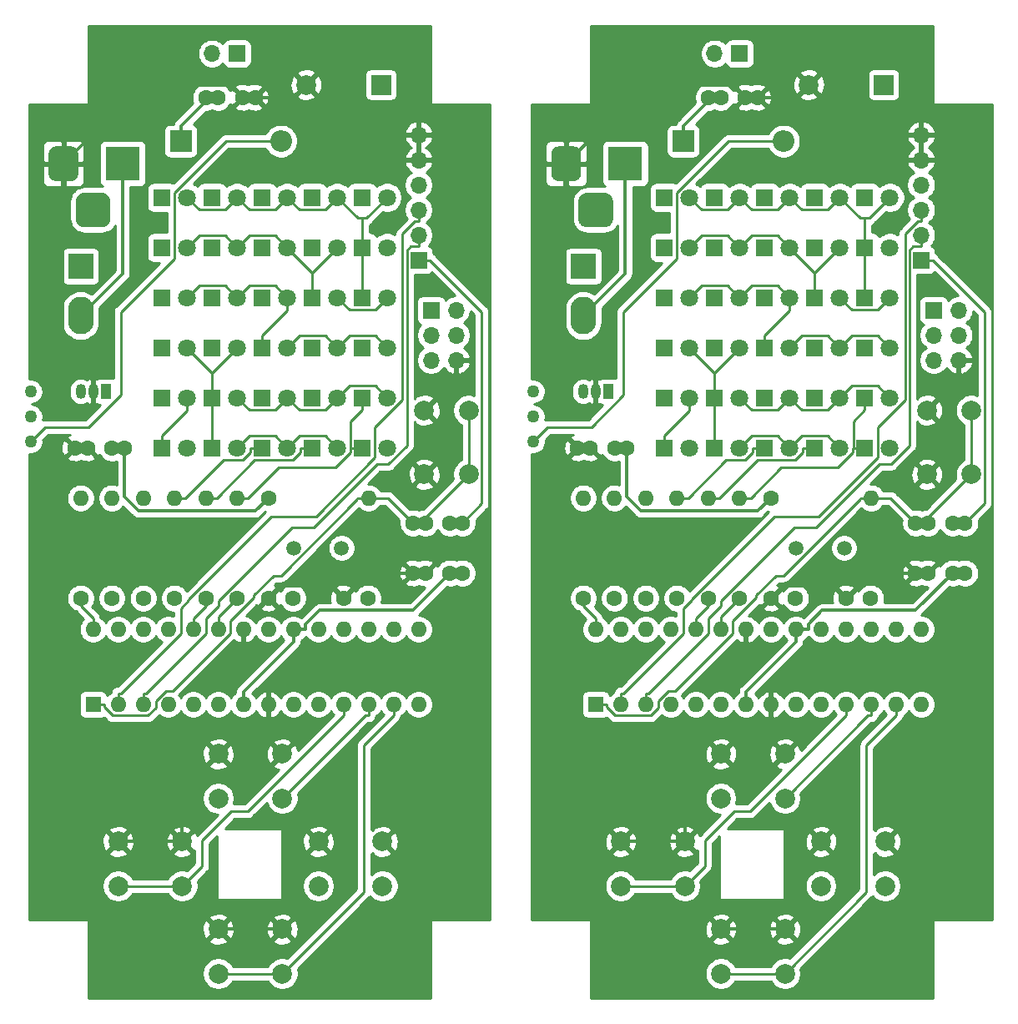
<source format=gbl>
G04 #@! TF.GenerationSoftware,KiCad,Pcbnew,(5.1.5)-3*
G04 #@! TF.CreationDate,2020-08-24T21:46:46+02:00*
G04 #@! TF.ProjectId,Panel-Snake_game,50616e65-6c2d-4536-9e61-6b655f67616d,v3.1*
G04 #@! TF.SameCoordinates,Original*
G04 #@! TF.FileFunction,Copper,L2,Bot*
G04 #@! TF.FilePolarity,Positive*
%FSLAX46Y46*%
G04 Gerber Fmt 4.6, Leading zero omitted, Abs format (unit mm)*
G04 Created by KiCad (PCBNEW (5.1.5)-3) date 2020-08-24 21:46:46*
%MOMM*%
%LPD*%
G04 APERTURE LIST*
%ADD10R,1.700000X1.700000*%
%ADD11O,1.700000X1.700000*%
%ADD12R,1.800000X1.800000*%
%ADD13C,1.800000*%
%ADD14C,2.000000*%
%ADD15C,1.600000*%
%ADD16R,1.600000X1.600000*%
%ADD17O,1.600000X1.600000*%
%ADD18R,2.200000X2.200000*%
%ADD19O,2.200000X2.200000*%
%ADD20C,0.100000*%
%ADD21R,3.500000X3.500000*%
%ADD22R,2.000000X2.000000*%
%ADD23R,1.050000X1.500000*%
%ADD24O,1.050000X1.500000*%
%ADD25O,2.600000X3.819200*%
%ADD26R,2.600000X2.600000*%
%ADD27C,1.500000*%
%ADD28C,1.270000*%
%ADD29C,0.300000*%
%ADD30C,0.250000*%
%ADD31C,0.254000*%
G04 APERTURE END LIST*
D10*
X187910000Y-68515000D03*
D11*
X190450000Y-68515000D03*
X187910000Y-71055000D03*
X190450000Y-71055000D03*
X187910000Y-73595000D03*
X190450000Y-73595000D03*
D12*
X170765000Y-67245000D03*
D13*
X173305000Y-67245000D03*
D12*
X160605000Y-62165000D03*
D13*
X163145000Y-62165000D03*
D12*
X170765000Y-62165000D03*
D13*
X173305000Y-62165000D03*
D12*
X180925000Y-62165000D03*
D13*
X183465000Y-62165000D03*
D14*
X187220000Y-78675000D03*
X191720000Y-78675000D03*
X187220000Y-85175000D03*
X191720000Y-85175000D03*
D10*
X168225000Y-42480000D03*
D11*
X165685000Y-42480000D03*
D15*
X173900000Y-97725000D03*
X171400000Y-97725000D03*
D12*
X160605000Y-57085000D03*
D13*
X163145000Y-57085000D03*
D12*
X165685000Y-57085000D03*
D13*
X168225000Y-57085000D03*
D12*
X170765000Y-57085000D03*
D13*
X173305000Y-57085000D03*
D12*
X180925000Y-57085000D03*
D13*
X183465000Y-57085000D03*
D12*
X175845000Y-62165000D03*
D13*
X178385000Y-62165000D03*
D12*
X175845000Y-57085000D03*
D13*
X178385000Y-57085000D03*
D12*
X175845000Y-67245000D03*
D13*
X178385000Y-67245000D03*
D12*
X180925000Y-67245000D03*
D13*
X183465000Y-67245000D03*
D12*
X165685000Y-62165000D03*
D13*
X168225000Y-62165000D03*
D16*
X153620000Y-108520000D03*
D17*
X186640000Y-100900000D03*
X156160000Y-108520000D03*
X184100000Y-100900000D03*
X158700000Y-108520000D03*
X181560000Y-100900000D03*
X161240000Y-108520000D03*
X179020000Y-100900000D03*
X163780000Y-108520000D03*
X176480000Y-100900000D03*
X166320000Y-108520000D03*
X173940000Y-100900000D03*
X168860000Y-108520000D03*
X171400000Y-100900000D03*
X171400000Y-108520000D03*
X168860000Y-100900000D03*
X173940000Y-108520000D03*
X166320000Y-100900000D03*
X176480000Y-108520000D03*
X163780000Y-100900000D03*
X179020000Y-108520000D03*
X161240000Y-100900000D03*
X181560000Y-108520000D03*
X158700000Y-100900000D03*
X184100000Y-108520000D03*
X156160000Y-100900000D03*
X186640000Y-108520000D03*
X153620000Y-100900000D03*
D15*
X189835000Y-90105000D03*
X187335000Y-90105000D03*
X191085000Y-90105000D03*
X186085000Y-90105000D03*
D14*
X156160000Y-122435000D03*
X156160000Y-126935000D03*
X162660000Y-122435000D03*
X162660000Y-126935000D03*
X166320000Y-131325000D03*
X166320000Y-135825000D03*
X172820000Y-131325000D03*
X172820000Y-135825000D03*
X166320000Y-113545000D03*
X166320000Y-118045000D03*
X172820000Y-113545000D03*
X172820000Y-118045000D03*
D18*
X162510000Y-51370000D03*
D19*
X172670000Y-51370000D03*
D15*
X165050000Y-97725000D03*
D17*
X165050000Y-87565000D03*
D15*
X161875000Y-97725000D03*
D17*
X161875000Y-87565000D03*
D15*
X189835000Y-95185000D03*
X187335000Y-95185000D03*
X191085000Y-95185000D03*
X186085000Y-95185000D03*
X152350000Y-97725000D03*
D17*
X152350000Y-87565000D03*
D15*
X155545000Y-82485000D03*
X153045000Y-82485000D03*
X156795000Y-82485000D03*
X151795000Y-82485000D03*
X155525000Y-97725000D03*
D17*
X155525000Y-87565000D03*
D15*
X166300000Y-46925000D03*
X168800000Y-46925000D03*
X165050000Y-46925000D03*
X170050000Y-46925000D03*
X171400000Y-87565000D03*
D17*
X181560000Y-87565000D03*
D15*
X158700000Y-97725000D03*
D17*
X158700000Y-87565000D03*
D15*
X168225000Y-97725000D03*
D17*
X168225000Y-87565000D03*
D11*
X186640000Y-50735000D03*
X186640000Y-53275000D03*
X186640000Y-55815000D03*
X186640000Y-58355000D03*
X186640000Y-60895000D03*
D10*
X186640000Y-63435000D03*
G04 #@! TA.AperFunction,ComponentPad*
D20*
G36*
X154580765Y-56609213D02*
G01*
X154665704Y-56621813D01*
X154748999Y-56642677D01*
X154829848Y-56671605D01*
X154907472Y-56708319D01*
X154981124Y-56752464D01*
X155050094Y-56803616D01*
X155113718Y-56861282D01*
X155171384Y-56924906D01*
X155222536Y-56993876D01*
X155266681Y-57067528D01*
X155303395Y-57145152D01*
X155332323Y-57226001D01*
X155353187Y-57309296D01*
X155365787Y-57394235D01*
X155370000Y-57480000D01*
X155370000Y-59230000D01*
X155365787Y-59315765D01*
X155353187Y-59400704D01*
X155332323Y-59483999D01*
X155303395Y-59564848D01*
X155266681Y-59642472D01*
X155222536Y-59716124D01*
X155171384Y-59785094D01*
X155113718Y-59848718D01*
X155050094Y-59906384D01*
X154981124Y-59957536D01*
X154907472Y-60001681D01*
X154829848Y-60038395D01*
X154748999Y-60067323D01*
X154665704Y-60088187D01*
X154580765Y-60100787D01*
X154495000Y-60105000D01*
X152745000Y-60105000D01*
X152659235Y-60100787D01*
X152574296Y-60088187D01*
X152491001Y-60067323D01*
X152410152Y-60038395D01*
X152332528Y-60001681D01*
X152258876Y-59957536D01*
X152189906Y-59906384D01*
X152126282Y-59848718D01*
X152068616Y-59785094D01*
X152017464Y-59716124D01*
X151973319Y-59642472D01*
X151936605Y-59564848D01*
X151907677Y-59483999D01*
X151886813Y-59400704D01*
X151874213Y-59315765D01*
X151870000Y-59230000D01*
X151870000Y-57480000D01*
X151874213Y-57394235D01*
X151886813Y-57309296D01*
X151907677Y-57226001D01*
X151936605Y-57145152D01*
X151973319Y-57067528D01*
X152017464Y-56993876D01*
X152068616Y-56924906D01*
X152126282Y-56861282D01*
X152189906Y-56803616D01*
X152258876Y-56752464D01*
X152332528Y-56708319D01*
X152410152Y-56671605D01*
X152491001Y-56642677D01*
X152574296Y-56621813D01*
X152659235Y-56609213D01*
X152745000Y-56605000D01*
X154495000Y-56605000D01*
X154580765Y-56609213D01*
G37*
G04 #@! TD.AperFunction*
G04 #@! TA.AperFunction,ComponentPad*
G36*
X151443513Y-51908611D02*
G01*
X151516318Y-51919411D01*
X151587714Y-51937295D01*
X151657013Y-51962090D01*
X151723548Y-51993559D01*
X151786678Y-52031398D01*
X151845795Y-52075242D01*
X151900330Y-52124670D01*
X151949758Y-52179205D01*
X151993602Y-52238322D01*
X152031441Y-52301452D01*
X152062910Y-52367987D01*
X152087705Y-52437286D01*
X152105589Y-52508682D01*
X152116389Y-52581487D01*
X152120000Y-52655000D01*
X152120000Y-54655000D01*
X152116389Y-54728513D01*
X152105589Y-54801318D01*
X152087705Y-54872714D01*
X152062910Y-54942013D01*
X152031441Y-55008548D01*
X151993602Y-55071678D01*
X151949758Y-55130795D01*
X151900330Y-55185330D01*
X151845795Y-55234758D01*
X151786678Y-55278602D01*
X151723548Y-55316441D01*
X151657013Y-55347910D01*
X151587714Y-55372705D01*
X151516318Y-55390589D01*
X151443513Y-55401389D01*
X151370000Y-55405000D01*
X149870000Y-55405000D01*
X149796487Y-55401389D01*
X149723682Y-55390589D01*
X149652286Y-55372705D01*
X149582987Y-55347910D01*
X149516452Y-55316441D01*
X149453322Y-55278602D01*
X149394205Y-55234758D01*
X149339670Y-55185330D01*
X149290242Y-55130795D01*
X149246398Y-55071678D01*
X149208559Y-55008548D01*
X149177090Y-54942013D01*
X149152295Y-54872714D01*
X149134411Y-54801318D01*
X149123611Y-54728513D01*
X149120000Y-54655000D01*
X149120000Y-52655000D01*
X149123611Y-52581487D01*
X149134411Y-52508682D01*
X149152295Y-52437286D01*
X149177090Y-52367987D01*
X149208559Y-52301452D01*
X149246398Y-52238322D01*
X149290242Y-52179205D01*
X149339670Y-52124670D01*
X149394205Y-52075242D01*
X149453322Y-52031398D01*
X149516452Y-51993559D01*
X149582987Y-51962090D01*
X149652286Y-51937295D01*
X149723682Y-51919411D01*
X149796487Y-51908611D01*
X149870000Y-51905000D01*
X151370000Y-51905000D01*
X151443513Y-51908611D01*
G37*
G04 #@! TD.AperFunction*
D21*
X156620000Y-53655000D03*
D22*
X182830000Y-45655000D03*
D14*
X175230000Y-45655000D03*
D23*
X154890000Y-76770000D03*
D24*
X152350000Y-76770000D03*
X153620000Y-76770000D03*
D25*
X152350000Y-69070000D03*
D26*
X152350000Y-64070000D03*
D27*
X178820000Y-92645000D03*
X173940000Y-92645000D03*
D28*
X147270000Y-79310000D03*
X147270000Y-81850000D03*
X147270000Y-76770000D03*
D15*
X181520000Y-97725000D03*
X179020000Y-97725000D03*
D12*
X175845000Y-72325000D03*
D13*
X178385000Y-72325000D03*
D12*
X165685000Y-72325000D03*
D13*
X168225000Y-72325000D03*
D14*
X176480000Y-122435000D03*
X176480000Y-126935000D03*
X182980000Y-122435000D03*
X182980000Y-126935000D03*
D12*
X160605000Y-82485000D03*
D13*
X163145000Y-82485000D03*
D12*
X170765000Y-77405000D03*
D13*
X173305000Y-77405000D03*
D12*
X160605000Y-77405000D03*
D13*
X163145000Y-77405000D03*
D12*
X160605000Y-67245000D03*
D13*
X163145000Y-67245000D03*
D12*
X165685000Y-67245000D03*
D13*
X168225000Y-67245000D03*
D12*
X180925000Y-72325000D03*
D13*
X183465000Y-72325000D03*
D12*
X175845000Y-82485000D03*
D13*
X178385000Y-82485000D03*
D12*
X170765000Y-82485000D03*
D13*
X173305000Y-82485000D03*
D12*
X165685000Y-77405000D03*
D13*
X168225000Y-77405000D03*
D12*
X180925000Y-77405000D03*
D13*
X183465000Y-77405000D03*
D12*
X160605000Y-72325000D03*
D13*
X163145000Y-72325000D03*
D12*
X170765000Y-72325000D03*
D13*
X173305000Y-72325000D03*
D12*
X165685000Y-82485000D03*
D13*
X168225000Y-82485000D03*
D12*
X175845000Y-77405000D03*
D13*
X178385000Y-77405000D03*
D12*
X180925000Y-82485000D03*
D13*
X183465000Y-82485000D03*
D24*
X102620000Y-76770000D03*
X101350000Y-76770000D03*
D23*
X103890000Y-76770000D03*
D28*
X96270000Y-76770000D03*
X96270000Y-81850000D03*
X96270000Y-79310000D03*
D26*
X101350000Y-64070000D03*
D25*
X101350000Y-69070000D03*
D21*
X105620000Y-53655000D03*
G04 #@! TA.AperFunction,ComponentPad*
D20*
G36*
X100443513Y-51908611D02*
G01*
X100516318Y-51919411D01*
X100587714Y-51937295D01*
X100657013Y-51962090D01*
X100723548Y-51993559D01*
X100786678Y-52031398D01*
X100845795Y-52075242D01*
X100900330Y-52124670D01*
X100949758Y-52179205D01*
X100993602Y-52238322D01*
X101031441Y-52301452D01*
X101062910Y-52367987D01*
X101087705Y-52437286D01*
X101105589Y-52508682D01*
X101116389Y-52581487D01*
X101120000Y-52655000D01*
X101120000Y-54655000D01*
X101116389Y-54728513D01*
X101105589Y-54801318D01*
X101087705Y-54872714D01*
X101062910Y-54942013D01*
X101031441Y-55008548D01*
X100993602Y-55071678D01*
X100949758Y-55130795D01*
X100900330Y-55185330D01*
X100845795Y-55234758D01*
X100786678Y-55278602D01*
X100723548Y-55316441D01*
X100657013Y-55347910D01*
X100587714Y-55372705D01*
X100516318Y-55390589D01*
X100443513Y-55401389D01*
X100370000Y-55405000D01*
X98870000Y-55405000D01*
X98796487Y-55401389D01*
X98723682Y-55390589D01*
X98652286Y-55372705D01*
X98582987Y-55347910D01*
X98516452Y-55316441D01*
X98453322Y-55278602D01*
X98394205Y-55234758D01*
X98339670Y-55185330D01*
X98290242Y-55130795D01*
X98246398Y-55071678D01*
X98208559Y-55008548D01*
X98177090Y-54942013D01*
X98152295Y-54872714D01*
X98134411Y-54801318D01*
X98123611Y-54728513D01*
X98120000Y-54655000D01*
X98120000Y-52655000D01*
X98123611Y-52581487D01*
X98134411Y-52508682D01*
X98152295Y-52437286D01*
X98177090Y-52367987D01*
X98208559Y-52301452D01*
X98246398Y-52238322D01*
X98290242Y-52179205D01*
X98339670Y-52124670D01*
X98394205Y-52075242D01*
X98453322Y-52031398D01*
X98516452Y-51993559D01*
X98582987Y-51962090D01*
X98652286Y-51937295D01*
X98723682Y-51919411D01*
X98796487Y-51908611D01*
X98870000Y-51905000D01*
X100370000Y-51905000D01*
X100443513Y-51908611D01*
G37*
G04 #@! TD.AperFunction*
G04 #@! TA.AperFunction,ComponentPad*
G36*
X103580765Y-56609213D02*
G01*
X103665704Y-56621813D01*
X103748999Y-56642677D01*
X103829848Y-56671605D01*
X103907472Y-56708319D01*
X103981124Y-56752464D01*
X104050094Y-56803616D01*
X104113718Y-56861282D01*
X104171384Y-56924906D01*
X104222536Y-56993876D01*
X104266681Y-57067528D01*
X104303395Y-57145152D01*
X104332323Y-57226001D01*
X104353187Y-57309296D01*
X104365787Y-57394235D01*
X104370000Y-57480000D01*
X104370000Y-59230000D01*
X104365787Y-59315765D01*
X104353187Y-59400704D01*
X104332323Y-59483999D01*
X104303395Y-59564848D01*
X104266681Y-59642472D01*
X104222536Y-59716124D01*
X104171384Y-59785094D01*
X104113718Y-59848718D01*
X104050094Y-59906384D01*
X103981124Y-59957536D01*
X103907472Y-60001681D01*
X103829848Y-60038395D01*
X103748999Y-60067323D01*
X103665704Y-60088187D01*
X103580765Y-60100787D01*
X103495000Y-60105000D01*
X101745000Y-60105000D01*
X101659235Y-60100787D01*
X101574296Y-60088187D01*
X101491001Y-60067323D01*
X101410152Y-60038395D01*
X101332528Y-60001681D01*
X101258876Y-59957536D01*
X101189906Y-59906384D01*
X101126282Y-59848718D01*
X101068616Y-59785094D01*
X101017464Y-59716124D01*
X100973319Y-59642472D01*
X100936605Y-59564848D01*
X100907677Y-59483999D01*
X100886813Y-59400704D01*
X100874213Y-59315765D01*
X100870000Y-59230000D01*
X100870000Y-57480000D01*
X100874213Y-57394235D01*
X100886813Y-57309296D01*
X100907677Y-57226001D01*
X100936605Y-57145152D01*
X100973319Y-57067528D01*
X101017464Y-56993876D01*
X101068616Y-56924906D01*
X101126282Y-56861282D01*
X101189906Y-56803616D01*
X101258876Y-56752464D01*
X101332528Y-56708319D01*
X101410152Y-56671605D01*
X101491001Y-56642677D01*
X101574296Y-56621813D01*
X101659235Y-56609213D01*
X101745000Y-56605000D01*
X103495000Y-56605000D01*
X103580765Y-56609213D01*
G37*
G04 #@! TD.AperFunction*
D27*
X122940000Y-92645000D03*
X127820000Y-92645000D03*
D14*
X124230000Y-45655000D03*
D22*
X131830000Y-45655000D03*
D15*
X128020000Y-97725000D03*
X130520000Y-97725000D03*
X120400000Y-97725000D03*
X122900000Y-97725000D03*
D11*
X139450000Y-73595000D03*
X136910000Y-73595000D03*
X139450000Y-71055000D03*
X136910000Y-71055000D03*
X139450000Y-68515000D03*
D10*
X136910000Y-68515000D03*
D11*
X114685000Y-42480000D03*
D10*
X117225000Y-42480000D03*
D14*
X140720000Y-85175000D03*
X136220000Y-85175000D03*
X140720000Y-78675000D03*
X136220000Y-78675000D03*
D17*
X102620000Y-100900000D03*
X135640000Y-108520000D03*
X105160000Y-100900000D03*
X133100000Y-108520000D03*
X107700000Y-100900000D03*
X130560000Y-108520000D03*
X110240000Y-100900000D03*
X128020000Y-108520000D03*
X112780000Y-100900000D03*
X125480000Y-108520000D03*
X115320000Y-100900000D03*
X122940000Y-108520000D03*
X117860000Y-100900000D03*
X120400000Y-108520000D03*
X120400000Y-100900000D03*
X117860000Y-108520000D03*
X122940000Y-100900000D03*
X115320000Y-108520000D03*
X125480000Y-100900000D03*
X112780000Y-108520000D03*
X128020000Y-100900000D03*
X110240000Y-108520000D03*
X130560000Y-100900000D03*
X107700000Y-108520000D03*
X133100000Y-100900000D03*
X105160000Y-108520000D03*
X135640000Y-100900000D03*
D16*
X102620000Y-108520000D03*
D13*
X132465000Y-57085000D03*
D12*
X129925000Y-57085000D03*
D13*
X127385000Y-57085000D03*
D12*
X124845000Y-57085000D03*
D13*
X122305000Y-57085000D03*
D12*
X119765000Y-57085000D03*
D13*
X117225000Y-57085000D03*
D12*
X114685000Y-57085000D03*
D13*
X112145000Y-57085000D03*
D12*
X109605000Y-57085000D03*
D13*
X132465000Y-62165000D03*
D12*
X129925000Y-62165000D03*
D13*
X127385000Y-62165000D03*
D12*
X124845000Y-62165000D03*
D13*
X122305000Y-62165000D03*
D12*
X119765000Y-62165000D03*
D13*
X117225000Y-62165000D03*
D12*
X114685000Y-62165000D03*
D13*
X112145000Y-62165000D03*
D12*
X109605000Y-62165000D03*
D13*
X132465000Y-67245000D03*
D12*
X129925000Y-67245000D03*
D13*
X127385000Y-67245000D03*
D12*
X124845000Y-67245000D03*
D13*
X122305000Y-67245000D03*
D12*
X119765000Y-67245000D03*
D13*
X117225000Y-67245000D03*
D12*
X114685000Y-67245000D03*
D13*
X112145000Y-67245000D03*
D12*
X109605000Y-67245000D03*
D13*
X132465000Y-72325000D03*
D12*
X129925000Y-72325000D03*
D13*
X127385000Y-72325000D03*
D12*
X124845000Y-72325000D03*
D13*
X122305000Y-72325000D03*
D12*
X119765000Y-72325000D03*
D13*
X117225000Y-72325000D03*
D12*
X114685000Y-72325000D03*
D13*
X112145000Y-72325000D03*
D12*
X109605000Y-72325000D03*
D13*
X132465000Y-77405000D03*
D12*
X129925000Y-77405000D03*
D13*
X127385000Y-77405000D03*
D12*
X124845000Y-77405000D03*
D13*
X122305000Y-77405000D03*
D12*
X119765000Y-77405000D03*
D13*
X117225000Y-77405000D03*
D12*
X114685000Y-77405000D03*
D13*
X112145000Y-77405000D03*
D12*
X109605000Y-77405000D03*
D13*
X132465000Y-82485000D03*
D12*
X129925000Y-82485000D03*
D13*
X127385000Y-82485000D03*
D12*
X124845000Y-82485000D03*
D13*
X122305000Y-82485000D03*
D12*
X119765000Y-82485000D03*
D13*
X117225000Y-82485000D03*
D12*
X114685000Y-82485000D03*
D13*
X112145000Y-82485000D03*
D12*
X109605000Y-82485000D03*
D14*
X131980000Y-126935000D03*
X131980000Y-122435000D03*
X125480000Y-126935000D03*
X125480000Y-122435000D03*
X121820000Y-118045000D03*
X121820000Y-113545000D03*
X115320000Y-118045000D03*
X115320000Y-113545000D03*
X121820000Y-135825000D03*
X121820000Y-131325000D03*
X115320000Y-135825000D03*
X115320000Y-131325000D03*
X111660000Y-126935000D03*
X111660000Y-122435000D03*
X105160000Y-126935000D03*
X105160000Y-122435000D03*
D15*
X135085000Y-90105000D03*
X140085000Y-90105000D03*
X136335000Y-90105000D03*
X138835000Y-90105000D03*
X135085000Y-95185000D03*
X140085000Y-95185000D03*
X136335000Y-95185000D03*
X138835000Y-95185000D03*
D10*
X135640000Y-63435000D03*
D11*
X135640000Y-60895000D03*
X135640000Y-58355000D03*
X135640000Y-55815000D03*
X135640000Y-53275000D03*
X135640000Y-50735000D03*
D17*
X117225000Y-87565000D03*
D15*
X117225000Y-97725000D03*
D17*
X114050000Y-87565000D03*
D15*
X114050000Y-97725000D03*
D17*
X110875000Y-87565000D03*
D15*
X110875000Y-97725000D03*
D17*
X107700000Y-87565000D03*
D15*
X107700000Y-97725000D03*
D17*
X104525000Y-87565000D03*
D15*
X104525000Y-97725000D03*
D17*
X101350000Y-87565000D03*
D15*
X101350000Y-97725000D03*
D17*
X130560000Y-87565000D03*
D15*
X120400000Y-87565000D03*
X119050000Y-46925000D03*
X114050000Y-46925000D03*
X117800000Y-46925000D03*
X115300000Y-46925000D03*
X100795000Y-82485000D03*
X105795000Y-82485000D03*
X102045000Y-82485000D03*
X104545000Y-82485000D03*
D19*
X121670000Y-51370000D03*
D18*
X111510000Y-51370000D03*
D29*
X102620000Y-76770000D02*
X102620000Y-75569500D01*
X102620000Y-75569500D02*
X99531400Y-72480900D01*
X99531400Y-72480900D02*
X99531400Y-53743600D01*
X99531400Y-53743600D02*
X99620000Y-53655000D01*
X139450000Y-73595000D02*
X139450000Y-75445000D01*
X139450000Y-75445000D02*
X136220000Y-78675000D01*
X117800000Y-46925000D02*
X116547700Y-45672700D01*
X116547700Y-45672700D02*
X107602300Y-45672700D01*
X107602300Y-45672700D02*
X99620000Y-53655000D01*
X119050000Y-46925000D02*
X117800000Y-46925000D01*
X135640000Y-50735000D02*
X129310000Y-50735000D01*
X129310000Y-50735000D02*
X124230000Y-45655000D01*
X128020000Y-97725000D02*
X126746600Y-96451600D01*
X126746600Y-96451600D02*
X121673400Y-96451600D01*
X121673400Y-96451600D02*
X120400000Y-97725000D01*
X135085000Y-95185000D02*
X130560000Y-95185000D01*
X130560000Y-95185000D02*
X128020000Y-97725000D01*
X124230000Y-45655000D02*
X122960000Y-46925000D01*
X122960000Y-46925000D02*
X119050000Y-46925000D01*
X111660000Y-122435000D02*
X111660000Y-117205000D01*
X111660000Y-117205000D02*
X115320000Y-113545000D01*
X121820000Y-131325000D02*
X123411900Y-129733100D01*
X123411900Y-129733100D02*
X123411900Y-124503100D01*
X123411900Y-124503100D02*
X125480000Y-122435000D01*
X115320000Y-131325000D02*
X121820000Y-131325000D01*
X105160000Y-122435000D02*
X111660000Y-122435000D01*
X136335000Y-95185000D02*
X135085000Y-95185000D01*
X102045000Y-82485000D02*
X100795000Y-82485000D01*
X174411900Y-124503100D02*
X176480000Y-122435000D01*
X187335000Y-95185000D02*
X186085000Y-95185000D01*
X166320000Y-131325000D02*
X172820000Y-131325000D01*
X156160000Y-122435000D02*
X162660000Y-122435000D01*
X153045000Y-82485000D02*
X151795000Y-82485000D01*
X186085000Y-95185000D02*
X181560000Y-95185000D01*
X175230000Y-45655000D02*
X173960000Y-46925000D01*
X172820000Y-131325000D02*
X174411900Y-129733100D01*
X174411900Y-129733100D02*
X174411900Y-124503100D01*
X172673400Y-96451600D02*
X171400000Y-97725000D01*
X180310000Y-50735000D02*
X175230000Y-45655000D01*
X181560000Y-95185000D02*
X179020000Y-97725000D01*
X179020000Y-97725000D02*
X177746600Y-96451600D01*
X173960000Y-46925000D02*
X170050000Y-46925000D01*
X177746600Y-96451600D02*
X172673400Y-96451600D01*
X162660000Y-122435000D02*
X162660000Y-117205000D01*
X162660000Y-117205000D02*
X166320000Y-113545000D01*
X170050000Y-46925000D02*
X168800000Y-46925000D01*
X186640000Y-50735000D02*
X180310000Y-50735000D01*
X153620000Y-75569500D02*
X150531400Y-72480900D01*
X153620000Y-76770000D02*
X153620000Y-75569500D01*
X150531400Y-53743600D02*
X150620000Y-53655000D01*
X190450000Y-73595000D02*
X190450000Y-75445000D01*
X168800000Y-46925000D02*
X167547700Y-45672700D01*
X190450000Y-75445000D02*
X187220000Y-78675000D01*
X167547700Y-45672700D02*
X158602300Y-45672700D01*
X150531400Y-72480900D02*
X150531400Y-53743600D01*
X158602300Y-45672700D02*
X150620000Y-53655000D01*
X120400000Y-87565000D02*
X119083900Y-88881100D01*
X119083900Y-88881100D02*
X107204600Y-88881100D01*
X107204600Y-88881100D02*
X105795000Y-87471500D01*
X105795000Y-87471500D02*
X105795000Y-82485000D01*
X138835000Y-95185000D02*
X140085000Y-95185000D01*
X124190500Y-100900000D02*
X124190500Y-100381800D01*
X124190500Y-100381800D02*
X125596700Y-98975600D01*
X125596700Y-98975600D02*
X135044400Y-98975600D01*
X135044400Y-98975600D02*
X138835000Y-95185000D01*
X105795000Y-82485000D02*
X104545000Y-82485000D01*
X122940000Y-100900000D02*
X124190500Y-100900000D01*
X122940000Y-100900000D02*
X122940000Y-102150500D01*
X122940000Y-102150500D02*
X117860000Y-107230500D01*
X117860000Y-107230500D02*
X117860000Y-108520000D01*
X156795000Y-87471500D02*
X156795000Y-82485000D01*
X175190500Y-100900000D02*
X175190500Y-100381800D01*
X175190500Y-100381800D02*
X176596700Y-98975600D01*
X158204600Y-88881100D02*
X156795000Y-87471500D01*
X173940000Y-100900000D02*
X173940000Y-102150500D01*
X171400000Y-87565000D02*
X170083900Y-88881100D01*
X186044400Y-98975600D02*
X189835000Y-95185000D01*
X170083900Y-88881100D02*
X158204600Y-88881100D01*
X173940000Y-100900000D02*
X175190500Y-100900000D01*
X173940000Y-102150500D02*
X168860000Y-107230500D01*
X189835000Y-95185000D02*
X191085000Y-95185000D01*
X176596700Y-98975600D02*
X186044400Y-98975600D01*
X168860000Y-107230500D02*
X168860000Y-108520000D01*
X156795000Y-82485000D02*
X155545000Y-82485000D01*
D30*
X129925000Y-77405000D02*
X129925000Y-78630300D01*
X128768600Y-82485000D02*
X128768600Y-79786700D01*
X128768600Y-79786700D02*
X129925000Y-78630300D01*
X128768600Y-82485000D02*
X128699700Y-82485000D01*
X129925000Y-82485000D02*
X128768600Y-82485000D01*
X117225000Y-87565000D02*
X118350300Y-87565000D01*
X118350300Y-87565000D02*
X121453600Y-84461700D01*
X121453600Y-84461700D02*
X127182500Y-84461700D01*
X127182500Y-84461700D02*
X128699700Y-82944500D01*
X128699700Y-82944500D02*
X128699700Y-82485000D01*
X122305000Y-57085000D02*
X123530400Y-58310400D01*
X123530400Y-58310400D02*
X126159600Y-58310400D01*
X126159600Y-58310400D02*
X127385000Y-57085000D01*
X122305000Y-57085000D02*
X121079600Y-58310400D01*
X121079600Y-58310400D02*
X118450400Y-58310400D01*
X118450400Y-58310400D02*
X117225000Y-57085000D01*
X129925000Y-59183700D02*
X129483700Y-59183700D01*
X129483700Y-59183700D02*
X127385000Y-57085000D01*
X132465000Y-57085000D02*
X130366300Y-59183700D01*
X130366300Y-59183700D02*
X129925000Y-59183700D01*
X129925000Y-61052300D02*
X129925000Y-59183700D01*
X129925000Y-62165000D02*
X129925000Y-61052300D01*
X112145000Y-57085000D02*
X113370400Y-58310400D01*
X113370400Y-58310400D02*
X115999600Y-58310400D01*
X115999600Y-58310400D02*
X117225000Y-57085000D01*
X129925000Y-67245000D02*
X129925000Y-62165000D01*
X180925000Y-77405000D02*
X180925000Y-78630300D01*
X179768600Y-82485000D02*
X179768600Y-79786700D01*
X179768600Y-82485000D02*
X179699700Y-82485000D01*
X180925000Y-82485000D02*
X179768600Y-82485000D01*
X169350300Y-87565000D02*
X172453600Y-84461700D01*
X172453600Y-84461700D02*
X178182500Y-84461700D01*
X179768600Y-79786700D02*
X180925000Y-78630300D01*
X168225000Y-87565000D02*
X169350300Y-87565000D01*
X180925000Y-59183700D02*
X180483700Y-59183700D01*
X180925000Y-61052300D02*
X180925000Y-59183700D01*
X181366300Y-59183700D02*
X180925000Y-59183700D01*
X173305000Y-57085000D02*
X172079600Y-58310400D01*
X180925000Y-67245000D02*
X180925000Y-62165000D01*
X180483700Y-59183700D02*
X178385000Y-57085000D01*
X174530400Y-58310400D02*
X177159600Y-58310400D01*
X183465000Y-57085000D02*
X181366300Y-59183700D01*
X178182500Y-84461700D02*
X179699700Y-82944500D01*
X169450400Y-58310400D02*
X168225000Y-57085000D01*
X180925000Y-62165000D02*
X180925000Y-61052300D01*
X163145000Y-57085000D02*
X164370400Y-58310400D01*
X172079600Y-58310400D02*
X169450400Y-58310400D01*
X166999600Y-58310400D02*
X168225000Y-57085000D01*
X173305000Y-57085000D02*
X174530400Y-58310400D01*
X179699700Y-82944500D02*
X179699700Y-82485000D01*
X177159600Y-58310400D02*
X178385000Y-57085000D01*
X164370400Y-58310400D02*
X166999600Y-58310400D01*
X127385000Y-82485000D02*
X126159600Y-81259600D01*
X126159600Y-81259600D02*
X123530400Y-81259600D01*
X123530400Y-81259600D02*
X122305000Y-82485000D01*
X117225000Y-82485000D02*
X118450400Y-81259600D01*
X118450400Y-81259600D02*
X121079600Y-81259600D01*
X121079600Y-81259600D02*
X122305000Y-82485000D01*
X169450400Y-81259600D02*
X172079600Y-81259600D01*
X172079600Y-81259600D02*
X173305000Y-82485000D01*
X177159600Y-81259600D02*
X174530400Y-81259600D01*
X174530400Y-81259600D02*
X173305000Y-82485000D01*
X168225000Y-82485000D02*
X169450400Y-81259600D01*
X178385000Y-82485000D02*
X177159600Y-81259600D01*
X121820000Y-135825000D02*
X130095400Y-127549600D01*
X130095400Y-127549600D02*
X130095400Y-112649900D01*
X130095400Y-112649900D02*
X133100000Y-109645300D01*
X115320000Y-135825000D02*
X121820000Y-135825000D01*
X133100000Y-108520000D02*
X133100000Y-109645300D01*
X166320000Y-135825000D02*
X172820000Y-135825000D01*
X181095400Y-112649900D02*
X184100000Y-109645300D01*
X172820000Y-135825000D02*
X181095400Y-127549600D01*
X181095400Y-127549600D02*
X181095400Y-112649900D01*
X184100000Y-108520000D02*
X184100000Y-109645300D01*
X135640000Y-63435000D02*
X136815300Y-63435000D01*
X136815300Y-63435000D02*
X142062900Y-68682600D01*
X142062900Y-68682600D02*
X142062900Y-88127100D01*
X142062900Y-88127100D02*
X140085000Y-90105000D01*
X138835000Y-90105000D02*
X140085000Y-90105000D01*
X193062900Y-68682600D02*
X193062900Y-88127100D01*
X187815300Y-63435000D02*
X193062900Y-68682600D01*
X193062900Y-88127100D02*
X191085000Y-90105000D01*
X186640000Y-63435000D02*
X187815300Y-63435000D01*
X189835000Y-90105000D02*
X191085000Y-90105000D01*
X140720000Y-85175000D02*
X140720000Y-78675000D01*
X102620000Y-108520000D02*
X103745300Y-108520000D01*
X130560000Y-87565000D02*
X129434700Y-87565000D01*
X129434700Y-87565000D02*
X129434700Y-87705700D01*
X129434700Y-87705700D02*
X121704600Y-95435800D01*
X121704600Y-95435800D02*
X120909200Y-95435800D01*
X120909200Y-95435800D02*
X118921800Y-97423200D01*
X118921800Y-97423200D02*
X118921800Y-97678700D01*
X118921800Y-97678700D02*
X116519200Y-100081300D01*
X116519200Y-100081300D02*
X116519200Y-101296400D01*
X116519200Y-101296400D02*
X110683900Y-107131700D01*
X110683900Y-107131700D02*
X110012800Y-107131700D01*
X110012800Y-107131700D02*
X108970000Y-108174500D01*
X108970000Y-108174500D02*
X108970000Y-108875200D01*
X108970000Y-108875200D02*
X108199900Y-109645300D01*
X108199900Y-109645300D02*
X104589200Y-109645300D01*
X104589200Y-109645300D02*
X103745300Y-108801400D01*
X103745300Y-108801400D02*
X103745300Y-108520000D01*
X135085000Y-90105000D02*
X132545000Y-87565000D01*
X132545000Y-87565000D02*
X130560000Y-87565000D01*
X136335000Y-90105000D02*
X136335000Y-89560000D01*
X136335000Y-89560000D02*
X140720000Y-85175000D01*
X136335000Y-90105000D02*
X135085000Y-90105000D01*
X187335000Y-90105000D02*
X186085000Y-90105000D01*
X167519200Y-101296400D02*
X161683900Y-107131700D01*
X171909200Y-95435800D02*
X169921800Y-97423200D01*
X169921800Y-97678700D02*
X167519200Y-100081300D01*
X159199900Y-109645300D02*
X155589200Y-109645300D01*
X187335000Y-90105000D02*
X187335000Y-89560000D01*
X180434700Y-87565000D02*
X180434700Y-87705700D01*
X172704600Y-95435800D02*
X171909200Y-95435800D01*
X167519200Y-100081300D02*
X167519200Y-101296400D01*
X191720000Y-85175000D02*
X191720000Y-78675000D01*
X186085000Y-90105000D02*
X183545000Y-87565000D01*
X159970000Y-108875200D02*
X159199900Y-109645300D01*
X154745300Y-108801400D02*
X154745300Y-108520000D01*
X153620000Y-108520000D02*
X154745300Y-108520000D01*
X180434700Y-87705700D02*
X172704600Y-95435800D01*
X181560000Y-87565000D02*
X180434700Y-87565000D01*
X169921800Y-97423200D02*
X169921800Y-97678700D01*
X161683900Y-107131700D02*
X161012800Y-107131700D01*
X161012800Y-107131700D02*
X159970000Y-108174500D01*
X159970000Y-108174500D02*
X159970000Y-108875200D01*
X155589200Y-109645300D02*
X154745300Y-108801400D01*
X183545000Y-87565000D02*
X181560000Y-87565000D01*
X187335000Y-89560000D02*
X191720000Y-85175000D01*
X107700000Y-107394700D02*
X107981300Y-107394700D01*
X107981300Y-107394700D02*
X114050000Y-101326000D01*
X114050000Y-101326000D02*
X114050000Y-99783500D01*
X114050000Y-99783500D02*
X115346600Y-98486900D01*
X115346600Y-98486900D02*
X115346600Y-98009200D01*
X115346600Y-98009200D02*
X122776800Y-90579000D01*
X122776800Y-90579000D02*
X124990200Y-90579000D01*
X124990200Y-90579000D02*
X131426100Y-84143100D01*
X131426100Y-84143100D02*
X132560200Y-84143100D01*
X132560200Y-84143100D02*
X134464700Y-82238600D01*
X134464700Y-82238600D02*
X134464700Y-62437500D01*
X134464700Y-62437500D02*
X134831900Y-62070300D01*
X134831900Y-62070300D02*
X135640000Y-62070300D01*
X107700000Y-108520000D02*
X107700000Y-107394700D01*
X135640000Y-60895000D02*
X135640000Y-62070300D01*
X173776800Y-90579000D02*
X175990200Y-90579000D01*
X185464700Y-62437500D02*
X185831900Y-62070300D01*
X183560200Y-84143100D02*
X185464700Y-82238600D01*
X165050000Y-99783500D02*
X166346600Y-98486900D01*
X182426100Y-84143100D02*
X183560200Y-84143100D01*
X158700000Y-108520000D02*
X158700000Y-107394700D01*
X185464700Y-82238600D02*
X185464700Y-62437500D01*
X165050000Y-101326000D02*
X165050000Y-99783500D01*
X185831900Y-62070300D02*
X186640000Y-62070300D01*
X186640000Y-60895000D02*
X186640000Y-62070300D01*
X158700000Y-107394700D02*
X158981300Y-107394700D01*
X166346600Y-98486900D02*
X166346600Y-98009200D01*
X166346600Y-98009200D02*
X173776800Y-90579000D01*
X175990200Y-90579000D02*
X182426100Y-84143100D01*
X158981300Y-107394700D02*
X165050000Y-101326000D01*
X105160000Y-108520000D02*
X105160000Y-107394700D01*
X135640000Y-58355000D02*
X135640000Y-59530300D01*
X135640000Y-59530300D02*
X135272700Y-59530300D01*
X135272700Y-59530300D02*
X134011700Y-60791300D01*
X134011700Y-60791300D02*
X134011700Y-77629100D01*
X134011700Y-77629100D02*
X131209200Y-80431600D01*
X131209200Y-80431600D02*
X131209200Y-83480600D01*
X131209200Y-83480600D02*
X125233100Y-89456700D01*
X125233100Y-89456700D02*
X120724000Y-89456700D01*
X120724000Y-89456700D02*
X112329600Y-97851100D01*
X112329600Y-97851100D02*
X112329600Y-97970000D01*
X112329600Y-97970000D02*
X111510000Y-98789600D01*
X111510000Y-98789600D02*
X111510000Y-101326000D01*
X111510000Y-101326000D02*
X105441300Y-107394700D01*
X105441300Y-107394700D02*
X105160000Y-107394700D01*
X163329600Y-97851100D02*
X163329600Y-97970000D01*
X163329600Y-97970000D02*
X162510000Y-98789600D01*
X156441300Y-107394700D02*
X156160000Y-107394700D01*
X162510000Y-101326000D02*
X156441300Y-107394700D01*
X162510000Y-98789600D02*
X162510000Y-101326000D01*
X176233100Y-89456700D02*
X171724000Y-89456700D01*
X171724000Y-89456700D02*
X163329600Y-97851100D01*
X182209200Y-83480600D02*
X176233100Y-89456700D01*
X186640000Y-59530300D02*
X186272700Y-59530300D01*
X186272700Y-59530300D02*
X185011700Y-60791300D01*
X185011700Y-77629100D02*
X182209200Y-80431600D01*
X182209200Y-80431600D02*
X182209200Y-83480600D01*
X185011700Y-60791300D02*
X185011700Y-77629100D01*
X156160000Y-108520000D02*
X156160000Y-107394700D01*
X186640000Y-58355000D02*
X186640000Y-59530300D01*
X132465000Y-72325000D02*
X131239600Y-71099600D01*
X131239600Y-71099600D02*
X128610400Y-71099600D01*
X128610400Y-71099600D02*
X127385000Y-72325000D01*
X122305000Y-72325000D02*
X123530400Y-71099600D01*
X123530400Y-71099600D02*
X126159600Y-71099600D01*
X126159600Y-71099600D02*
X127385000Y-72325000D01*
X114685000Y-74865000D02*
X117225000Y-72325000D01*
X114685000Y-74865000D02*
X114685000Y-76179700D01*
X112145000Y-72325000D02*
X114685000Y-74865000D01*
X114685000Y-77405000D02*
X114685000Y-76179700D01*
X114685000Y-82485000D02*
X114685000Y-77405000D01*
X165685000Y-77405000D02*
X165685000Y-76179700D01*
X183465000Y-72325000D02*
X182239600Y-71099600D01*
X182239600Y-71099600D02*
X179610400Y-71099600D01*
X179610400Y-71099600D02*
X178385000Y-72325000D01*
X174530400Y-71099600D02*
X177159600Y-71099600D01*
X165685000Y-82485000D02*
X165685000Y-77405000D01*
X173305000Y-72325000D02*
X174530400Y-71099600D01*
X165685000Y-74865000D02*
X168225000Y-72325000D01*
X177159600Y-71099600D02*
X178385000Y-72325000D01*
X165685000Y-74865000D02*
X165685000Y-76179700D01*
X163145000Y-72325000D02*
X165685000Y-74865000D01*
X132465000Y-67245000D02*
X131239600Y-68470400D01*
X131239600Y-68470400D02*
X128610400Y-68470400D01*
X128610400Y-68470400D02*
X127385000Y-67245000D01*
X119765000Y-82485000D02*
X118539700Y-82485000D01*
X110875000Y-87565000D02*
X112000300Y-87565000D01*
X112000300Y-87565000D02*
X115855000Y-83710300D01*
X115855000Y-83710300D02*
X117774000Y-83710300D01*
X117774000Y-83710300D02*
X118539700Y-82944600D01*
X118539700Y-82944600D02*
X118539700Y-82485000D01*
X119765000Y-72325000D02*
X119765000Y-71099700D01*
X119765000Y-71099700D02*
X122305000Y-68559700D01*
X122305000Y-68559700D02*
X122305000Y-67245000D01*
X122305000Y-67245000D02*
X121079600Y-66019600D01*
X121079600Y-66019600D02*
X118450400Y-66019600D01*
X118450400Y-66019600D02*
X117225000Y-67245000D01*
X117225000Y-67245000D02*
X115999600Y-66019600D01*
X115999600Y-66019600D02*
X113370400Y-66019600D01*
X113370400Y-66019600D02*
X112145000Y-67245000D01*
X183465000Y-67245000D02*
X182239600Y-68470400D01*
X182239600Y-68470400D02*
X179610400Y-68470400D01*
X179610400Y-68470400D02*
X178385000Y-67245000D01*
X173305000Y-68559700D02*
X173305000Y-67245000D01*
X166855000Y-83710300D02*
X168774000Y-83710300D01*
X166999600Y-66019600D02*
X164370400Y-66019600D01*
X169450400Y-66019600D02*
X168225000Y-67245000D01*
X170765000Y-72325000D02*
X170765000Y-71099700D01*
X172079600Y-66019600D02*
X169450400Y-66019600D01*
X169539700Y-82944600D02*
X169539700Y-82485000D01*
X173305000Y-67245000D02*
X172079600Y-66019600D01*
X161875000Y-87565000D02*
X163000300Y-87565000D01*
X170765000Y-71099700D02*
X173305000Y-68559700D01*
X170765000Y-82485000D02*
X169539700Y-82485000D01*
X168774000Y-83710300D02*
X169539700Y-82944600D01*
X164370400Y-66019600D02*
X163145000Y-67245000D01*
X163000300Y-87565000D02*
X166855000Y-83710300D01*
X168225000Y-67245000D02*
X166999600Y-66019600D01*
X117225000Y-97725000D02*
X115320000Y-99630000D01*
X115320000Y-99630000D02*
X115320000Y-100900000D01*
X166320000Y-99630000D02*
X166320000Y-100900000D01*
X168225000Y-97725000D02*
X166320000Y-99630000D01*
X112780000Y-100900000D02*
X112780000Y-99774700D01*
X114050000Y-97725000D02*
X114050000Y-98504700D01*
X114050000Y-98504700D02*
X112780000Y-99774700D01*
X163780000Y-100900000D02*
X163780000Y-99774700D01*
X165050000Y-97725000D02*
X165050000Y-98504700D01*
X165050000Y-98504700D02*
X163780000Y-99774700D01*
X102620000Y-100900000D02*
X102620000Y-99774700D01*
X101350000Y-97725000D02*
X101350000Y-98504700D01*
X101350000Y-98504700D02*
X102620000Y-99774700D01*
X152350000Y-98504700D02*
X153620000Y-99774700D01*
X153620000Y-100900000D02*
X153620000Y-99774700D01*
X152350000Y-97725000D02*
X152350000Y-98504700D01*
X105160000Y-126935000D02*
X111660000Y-126935000D01*
X128020000Y-109645300D02*
X118294900Y-119370400D01*
X118294900Y-119370400D02*
X116657200Y-119370400D01*
X116657200Y-119370400D02*
X113688600Y-122339000D01*
X113688600Y-122339000D02*
X113688600Y-124906400D01*
X113688600Y-124906400D02*
X111660000Y-126935000D01*
X128020000Y-108520000D02*
X128020000Y-109645300D01*
X156160000Y-126935000D02*
X162660000Y-126935000D01*
X169294900Y-119370400D02*
X167657200Y-119370400D01*
X179020000Y-109645300D02*
X169294900Y-119370400D01*
X179020000Y-108520000D02*
X179020000Y-109645300D01*
X167657200Y-119370400D02*
X164688600Y-122339000D01*
X164688600Y-124906400D02*
X162660000Y-126935000D01*
X164688600Y-122339000D02*
X164688600Y-124906400D01*
X130560000Y-108520000D02*
X130560000Y-109645300D01*
X130560000Y-109645300D02*
X130219700Y-109645300D01*
X130219700Y-109645300D02*
X121820000Y-118045000D01*
X181560000Y-108520000D02*
X181560000Y-109645300D01*
X181560000Y-109645300D02*
X181219700Y-109645300D01*
X181219700Y-109645300D02*
X172820000Y-118045000D01*
X127385000Y-77405000D02*
X128610400Y-76179600D01*
X128610400Y-76179600D02*
X131239600Y-76179600D01*
X131239600Y-76179600D02*
X132465000Y-77405000D01*
X122305000Y-77405000D02*
X123530400Y-78630400D01*
X123530400Y-78630400D02*
X126159600Y-78630400D01*
X126159600Y-78630400D02*
X127385000Y-77405000D01*
X109605000Y-82485000D02*
X109605000Y-81259700D01*
X109605000Y-81259700D02*
X112145000Y-78719700D01*
X112145000Y-78719700D02*
X112145000Y-77405000D01*
X117225000Y-77405000D02*
X118450400Y-78630400D01*
X118450400Y-78630400D02*
X121079600Y-78630400D01*
X121079600Y-78630400D02*
X122305000Y-77405000D01*
X172079600Y-78630400D02*
X173305000Y-77405000D01*
X160605000Y-82485000D02*
X160605000Y-81259700D01*
X168225000Y-77405000D02*
X169450400Y-78630400D01*
X160605000Y-81259700D02*
X163145000Y-78719700D01*
X169450400Y-78630400D02*
X172079600Y-78630400D01*
X163145000Y-78719700D02*
X163145000Y-77405000D01*
X178385000Y-77405000D02*
X179610400Y-76179600D01*
X174530400Y-78630400D02*
X177159600Y-78630400D01*
X177159600Y-78630400D02*
X178385000Y-77405000D01*
X179610400Y-76179600D02*
X182239600Y-76179600D01*
X173305000Y-77405000D02*
X174530400Y-78630400D01*
X182239600Y-76179600D02*
X183465000Y-77405000D01*
D29*
X115300000Y-46925000D02*
X114050000Y-46925000D01*
X111510000Y-51370000D02*
X111510000Y-49819500D01*
X111510000Y-49819500D02*
X114050000Y-47279500D01*
X114050000Y-47279500D02*
X114050000Y-46925000D01*
X162510000Y-51370000D02*
X162510000Y-49819500D01*
X165050000Y-47279500D02*
X165050000Y-46925000D01*
X162510000Y-49819500D02*
X165050000Y-47279500D01*
X166300000Y-46925000D02*
X165050000Y-46925000D01*
X105620000Y-53655000D02*
X105620000Y-64800100D01*
X105620000Y-64800100D02*
X101350100Y-69070000D01*
X101350000Y-69070000D02*
X101350100Y-69070000D01*
X156620000Y-53655000D02*
X156620000Y-64800100D01*
X156620000Y-64800100D02*
X152350100Y-69070000D01*
X152350000Y-69070000D02*
X152350100Y-69070000D01*
D30*
X121670000Y-51370000D02*
X116078400Y-51370000D01*
X116078400Y-51370000D02*
X110830400Y-56618000D01*
X110830400Y-56618000D02*
X110830400Y-63276400D01*
X110830400Y-63276400D02*
X105428600Y-68678200D01*
X105428600Y-68678200D02*
X105428600Y-77109500D01*
X105428600Y-77109500D02*
X102167500Y-80370600D01*
X102167500Y-80370600D02*
X97749400Y-80370600D01*
X97749400Y-80370600D02*
X96270000Y-81850000D01*
X148749400Y-80370600D02*
X147270000Y-81850000D01*
X172670000Y-51370000D02*
X167078400Y-51370000D01*
X156428600Y-68678200D02*
X156428600Y-77109500D01*
X167078400Y-51370000D02*
X161830400Y-56618000D01*
X156428600Y-77109500D02*
X153167500Y-80370600D01*
X153167500Y-80370600D02*
X148749400Y-80370600D01*
X161830400Y-56618000D02*
X161830400Y-63276400D01*
X161830400Y-63276400D02*
X156428600Y-68678200D01*
X124845000Y-82485000D02*
X123619700Y-82485000D01*
X114050000Y-87565000D02*
X115175300Y-87565000D01*
X115175300Y-87565000D02*
X119030000Y-83710300D01*
X119030000Y-83710300D02*
X122854000Y-83710300D01*
X122854000Y-83710300D02*
X123619700Y-82944600D01*
X123619700Y-82944600D02*
X123619700Y-82485000D01*
X117225000Y-62165000D02*
X115999700Y-60939700D01*
X115999700Y-60939700D02*
X113370300Y-60939700D01*
X113370300Y-60939700D02*
X112145000Y-62165000D01*
X122305000Y-62165000D02*
X121079600Y-60939600D01*
X121079600Y-60939600D02*
X118450400Y-60939600D01*
X118450400Y-60939600D02*
X117225000Y-62165000D01*
X124845000Y-64705000D02*
X122305000Y-62165000D01*
X124845000Y-66019700D02*
X124845000Y-64705000D01*
X127385000Y-62165000D02*
X124845000Y-64705000D01*
X124845000Y-67245000D02*
X124845000Y-66019700D01*
X175845000Y-82485000D02*
X174619700Y-82485000D01*
X166175300Y-87565000D02*
X170030000Y-83710300D01*
X170030000Y-83710300D02*
X173854000Y-83710300D01*
X165050000Y-87565000D02*
X166175300Y-87565000D01*
X173854000Y-83710300D02*
X174619700Y-82944600D01*
X174619700Y-82944600D02*
X174619700Y-82485000D01*
X164370300Y-60939700D02*
X163145000Y-62165000D01*
X168225000Y-62165000D02*
X166999700Y-60939700D01*
X178385000Y-62165000D02*
X175845000Y-64705000D01*
X175845000Y-67245000D02*
X175845000Y-66019700D01*
X169450400Y-60939600D02*
X168225000Y-62165000D01*
X175845000Y-66019700D02*
X175845000Y-64705000D01*
X166999700Y-60939700D02*
X164370300Y-60939700D01*
X173305000Y-62165000D02*
X172079600Y-60939600D01*
X175845000Y-64705000D02*
X173305000Y-62165000D01*
X172079600Y-60939600D02*
X169450400Y-60939600D01*
D31*
G36*
X136873000Y-47500000D02*
G01*
X136875440Y-47524776D01*
X136882667Y-47548601D01*
X136894403Y-47570557D01*
X136910197Y-47589803D01*
X136929443Y-47605597D01*
X136951399Y-47617333D01*
X136975224Y-47624560D01*
X137000000Y-47627000D01*
X142873000Y-47627000D01*
X142873000Y-130373000D01*
X137000000Y-130373000D01*
X136975224Y-130375440D01*
X136951399Y-130382667D01*
X136929443Y-130394403D01*
X136910197Y-130410197D01*
X136894403Y-130429443D01*
X136882667Y-130451399D01*
X136875440Y-130475224D01*
X136873000Y-130500000D01*
X136873000Y-138340000D01*
X102127000Y-138340000D01*
X102127000Y-132460413D01*
X114364192Y-132460413D01*
X114459956Y-132724814D01*
X114749571Y-132865704D01*
X115061108Y-132947384D01*
X115382595Y-132966718D01*
X115701675Y-132922961D01*
X116006088Y-132817795D01*
X116180044Y-132724814D01*
X116275808Y-132460413D01*
X120864192Y-132460413D01*
X120959956Y-132724814D01*
X121249571Y-132865704D01*
X121561108Y-132947384D01*
X121882595Y-132966718D01*
X122201675Y-132922961D01*
X122506088Y-132817795D01*
X122680044Y-132724814D01*
X122775808Y-132460413D01*
X121820000Y-131504605D01*
X120864192Y-132460413D01*
X116275808Y-132460413D01*
X115320000Y-131504605D01*
X114364192Y-132460413D01*
X102127000Y-132460413D01*
X102127000Y-131387595D01*
X113678282Y-131387595D01*
X113722039Y-131706675D01*
X113827205Y-132011088D01*
X113920186Y-132185044D01*
X114184587Y-132280808D01*
X115140395Y-131325000D01*
X115499605Y-131325000D01*
X116455413Y-132280808D01*
X116719814Y-132185044D01*
X116860704Y-131895429D01*
X116942384Y-131583892D01*
X116954189Y-131387595D01*
X120178282Y-131387595D01*
X120222039Y-131706675D01*
X120327205Y-132011088D01*
X120420186Y-132185044D01*
X120684587Y-132280808D01*
X121640395Y-131325000D01*
X121999605Y-131325000D01*
X122955413Y-132280808D01*
X123219814Y-132185044D01*
X123360704Y-131895429D01*
X123442384Y-131583892D01*
X123461718Y-131262405D01*
X123417961Y-130943325D01*
X123312795Y-130638912D01*
X123219814Y-130464956D01*
X122955413Y-130369192D01*
X121999605Y-131325000D01*
X121640395Y-131325000D01*
X120684587Y-130369192D01*
X120420186Y-130464956D01*
X120279296Y-130754571D01*
X120197616Y-131066108D01*
X120178282Y-131387595D01*
X116954189Y-131387595D01*
X116961718Y-131262405D01*
X116917961Y-130943325D01*
X116812795Y-130638912D01*
X116719814Y-130464956D01*
X116455413Y-130369192D01*
X115499605Y-131325000D01*
X115140395Y-131325000D01*
X114184587Y-130369192D01*
X113920186Y-130464956D01*
X113779296Y-130754571D01*
X113697616Y-131066108D01*
X113678282Y-131387595D01*
X102127000Y-131387595D01*
X102127000Y-130500000D01*
X102124560Y-130475224D01*
X102117333Y-130451399D01*
X102105597Y-130429443D01*
X102089803Y-130410197D01*
X102070557Y-130394403D01*
X102048601Y-130382667D01*
X102024776Y-130375440D01*
X102000000Y-130373000D01*
X96127000Y-130373000D01*
X96127000Y-130189587D01*
X114364192Y-130189587D01*
X115320000Y-131145395D01*
X116275808Y-130189587D01*
X120864192Y-130189587D01*
X121820000Y-131145395D01*
X122775808Y-130189587D01*
X122680044Y-129925186D01*
X122390429Y-129784296D01*
X122078892Y-129702616D01*
X121757405Y-129683282D01*
X121438325Y-129727039D01*
X121133912Y-129832205D01*
X120959956Y-129925186D01*
X120864192Y-130189587D01*
X116275808Y-130189587D01*
X116180044Y-129925186D01*
X115890429Y-129784296D01*
X115578892Y-129702616D01*
X115257405Y-129683282D01*
X114938325Y-129727039D01*
X114633912Y-129832205D01*
X114459956Y-129925186D01*
X114364192Y-130189587D01*
X96127000Y-130189587D01*
X96127000Y-126773967D01*
X103525000Y-126773967D01*
X103525000Y-127096033D01*
X103587832Y-127411912D01*
X103711082Y-127709463D01*
X103890013Y-127977252D01*
X104117748Y-128204987D01*
X104385537Y-128383918D01*
X104683088Y-128507168D01*
X104998967Y-128570000D01*
X105321033Y-128570000D01*
X105636912Y-128507168D01*
X105934463Y-128383918D01*
X106202252Y-128204987D01*
X106429987Y-127977252D01*
X106608918Y-127709463D01*
X106614909Y-127695000D01*
X110205091Y-127695000D01*
X110211082Y-127709463D01*
X110390013Y-127977252D01*
X110617748Y-128204987D01*
X110885537Y-128383918D01*
X111183088Y-128507168D01*
X111498967Y-128570000D01*
X111821033Y-128570000D01*
X112136912Y-128507168D01*
X112434463Y-128383918D01*
X112702252Y-128204987D01*
X112929987Y-127977252D01*
X113108918Y-127709463D01*
X113232168Y-127411912D01*
X113295000Y-127096033D01*
X113295000Y-126773967D01*
X113232168Y-126458088D01*
X113226177Y-126443625D01*
X114199603Y-125470199D01*
X114228601Y-125446401D01*
X114323574Y-125330676D01*
X114394146Y-125198647D01*
X114437603Y-125055386D01*
X114448600Y-124943733D01*
X114448600Y-124943725D01*
X114452276Y-124906400D01*
X114448600Y-124869075D01*
X114448600Y-122653801D01*
X115193000Y-121909402D01*
X115193000Y-128205000D01*
X115195440Y-128229776D01*
X115202667Y-128253601D01*
X115214403Y-128275557D01*
X115230197Y-128294803D01*
X115249443Y-128310597D01*
X115271399Y-128322333D01*
X115295224Y-128329560D01*
X115320000Y-128332000D01*
X121670000Y-128332000D01*
X121694776Y-128329560D01*
X121718601Y-128322333D01*
X121740557Y-128310597D01*
X121759803Y-128294803D01*
X121775597Y-128275557D01*
X121787333Y-128253601D01*
X121794560Y-128229776D01*
X121797000Y-128205000D01*
X121797000Y-126773967D01*
X123845000Y-126773967D01*
X123845000Y-127096033D01*
X123907832Y-127411912D01*
X124031082Y-127709463D01*
X124210013Y-127977252D01*
X124437748Y-128204987D01*
X124705537Y-128383918D01*
X125003088Y-128507168D01*
X125318967Y-128570000D01*
X125641033Y-128570000D01*
X125956912Y-128507168D01*
X126254463Y-128383918D01*
X126522252Y-128204987D01*
X126749987Y-127977252D01*
X126928918Y-127709463D01*
X127052168Y-127411912D01*
X127115000Y-127096033D01*
X127115000Y-126773967D01*
X127052168Y-126458088D01*
X126928918Y-126160537D01*
X126749987Y-125892748D01*
X126522252Y-125665013D01*
X126254463Y-125486082D01*
X125956912Y-125362832D01*
X125641033Y-125300000D01*
X125318967Y-125300000D01*
X125003088Y-125362832D01*
X124705537Y-125486082D01*
X124437748Y-125665013D01*
X124210013Y-125892748D01*
X124031082Y-126160537D01*
X123907832Y-126458088D01*
X123845000Y-126773967D01*
X121797000Y-126773967D01*
X121797000Y-123570413D01*
X124524192Y-123570413D01*
X124619956Y-123834814D01*
X124909571Y-123975704D01*
X125221108Y-124057384D01*
X125542595Y-124076718D01*
X125861675Y-124032961D01*
X126166088Y-123927795D01*
X126340044Y-123834814D01*
X126435808Y-123570413D01*
X125480000Y-122614605D01*
X124524192Y-123570413D01*
X121797000Y-123570413D01*
X121797000Y-122497595D01*
X123838282Y-122497595D01*
X123882039Y-122816675D01*
X123987205Y-123121088D01*
X124080186Y-123295044D01*
X124344587Y-123390808D01*
X125300395Y-122435000D01*
X125659605Y-122435000D01*
X126615413Y-123390808D01*
X126879814Y-123295044D01*
X127020704Y-123005429D01*
X127102384Y-122693892D01*
X127121718Y-122372405D01*
X127077961Y-122053325D01*
X126972795Y-121748912D01*
X126879814Y-121574956D01*
X126615413Y-121479192D01*
X125659605Y-122435000D01*
X125300395Y-122435000D01*
X124344587Y-121479192D01*
X124080186Y-121574956D01*
X123939296Y-121864571D01*
X123857616Y-122176108D01*
X123838282Y-122497595D01*
X121797000Y-122497595D01*
X121797000Y-121299587D01*
X124524192Y-121299587D01*
X125480000Y-122255395D01*
X126435808Y-121299587D01*
X126340044Y-121035186D01*
X126050429Y-120894296D01*
X125738892Y-120812616D01*
X125417405Y-120793282D01*
X125098325Y-120837039D01*
X124793912Y-120942205D01*
X124619956Y-121035186D01*
X124524192Y-121299587D01*
X121797000Y-121299587D01*
X121797000Y-121220000D01*
X121794560Y-121195224D01*
X121787333Y-121171399D01*
X121775597Y-121149443D01*
X121759803Y-121130197D01*
X121740557Y-121114403D01*
X121718601Y-121102667D01*
X121694776Y-121095440D01*
X121670000Y-121093000D01*
X116009402Y-121093000D01*
X116972003Y-120130400D01*
X118257578Y-120130400D01*
X118294900Y-120134076D01*
X118332222Y-120130400D01*
X118332233Y-120130400D01*
X118443886Y-120119403D01*
X118587147Y-120075946D01*
X118719176Y-120005374D01*
X118834901Y-119910401D01*
X118858704Y-119881397D01*
X120242914Y-118497187D01*
X120247832Y-118521912D01*
X120371082Y-118819463D01*
X120550013Y-119087252D01*
X120777748Y-119314987D01*
X121045537Y-119493918D01*
X121343088Y-119617168D01*
X121658967Y-119680000D01*
X121981033Y-119680000D01*
X122296912Y-119617168D01*
X122594463Y-119493918D01*
X122862252Y-119314987D01*
X123089987Y-119087252D01*
X123268918Y-118819463D01*
X123392168Y-118521912D01*
X123455000Y-118206033D01*
X123455000Y-117883967D01*
X123392168Y-117568088D01*
X123386177Y-117553624D01*
X130533441Y-110406361D01*
X130560000Y-110408977D01*
X130708986Y-110394303D01*
X130852247Y-110350846D01*
X130984276Y-110280274D01*
X131100001Y-110185301D01*
X131194974Y-110069576D01*
X131265546Y-109937547D01*
X131309003Y-109794286D01*
X131314158Y-109741947D01*
X131474759Y-109634637D01*
X131674637Y-109434759D01*
X131830000Y-109202241D01*
X131985363Y-109434759D01*
X132110551Y-109559947D01*
X129584398Y-112086101D01*
X129555400Y-112109899D01*
X129531602Y-112138897D01*
X129531601Y-112138898D01*
X129460426Y-112225624D01*
X129389854Y-112357654D01*
X129346398Y-112500915D01*
X129331724Y-112649900D01*
X129335401Y-112687232D01*
X129335400Y-127234798D01*
X122311376Y-134258823D01*
X122296912Y-134252832D01*
X121981033Y-134190000D01*
X121658967Y-134190000D01*
X121343088Y-134252832D01*
X121045537Y-134376082D01*
X120777748Y-134555013D01*
X120550013Y-134782748D01*
X120371082Y-135050537D01*
X120365091Y-135065000D01*
X116774909Y-135065000D01*
X116768918Y-135050537D01*
X116589987Y-134782748D01*
X116362252Y-134555013D01*
X116094463Y-134376082D01*
X115796912Y-134252832D01*
X115481033Y-134190000D01*
X115158967Y-134190000D01*
X114843088Y-134252832D01*
X114545537Y-134376082D01*
X114277748Y-134555013D01*
X114050013Y-134782748D01*
X113871082Y-135050537D01*
X113747832Y-135348088D01*
X113685000Y-135663967D01*
X113685000Y-135986033D01*
X113747832Y-136301912D01*
X113871082Y-136599463D01*
X114050013Y-136867252D01*
X114277748Y-137094987D01*
X114545537Y-137273918D01*
X114843088Y-137397168D01*
X115158967Y-137460000D01*
X115481033Y-137460000D01*
X115796912Y-137397168D01*
X116094463Y-137273918D01*
X116362252Y-137094987D01*
X116589987Y-136867252D01*
X116768918Y-136599463D01*
X116774909Y-136585000D01*
X120365091Y-136585000D01*
X120371082Y-136599463D01*
X120550013Y-136867252D01*
X120777748Y-137094987D01*
X121045537Y-137273918D01*
X121343088Y-137397168D01*
X121658967Y-137460000D01*
X121981033Y-137460000D01*
X122296912Y-137397168D01*
X122594463Y-137273918D01*
X122862252Y-137094987D01*
X123089987Y-136867252D01*
X123268918Y-136599463D01*
X123392168Y-136301912D01*
X123455000Y-135986033D01*
X123455000Y-135663967D01*
X123392168Y-135348088D01*
X123386177Y-135333624D01*
X130606404Y-128113398D01*
X130635401Y-128089601D01*
X130661732Y-128057517D01*
X130719675Y-127986914D01*
X130937748Y-128204987D01*
X131205537Y-128383918D01*
X131503088Y-128507168D01*
X131818967Y-128570000D01*
X132141033Y-128570000D01*
X132456912Y-128507168D01*
X132754463Y-128383918D01*
X133022252Y-128204987D01*
X133249987Y-127977252D01*
X133428918Y-127709463D01*
X133552168Y-127411912D01*
X133615000Y-127096033D01*
X133615000Y-126773967D01*
X133552168Y-126458088D01*
X133428918Y-126160537D01*
X133249987Y-125892748D01*
X133022252Y-125665013D01*
X132754463Y-125486082D01*
X132456912Y-125362832D01*
X132141033Y-125300000D01*
X131818967Y-125300000D01*
X131503088Y-125362832D01*
X131205537Y-125486082D01*
X130937748Y-125665013D01*
X130855400Y-125747361D01*
X130855400Y-123632958D01*
X130908525Y-123686083D01*
X131024193Y-123570415D01*
X131119956Y-123834814D01*
X131409571Y-123975704D01*
X131721108Y-124057384D01*
X132042595Y-124076718D01*
X132361675Y-124032961D01*
X132666088Y-123927795D01*
X132840044Y-123834814D01*
X132935808Y-123570413D01*
X131980000Y-122614605D01*
X131965858Y-122628748D01*
X131786253Y-122449143D01*
X131800395Y-122435000D01*
X132159605Y-122435000D01*
X133115413Y-123390808D01*
X133379814Y-123295044D01*
X133520704Y-123005429D01*
X133602384Y-122693892D01*
X133621718Y-122372405D01*
X133577961Y-122053325D01*
X133472795Y-121748912D01*
X133379814Y-121574956D01*
X133115413Y-121479192D01*
X132159605Y-122435000D01*
X131800395Y-122435000D01*
X131786253Y-122420858D01*
X131965858Y-122241253D01*
X131980000Y-122255395D01*
X132935808Y-121299587D01*
X132840044Y-121035186D01*
X132550429Y-120894296D01*
X132238892Y-120812616D01*
X131917405Y-120793282D01*
X131598325Y-120837039D01*
X131293912Y-120942205D01*
X131119956Y-121035186D01*
X131024193Y-121299585D01*
X130908525Y-121183917D01*
X130855400Y-121237042D01*
X130855400Y-112964701D01*
X133611003Y-110209099D01*
X133640001Y-110185301D01*
X133666332Y-110153217D01*
X133734974Y-110069577D01*
X133805546Y-109937547D01*
X133805546Y-109937546D01*
X133849003Y-109794286D01*
X133854158Y-109741947D01*
X134014759Y-109634637D01*
X134214637Y-109434759D01*
X134370000Y-109202241D01*
X134525363Y-109434759D01*
X134725241Y-109634637D01*
X134960273Y-109791680D01*
X135221426Y-109899853D01*
X135498665Y-109955000D01*
X135781335Y-109955000D01*
X136058574Y-109899853D01*
X136319727Y-109791680D01*
X136554759Y-109634637D01*
X136754637Y-109434759D01*
X136911680Y-109199727D01*
X137019853Y-108938574D01*
X137075000Y-108661335D01*
X137075000Y-108378665D01*
X137019853Y-108101426D01*
X136911680Y-107840273D01*
X136754637Y-107605241D01*
X136554759Y-107405363D01*
X136319727Y-107248320D01*
X136058574Y-107140147D01*
X135781335Y-107085000D01*
X135498665Y-107085000D01*
X135221426Y-107140147D01*
X134960273Y-107248320D01*
X134725241Y-107405363D01*
X134525363Y-107605241D01*
X134370000Y-107837759D01*
X134214637Y-107605241D01*
X134014759Y-107405363D01*
X133779727Y-107248320D01*
X133518574Y-107140147D01*
X133241335Y-107085000D01*
X132958665Y-107085000D01*
X132681426Y-107140147D01*
X132420273Y-107248320D01*
X132185241Y-107405363D01*
X131985363Y-107605241D01*
X131830000Y-107837759D01*
X131674637Y-107605241D01*
X131474759Y-107405363D01*
X131239727Y-107248320D01*
X130978574Y-107140147D01*
X130701335Y-107085000D01*
X130418665Y-107085000D01*
X130141426Y-107140147D01*
X129880273Y-107248320D01*
X129645241Y-107405363D01*
X129445363Y-107605241D01*
X129290000Y-107837759D01*
X129134637Y-107605241D01*
X128934759Y-107405363D01*
X128699727Y-107248320D01*
X128438574Y-107140147D01*
X128161335Y-107085000D01*
X127878665Y-107085000D01*
X127601426Y-107140147D01*
X127340273Y-107248320D01*
X127105241Y-107405363D01*
X126905363Y-107605241D01*
X126750000Y-107837759D01*
X126594637Y-107605241D01*
X126394759Y-107405363D01*
X126159727Y-107248320D01*
X125898574Y-107140147D01*
X125621335Y-107085000D01*
X125338665Y-107085000D01*
X125061426Y-107140147D01*
X124800273Y-107248320D01*
X124565241Y-107405363D01*
X124365363Y-107605241D01*
X124210000Y-107837759D01*
X124054637Y-107605241D01*
X123854759Y-107405363D01*
X123619727Y-107248320D01*
X123358574Y-107140147D01*
X123081335Y-107085000D01*
X122798665Y-107085000D01*
X122521426Y-107140147D01*
X122260273Y-107248320D01*
X122025241Y-107405363D01*
X121825363Y-107605241D01*
X121668320Y-107840273D01*
X121663933Y-107850865D01*
X121552385Y-107664869D01*
X121363414Y-107456481D01*
X121137420Y-107288963D01*
X120883087Y-107168754D01*
X120749039Y-107128096D01*
X120527000Y-107250085D01*
X120527000Y-108393000D01*
X120547000Y-108393000D01*
X120547000Y-108647000D01*
X120527000Y-108647000D01*
X120527000Y-109789915D01*
X120749039Y-109911904D01*
X120883087Y-109871246D01*
X121137420Y-109751037D01*
X121363414Y-109583519D01*
X121552385Y-109375131D01*
X121663933Y-109189135D01*
X121668320Y-109199727D01*
X121825363Y-109434759D01*
X122025241Y-109634637D01*
X122260273Y-109791680D01*
X122521426Y-109899853D01*
X122798665Y-109955000D01*
X123081335Y-109955000D01*
X123358574Y-109899853D01*
X123619727Y-109791680D01*
X123854759Y-109634637D01*
X124054637Y-109434759D01*
X124210000Y-109202241D01*
X124365363Y-109434759D01*
X124565241Y-109634637D01*
X124800273Y-109791680D01*
X125061426Y-109899853D01*
X125338665Y-109955000D01*
X125621335Y-109955000D01*
X125898574Y-109899853D01*
X126159727Y-109791680D01*
X126394759Y-109634637D01*
X126594637Y-109434759D01*
X126750000Y-109202241D01*
X126905363Y-109434759D01*
X127030551Y-109559947D01*
X123419072Y-113171426D01*
X123417961Y-113163325D01*
X123312795Y-112858912D01*
X123219814Y-112684956D01*
X122955413Y-112589192D01*
X121999605Y-113545000D01*
X122013748Y-113559143D01*
X121834143Y-113738748D01*
X121820000Y-113724605D01*
X120864192Y-114680413D01*
X120959956Y-114944814D01*
X121249571Y-115085704D01*
X121451779Y-115138720D01*
X117980099Y-118610400D01*
X116855515Y-118610400D01*
X116892168Y-118521912D01*
X116955000Y-118206033D01*
X116955000Y-117883967D01*
X116892168Y-117568088D01*
X116768918Y-117270537D01*
X116589987Y-117002748D01*
X116362252Y-116775013D01*
X116094463Y-116596082D01*
X115796912Y-116472832D01*
X115481033Y-116410000D01*
X115158967Y-116410000D01*
X114843088Y-116472832D01*
X114545537Y-116596082D01*
X114277748Y-116775013D01*
X114050013Y-117002748D01*
X113871082Y-117270537D01*
X113747832Y-117568088D01*
X113685000Y-117883967D01*
X113685000Y-118206033D01*
X113747832Y-118521912D01*
X113871082Y-118819463D01*
X114050013Y-119087252D01*
X114277748Y-119314987D01*
X114545537Y-119493918D01*
X114843088Y-119617168D01*
X115158967Y-119680000D01*
X115272798Y-119680000D01*
X113177603Y-121775196D01*
X113165350Y-121785252D01*
X113152795Y-121748912D01*
X113059814Y-121574956D01*
X112795413Y-121479192D01*
X111839605Y-122435000D01*
X112795413Y-123390808D01*
X112928600Y-123342569D01*
X112928601Y-124591597D01*
X112151375Y-125368823D01*
X112136912Y-125362832D01*
X111821033Y-125300000D01*
X111498967Y-125300000D01*
X111183088Y-125362832D01*
X110885537Y-125486082D01*
X110617748Y-125665013D01*
X110390013Y-125892748D01*
X110211082Y-126160537D01*
X110205091Y-126175000D01*
X106614909Y-126175000D01*
X106608918Y-126160537D01*
X106429987Y-125892748D01*
X106202252Y-125665013D01*
X105934463Y-125486082D01*
X105636912Y-125362832D01*
X105321033Y-125300000D01*
X104998967Y-125300000D01*
X104683088Y-125362832D01*
X104385537Y-125486082D01*
X104117748Y-125665013D01*
X103890013Y-125892748D01*
X103711082Y-126160537D01*
X103587832Y-126458088D01*
X103525000Y-126773967D01*
X96127000Y-126773967D01*
X96127000Y-123570413D01*
X104204192Y-123570413D01*
X104299956Y-123834814D01*
X104589571Y-123975704D01*
X104901108Y-124057384D01*
X105222595Y-124076718D01*
X105541675Y-124032961D01*
X105846088Y-123927795D01*
X106020044Y-123834814D01*
X106115808Y-123570413D01*
X110704192Y-123570413D01*
X110799956Y-123834814D01*
X111089571Y-123975704D01*
X111401108Y-124057384D01*
X111722595Y-124076718D01*
X112041675Y-124032961D01*
X112346088Y-123927795D01*
X112520044Y-123834814D01*
X112615808Y-123570413D01*
X111660000Y-122614605D01*
X110704192Y-123570413D01*
X106115808Y-123570413D01*
X105160000Y-122614605D01*
X104204192Y-123570413D01*
X96127000Y-123570413D01*
X96127000Y-122497595D01*
X103518282Y-122497595D01*
X103562039Y-122816675D01*
X103667205Y-123121088D01*
X103760186Y-123295044D01*
X104024587Y-123390808D01*
X104980395Y-122435000D01*
X105339605Y-122435000D01*
X106295413Y-123390808D01*
X106559814Y-123295044D01*
X106700704Y-123005429D01*
X106782384Y-122693892D01*
X106794189Y-122497595D01*
X110018282Y-122497595D01*
X110062039Y-122816675D01*
X110167205Y-123121088D01*
X110260186Y-123295044D01*
X110524587Y-123390808D01*
X111480395Y-122435000D01*
X110524587Y-121479192D01*
X110260186Y-121574956D01*
X110119296Y-121864571D01*
X110037616Y-122176108D01*
X110018282Y-122497595D01*
X106794189Y-122497595D01*
X106801718Y-122372405D01*
X106757961Y-122053325D01*
X106652795Y-121748912D01*
X106559814Y-121574956D01*
X106295413Y-121479192D01*
X105339605Y-122435000D01*
X104980395Y-122435000D01*
X104024587Y-121479192D01*
X103760186Y-121574956D01*
X103619296Y-121864571D01*
X103537616Y-122176108D01*
X103518282Y-122497595D01*
X96127000Y-122497595D01*
X96127000Y-121299587D01*
X104204192Y-121299587D01*
X105160000Y-122255395D01*
X106115808Y-121299587D01*
X110704192Y-121299587D01*
X111660000Y-122255395D01*
X112615808Y-121299587D01*
X112520044Y-121035186D01*
X112230429Y-120894296D01*
X111918892Y-120812616D01*
X111597405Y-120793282D01*
X111278325Y-120837039D01*
X110973912Y-120942205D01*
X110799956Y-121035186D01*
X110704192Y-121299587D01*
X106115808Y-121299587D01*
X106020044Y-121035186D01*
X105730429Y-120894296D01*
X105418892Y-120812616D01*
X105097405Y-120793282D01*
X104778325Y-120837039D01*
X104473912Y-120942205D01*
X104299956Y-121035186D01*
X104204192Y-121299587D01*
X96127000Y-121299587D01*
X96127000Y-114680413D01*
X114364192Y-114680413D01*
X114459956Y-114944814D01*
X114749571Y-115085704D01*
X115061108Y-115167384D01*
X115382595Y-115186718D01*
X115701675Y-115142961D01*
X116006088Y-115037795D01*
X116180044Y-114944814D01*
X116275808Y-114680413D01*
X115320000Y-113724605D01*
X114364192Y-114680413D01*
X96127000Y-114680413D01*
X96127000Y-113607595D01*
X113678282Y-113607595D01*
X113722039Y-113926675D01*
X113827205Y-114231088D01*
X113920186Y-114405044D01*
X114184587Y-114500808D01*
X115140395Y-113545000D01*
X115499605Y-113545000D01*
X116455413Y-114500808D01*
X116719814Y-114405044D01*
X116860704Y-114115429D01*
X116942384Y-113803892D01*
X116954189Y-113607595D01*
X120178282Y-113607595D01*
X120222039Y-113926675D01*
X120327205Y-114231088D01*
X120420186Y-114405044D01*
X120684587Y-114500808D01*
X121640395Y-113545000D01*
X120684587Y-112589192D01*
X120420186Y-112684956D01*
X120279296Y-112974571D01*
X120197616Y-113286108D01*
X120178282Y-113607595D01*
X116954189Y-113607595D01*
X116961718Y-113482405D01*
X116917961Y-113163325D01*
X116812795Y-112858912D01*
X116719814Y-112684956D01*
X116455413Y-112589192D01*
X115499605Y-113545000D01*
X115140395Y-113545000D01*
X114184587Y-112589192D01*
X113920186Y-112684956D01*
X113779296Y-112974571D01*
X113697616Y-113286108D01*
X113678282Y-113607595D01*
X96127000Y-113607595D01*
X96127000Y-112409587D01*
X114364192Y-112409587D01*
X115320000Y-113365395D01*
X116275808Y-112409587D01*
X120864192Y-112409587D01*
X121820000Y-113365395D01*
X122775808Y-112409587D01*
X122680044Y-112145186D01*
X122390429Y-112004296D01*
X122078892Y-111922616D01*
X121757405Y-111903282D01*
X121438325Y-111947039D01*
X121133912Y-112052205D01*
X120959956Y-112145186D01*
X120864192Y-112409587D01*
X116275808Y-112409587D01*
X116180044Y-112145186D01*
X115890429Y-112004296D01*
X115578892Y-111922616D01*
X115257405Y-111903282D01*
X114938325Y-111947039D01*
X114633912Y-112052205D01*
X114459956Y-112145186D01*
X114364192Y-112409587D01*
X96127000Y-112409587D01*
X96127000Y-87423665D01*
X99915000Y-87423665D01*
X99915000Y-87706335D01*
X99970147Y-87983574D01*
X100078320Y-88244727D01*
X100235363Y-88479759D01*
X100435241Y-88679637D01*
X100670273Y-88836680D01*
X100931426Y-88944853D01*
X101208665Y-89000000D01*
X101491335Y-89000000D01*
X101768574Y-88944853D01*
X102029727Y-88836680D01*
X102264759Y-88679637D01*
X102464637Y-88479759D01*
X102621680Y-88244727D01*
X102729853Y-87983574D01*
X102785000Y-87706335D01*
X102785000Y-87423665D01*
X102729853Y-87146426D01*
X102621680Y-86885273D01*
X102464637Y-86650241D01*
X102264759Y-86450363D01*
X102029727Y-86293320D01*
X101768574Y-86185147D01*
X101491335Y-86130000D01*
X101208665Y-86130000D01*
X100931426Y-86185147D01*
X100670273Y-86293320D01*
X100435241Y-86450363D01*
X100235363Y-86650241D01*
X100078320Y-86885273D01*
X99970147Y-87146426D01*
X99915000Y-87423665D01*
X96127000Y-87423665D01*
X96127000Y-83116436D01*
X96144916Y-83120000D01*
X96395084Y-83120000D01*
X96640445Y-83071195D01*
X96871571Y-82975459D01*
X97079578Y-82836473D01*
X97256473Y-82659578D01*
X97395459Y-82451571D01*
X97491195Y-82220445D01*
X97540000Y-81975084D01*
X97540000Y-81724916D01*
X97528367Y-81666434D01*
X98064202Y-81130600D01*
X100320751Y-81130600D01*
X100178708Y-81181397D01*
X100053486Y-81248329D01*
X99981903Y-81492298D01*
X100647579Y-82157974D01*
X100618700Y-82273184D01*
X100608594Y-82478199D01*
X99802298Y-81671903D01*
X99558329Y-81743486D01*
X99437429Y-81998996D01*
X99368700Y-82273184D01*
X99354783Y-82555512D01*
X99396213Y-82835130D01*
X99491397Y-83101292D01*
X99558329Y-83226514D01*
X99802298Y-83298097D01*
X100607889Y-82492506D01*
X100604783Y-82555512D01*
X100643408Y-82816197D01*
X99981903Y-83477702D01*
X100053486Y-83721671D01*
X100308996Y-83842571D01*
X100583184Y-83911300D01*
X100865512Y-83925217D01*
X101145130Y-83883787D01*
X101411292Y-83788603D01*
X101427092Y-83780158D01*
X101558996Y-83842571D01*
X101833184Y-83911300D01*
X102115512Y-83925217D01*
X102395130Y-83883787D01*
X102661292Y-83788603D01*
X102786514Y-83721671D01*
X102858097Y-83477702D01*
X102192421Y-82812026D01*
X102221300Y-82696816D01*
X102231406Y-82491801D01*
X103037702Y-83298097D01*
X103281671Y-83226514D01*
X103295324Y-83197659D01*
X103430363Y-83399759D01*
X103630241Y-83599637D01*
X103865273Y-83756680D01*
X104126426Y-83864853D01*
X104403665Y-83920000D01*
X104686335Y-83920000D01*
X104963574Y-83864853D01*
X105010001Y-83845622D01*
X105010000Y-86212662D01*
X104943574Y-86185147D01*
X104666335Y-86130000D01*
X104383665Y-86130000D01*
X104106426Y-86185147D01*
X103845273Y-86293320D01*
X103610241Y-86450363D01*
X103410363Y-86650241D01*
X103253320Y-86885273D01*
X103145147Y-87146426D01*
X103090000Y-87423665D01*
X103090000Y-87706335D01*
X103145147Y-87983574D01*
X103253320Y-88244727D01*
X103410363Y-88479759D01*
X103610241Y-88679637D01*
X103845273Y-88836680D01*
X104106426Y-88944853D01*
X104383665Y-89000000D01*
X104666335Y-89000000D01*
X104943574Y-88944853D01*
X105204727Y-88836680D01*
X105439759Y-88679637D01*
X105639637Y-88479759D01*
X105661052Y-88447709D01*
X106622258Y-89408916D01*
X106646836Y-89438864D01*
X106676784Y-89463442D01*
X106676787Y-89463445D01*
X106684806Y-89470026D01*
X106766367Y-89536962D01*
X106902740Y-89609854D01*
X107016272Y-89644294D01*
X107050712Y-89654741D01*
X107065090Y-89656157D01*
X107166039Y-89666100D01*
X107166046Y-89666100D01*
X107204599Y-89669897D01*
X107243152Y-89666100D01*
X119045347Y-89666100D01*
X119083900Y-89669897D01*
X119122453Y-89666100D01*
X119122461Y-89666100D01*
X119237787Y-89654741D01*
X119385760Y-89609854D01*
X119522133Y-89536962D01*
X119641664Y-89438864D01*
X119666247Y-89408910D01*
X120105604Y-88969554D01*
X120131244Y-88974654D01*
X112112212Y-96993687D01*
X111989637Y-96810241D01*
X111789759Y-96610363D01*
X111554727Y-96453320D01*
X111293574Y-96345147D01*
X111016335Y-96290000D01*
X110733665Y-96290000D01*
X110456426Y-96345147D01*
X110195273Y-96453320D01*
X109960241Y-96610363D01*
X109760363Y-96810241D01*
X109603320Y-97045273D01*
X109495147Y-97306426D01*
X109440000Y-97583665D01*
X109440000Y-97866335D01*
X109495147Y-98143574D01*
X109603320Y-98404727D01*
X109760363Y-98639759D01*
X109960241Y-98839637D01*
X110195273Y-98996680D01*
X110456426Y-99104853D01*
X110733665Y-99160000D01*
X110750000Y-99160000D01*
X110750000Y-99558017D01*
X110658574Y-99520147D01*
X110381335Y-99465000D01*
X110098665Y-99465000D01*
X109821426Y-99520147D01*
X109560273Y-99628320D01*
X109325241Y-99785363D01*
X109125363Y-99985241D01*
X108970000Y-100217759D01*
X108814637Y-99985241D01*
X108614759Y-99785363D01*
X108379727Y-99628320D01*
X108118574Y-99520147D01*
X107841335Y-99465000D01*
X107558665Y-99465000D01*
X107281426Y-99520147D01*
X107020273Y-99628320D01*
X106785241Y-99785363D01*
X106585363Y-99985241D01*
X106430000Y-100217759D01*
X106274637Y-99985241D01*
X106074759Y-99785363D01*
X105839727Y-99628320D01*
X105578574Y-99520147D01*
X105301335Y-99465000D01*
X105018665Y-99465000D01*
X104741426Y-99520147D01*
X104480273Y-99628320D01*
X104245241Y-99785363D01*
X104045363Y-99985241D01*
X103890000Y-100217759D01*
X103734637Y-99985241D01*
X103534759Y-99785363D01*
X103374158Y-99678053D01*
X103369003Y-99625714D01*
X103325546Y-99482453D01*
X103254974Y-99350424D01*
X103160001Y-99234699D01*
X103131003Y-99210901D01*
X102502778Y-98582677D01*
X102621680Y-98404727D01*
X102729853Y-98143574D01*
X102785000Y-97866335D01*
X102785000Y-97583665D01*
X103090000Y-97583665D01*
X103090000Y-97866335D01*
X103145147Y-98143574D01*
X103253320Y-98404727D01*
X103410363Y-98639759D01*
X103610241Y-98839637D01*
X103845273Y-98996680D01*
X104106426Y-99104853D01*
X104383665Y-99160000D01*
X104666335Y-99160000D01*
X104943574Y-99104853D01*
X105204727Y-98996680D01*
X105439759Y-98839637D01*
X105639637Y-98639759D01*
X105796680Y-98404727D01*
X105904853Y-98143574D01*
X105960000Y-97866335D01*
X105960000Y-97583665D01*
X106265000Y-97583665D01*
X106265000Y-97866335D01*
X106320147Y-98143574D01*
X106428320Y-98404727D01*
X106585363Y-98639759D01*
X106785241Y-98839637D01*
X107020273Y-98996680D01*
X107281426Y-99104853D01*
X107558665Y-99160000D01*
X107841335Y-99160000D01*
X108118574Y-99104853D01*
X108379727Y-98996680D01*
X108614759Y-98839637D01*
X108814637Y-98639759D01*
X108971680Y-98404727D01*
X109079853Y-98143574D01*
X109135000Y-97866335D01*
X109135000Y-97583665D01*
X109079853Y-97306426D01*
X108971680Y-97045273D01*
X108814637Y-96810241D01*
X108614759Y-96610363D01*
X108379727Y-96453320D01*
X108118574Y-96345147D01*
X107841335Y-96290000D01*
X107558665Y-96290000D01*
X107281426Y-96345147D01*
X107020273Y-96453320D01*
X106785241Y-96610363D01*
X106585363Y-96810241D01*
X106428320Y-97045273D01*
X106320147Y-97306426D01*
X106265000Y-97583665D01*
X105960000Y-97583665D01*
X105904853Y-97306426D01*
X105796680Y-97045273D01*
X105639637Y-96810241D01*
X105439759Y-96610363D01*
X105204727Y-96453320D01*
X104943574Y-96345147D01*
X104666335Y-96290000D01*
X104383665Y-96290000D01*
X104106426Y-96345147D01*
X103845273Y-96453320D01*
X103610241Y-96610363D01*
X103410363Y-96810241D01*
X103253320Y-97045273D01*
X103145147Y-97306426D01*
X103090000Y-97583665D01*
X102785000Y-97583665D01*
X102729853Y-97306426D01*
X102621680Y-97045273D01*
X102464637Y-96810241D01*
X102264759Y-96610363D01*
X102029727Y-96453320D01*
X101768574Y-96345147D01*
X101491335Y-96290000D01*
X101208665Y-96290000D01*
X100931426Y-96345147D01*
X100670273Y-96453320D01*
X100435241Y-96610363D01*
X100235363Y-96810241D01*
X100078320Y-97045273D01*
X99970147Y-97306426D01*
X99915000Y-97583665D01*
X99915000Y-97866335D01*
X99970147Y-98143574D01*
X100078320Y-98404727D01*
X100235363Y-98639759D01*
X100435241Y-98839637D01*
X100670273Y-98996680D01*
X100834247Y-99064600D01*
X100838998Y-99068499D01*
X101630551Y-99860053D01*
X101505363Y-99985241D01*
X101348320Y-100220273D01*
X101240147Y-100481426D01*
X101185000Y-100758665D01*
X101185000Y-101041335D01*
X101240147Y-101318574D01*
X101348320Y-101579727D01*
X101505363Y-101814759D01*
X101705241Y-102014637D01*
X101940273Y-102171680D01*
X102201426Y-102279853D01*
X102478665Y-102335000D01*
X102761335Y-102335000D01*
X103038574Y-102279853D01*
X103299727Y-102171680D01*
X103534759Y-102014637D01*
X103734637Y-101814759D01*
X103890000Y-101582241D01*
X104045363Y-101814759D01*
X104245241Y-102014637D01*
X104480273Y-102171680D01*
X104741426Y-102279853D01*
X105018665Y-102335000D01*
X105301335Y-102335000D01*
X105578574Y-102279853D01*
X105839727Y-102171680D01*
X106074759Y-102014637D01*
X106274637Y-101814759D01*
X106430000Y-101582241D01*
X106585363Y-101814759D01*
X106785241Y-102014637D01*
X107020273Y-102171680D01*
X107281426Y-102279853D01*
X107558665Y-102335000D01*
X107841335Y-102335000D01*
X108118574Y-102279853D01*
X108379727Y-102171680D01*
X108614759Y-102014637D01*
X108814637Y-101814759D01*
X108970000Y-101582241D01*
X109125363Y-101814759D01*
X109325241Y-102014637D01*
X109560273Y-102171680D01*
X109580953Y-102180246D01*
X105126918Y-106634281D01*
X105122667Y-106634700D01*
X105011014Y-106645697D01*
X104867753Y-106689154D01*
X104735724Y-106759726D01*
X104619999Y-106854699D01*
X104525026Y-106970424D01*
X104454454Y-107102453D01*
X104410997Y-107245714D01*
X104405842Y-107298053D01*
X104245241Y-107405363D01*
X104046643Y-107603961D01*
X104045812Y-107595518D01*
X104009502Y-107475820D01*
X103950537Y-107365506D01*
X103871185Y-107268815D01*
X103774494Y-107189463D01*
X103664180Y-107130498D01*
X103544482Y-107094188D01*
X103420000Y-107081928D01*
X101820000Y-107081928D01*
X101695518Y-107094188D01*
X101575820Y-107130498D01*
X101465506Y-107189463D01*
X101368815Y-107268815D01*
X101289463Y-107365506D01*
X101230498Y-107475820D01*
X101194188Y-107595518D01*
X101181928Y-107720000D01*
X101181928Y-109320000D01*
X101194188Y-109444482D01*
X101230498Y-109564180D01*
X101289463Y-109674494D01*
X101368815Y-109771185D01*
X101465506Y-109850537D01*
X101575820Y-109909502D01*
X101695518Y-109945812D01*
X101820000Y-109958072D01*
X103420000Y-109958072D01*
X103544482Y-109945812D01*
X103664180Y-109909502D01*
X103738744Y-109869646D01*
X104025401Y-110156303D01*
X104049199Y-110185301D01*
X104164924Y-110280274D01*
X104296953Y-110350846D01*
X104440214Y-110394303D01*
X104551867Y-110405300D01*
X104551877Y-110405300D01*
X104589200Y-110408976D01*
X104626523Y-110405300D01*
X108162578Y-110405300D01*
X108199900Y-110408976D01*
X108237222Y-110405300D01*
X108237233Y-110405300D01*
X108348886Y-110394303D01*
X108492147Y-110350846D01*
X108624176Y-110280274D01*
X108739901Y-110185301D01*
X108763703Y-110156298D01*
X109305303Y-109614699D01*
X109325241Y-109634637D01*
X109560273Y-109791680D01*
X109821426Y-109899853D01*
X110098665Y-109955000D01*
X110381335Y-109955000D01*
X110658574Y-109899853D01*
X110919727Y-109791680D01*
X111154759Y-109634637D01*
X111354637Y-109434759D01*
X111510000Y-109202241D01*
X111665363Y-109434759D01*
X111865241Y-109634637D01*
X112100273Y-109791680D01*
X112361426Y-109899853D01*
X112638665Y-109955000D01*
X112921335Y-109955000D01*
X113198574Y-109899853D01*
X113459727Y-109791680D01*
X113694759Y-109634637D01*
X113894637Y-109434759D01*
X114050000Y-109202241D01*
X114205363Y-109434759D01*
X114405241Y-109634637D01*
X114640273Y-109791680D01*
X114901426Y-109899853D01*
X115178665Y-109955000D01*
X115461335Y-109955000D01*
X115738574Y-109899853D01*
X115999727Y-109791680D01*
X116234759Y-109634637D01*
X116434637Y-109434759D01*
X116590000Y-109202241D01*
X116745363Y-109434759D01*
X116945241Y-109634637D01*
X117180273Y-109791680D01*
X117441426Y-109899853D01*
X117718665Y-109955000D01*
X118001335Y-109955000D01*
X118278574Y-109899853D01*
X118539727Y-109791680D01*
X118774759Y-109634637D01*
X118974637Y-109434759D01*
X119131680Y-109199727D01*
X119136067Y-109189135D01*
X119247615Y-109375131D01*
X119436586Y-109583519D01*
X119662580Y-109751037D01*
X119916913Y-109871246D01*
X120050961Y-109911904D01*
X120273000Y-109789915D01*
X120273000Y-108647000D01*
X120253000Y-108647000D01*
X120253000Y-108393000D01*
X120273000Y-108393000D01*
X120273000Y-107250085D01*
X120050961Y-107128096D01*
X119916913Y-107168754D01*
X119662580Y-107288963D01*
X119436586Y-107456481D01*
X119247615Y-107664869D01*
X119136067Y-107850865D01*
X119131680Y-107840273D01*
X118974637Y-107605241D01*
X118785027Y-107415631D01*
X123467816Y-102732842D01*
X123497764Y-102708264D01*
X123595862Y-102588733D01*
X123668754Y-102452360D01*
X123704355Y-102335000D01*
X123713642Y-102304387D01*
X123721020Y-102229474D01*
X123725000Y-102189061D01*
X123725000Y-102189056D01*
X123728797Y-102150500D01*
X123725000Y-102111944D01*
X123725000Y-102101339D01*
X123854759Y-102014637D01*
X124054637Y-101814759D01*
X124141339Y-101685000D01*
X124151939Y-101685000D01*
X124190500Y-101688798D01*
X124229060Y-101685000D01*
X124229061Y-101685000D01*
X124275598Y-101680416D01*
X124365363Y-101814759D01*
X124565241Y-102014637D01*
X124800273Y-102171680D01*
X125061426Y-102279853D01*
X125338665Y-102335000D01*
X125621335Y-102335000D01*
X125898574Y-102279853D01*
X126159727Y-102171680D01*
X126394759Y-102014637D01*
X126594637Y-101814759D01*
X126750000Y-101582241D01*
X126905363Y-101814759D01*
X127105241Y-102014637D01*
X127340273Y-102171680D01*
X127601426Y-102279853D01*
X127878665Y-102335000D01*
X128161335Y-102335000D01*
X128438574Y-102279853D01*
X128699727Y-102171680D01*
X128934759Y-102014637D01*
X129134637Y-101814759D01*
X129290000Y-101582241D01*
X129445363Y-101814759D01*
X129645241Y-102014637D01*
X129880273Y-102171680D01*
X130141426Y-102279853D01*
X130418665Y-102335000D01*
X130701335Y-102335000D01*
X130978574Y-102279853D01*
X131239727Y-102171680D01*
X131474759Y-102014637D01*
X131674637Y-101814759D01*
X131830000Y-101582241D01*
X131985363Y-101814759D01*
X132185241Y-102014637D01*
X132420273Y-102171680D01*
X132681426Y-102279853D01*
X132958665Y-102335000D01*
X133241335Y-102335000D01*
X133518574Y-102279853D01*
X133779727Y-102171680D01*
X134014759Y-102014637D01*
X134214637Y-101814759D01*
X134370000Y-101582241D01*
X134525363Y-101814759D01*
X134725241Y-102014637D01*
X134960273Y-102171680D01*
X135221426Y-102279853D01*
X135498665Y-102335000D01*
X135781335Y-102335000D01*
X136058574Y-102279853D01*
X136319727Y-102171680D01*
X136554759Y-102014637D01*
X136754637Y-101814759D01*
X136911680Y-101579727D01*
X137019853Y-101318574D01*
X137075000Y-101041335D01*
X137075000Y-100758665D01*
X137019853Y-100481426D01*
X136911680Y-100220273D01*
X136754637Y-99985241D01*
X136554759Y-99785363D01*
X136319727Y-99628320D01*
X136058574Y-99520147D01*
X135781335Y-99465000D01*
X135665157Y-99465000D01*
X138540604Y-96589554D01*
X138693665Y-96620000D01*
X138976335Y-96620000D01*
X139253574Y-96564853D01*
X139460000Y-96479349D01*
X139666426Y-96564853D01*
X139943665Y-96620000D01*
X140226335Y-96620000D01*
X140503574Y-96564853D01*
X140764727Y-96456680D01*
X140999759Y-96299637D01*
X141199637Y-96099759D01*
X141356680Y-95864727D01*
X141464853Y-95603574D01*
X141520000Y-95326335D01*
X141520000Y-95043665D01*
X141464853Y-94766426D01*
X141356680Y-94505273D01*
X141199637Y-94270241D01*
X140999759Y-94070363D01*
X140764727Y-93913320D01*
X140503574Y-93805147D01*
X140226335Y-93750000D01*
X139943665Y-93750000D01*
X139666426Y-93805147D01*
X139460000Y-93890651D01*
X139253574Y-93805147D01*
X138976335Y-93750000D01*
X138693665Y-93750000D01*
X138416426Y-93805147D01*
X138155273Y-93913320D01*
X137920241Y-94070363D01*
X137720363Y-94270241D01*
X137586308Y-94470869D01*
X137571671Y-94443486D01*
X137327702Y-94371903D01*
X136522111Y-95177494D01*
X136525217Y-95114488D01*
X136486592Y-94853803D01*
X137148097Y-94192298D01*
X137076514Y-93948329D01*
X136821004Y-93827429D01*
X136546816Y-93758700D01*
X136264488Y-93744783D01*
X135984870Y-93786213D01*
X135718708Y-93881397D01*
X135702908Y-93889842D01*
X135571004Y-93827429D01*
X135296816Y-93758700D01*
X135014488Y-93744783D01*
X134734870Y-93786213D01*
X134468708Y-93881397D01*
X134343486Y-93948329D01*
X134271903Y-94192298D01*
X134937579Y-94857974D01*
X134908700Y-94973184D01*
X134898594Y-95178199D01*
X134092298Y-94371903D01*
X133848329Y-94443486D01*
X133727429Y-94698996D01*
X133658700Y-94973184D01*
X133644783Y-95255512D01*
X133686213Y-95535130D01*
X133781397Y-95801292D01*
X133848329Y-95926514D01*
X134092298Y-95998097D01*
X134897889Y-95192506D01*
X134894783Y-95255512D01*
X134933408Y-95516197D01*
X134271903Y-96177702D01*
X134343486Y-96421671D01*
X134598996Y-96542571D01*
X134873184Y-96611300D01*
X135155512Y-96625217D01*
X135435130Y-96583787D01*
X135701292Y-96488603D01*
X135717092Y-96480158D01*
X135848996Y-96542571D01*
X136123184Y-96611300D01*
X136290305Y-96619538D01*
X134719243Y-98190600D01*
X131880374Y-98190600D01*
X131899853Y-98143574D01*
X131955000Y-97866335D01*
X131955000Y-97583665D01*
X131899853Y-97306426D01*
X131791680Y-97045273D01*
X131634637Y-96810241D01*
X131434759Y-96610363D01*
X131199727Y-96453320D01*
X130938574Y-96345147D01*
X130661335Y-96290000D01*
X130378665Y-96290000D01*
X130101426Y-96345147D01*
X129840273Y-96453320D01*
X129605241Y-96610363D01*
X129405363Y-96810241D01*
X129271308Y-97010869D01*
X129256671Y-96983486D01*
X129012702Y-96911903D01*
X128199605Y-97725000D01*
X128213748Y-97739143D01*
X128034143Y-97918748D01*
X128020000Y-97904605D01*
X128005858Y-97918748D01*
X127826253Y-97739143D01*
X127840395Y-97725000D01*
X127027298Y-96911903D01*
X126783329Y-96983486D01*
X126662429Y-97238996D01*
X126593700Y-97513184D01*
X126579783Y-97795512D01*
X126621213Y-98075130D01*
X126662507Y-98190600D01*
X125635252Y-98190600D01*
X125596699Y-98186803D01*
X125558146Y-98190600D01*
X125558139Y-98190600D01*
X125457190Y-98200543D01*
X125442812Y-98201959D01*
X125294840Y-98246846D01*
X125158467Y-98319738D01*
X125136319Y-98337915D01*
X125068887Y-98393255D01*
X125068884Y-98393258D01*
X125038936Y-98417836D01*
X125014358Y-98447784D01*
X123748068Y-99714075D01*
X123619727Y-99628320D01*
X123358574Y-99520147D01*
X123081335Y-99465000D01*
X122798665Y-99465000D01*
X122521426Y-99520147D01*
X122260273Y-99628320D01*
X122025241Y-99785363D01*
X121825363Y-99985241D01*
X121670000Y-100217759D01*
X121514637Y-99985241D01*
X121314759Y-99785363D01*
X121079727Y-99628320D01*
X120818574Y-99520147D01*
X120541335Y-99465000D01*
X120258665Y-99465000D01*
X119981426Y-99520147D01*
X119720273Y-99628320D01*
X119485241Y-99785363D01*
X119285363Y-99985241D01*
X119128320Y-100220273D01*
X119123933Y-100230865D01*
X119012385Y-100044869D01*
X118823414Y-99836481D01*
X118597420Y-99668963D01*
X118343087Y-99548754D01*
X118209039Y-99508096D01*
X118116199Y-99559103D01*
X118957600Y-98717702D01*
X119586903Y-98717702D01*
X119658486Y-98961671D01*
X119913996Y-99082571D01*
X120188184Y-99151300D01*
X120470512Y-99165217D01*
X120750130Y-99123787D01*
X121016292Y-99028603D01*
X121141514Y-98961671D01*
X121213097Y-98717702D01*
X120400000Y-97904605D01*
X119586903Y-98717702D01*
X118957600Y-98717702D01*
X119198476Y-98476826D01*
X119407298Y-98538097D01*
X120220395Y-97725000D01*
X120579605Y-97725000D01*
X121392702Y-98538097D01*
X121636671Y-98466514D01*
X121650324Y-98437659D01*
X121785363Y-98639759D01*
X121985241Y-98839637D01*
X122220273Y-98996680D01*
X122481426Y-99104853D01*
X122758665Y-99160000D01*
X123041335Y-99160000D01*
X123318574Y-99104853D01*
X123579727Y-98996680D01*
X123814759Y-98839637D01*
X124014637Y-98639759D01*
X124171680Y-98404727D01*
X124279853Y-98143574D01*
X124335000Y-97866335D01*
X124335000Y-97583665D01*
X124279853Y-97306426D01*
X124171680Y-97045273D01*
X124014637Y-96810241D01*
X123936694Y-96732298D01*
X127206903Y-96732298D01*
X128020000Y-97545395D01*
X128833097Y-96732298D01*
X128761514Y-96488329D01*
X128506004Y-96367429D01*
X128231816Y-96298700D01*
X127949488Y-96284783D01*
X127669870Y-96326213D01*
X127403708Y-96421397D01*
X127278486Y-96488329D01*
X127206903Y-96732298D01*
X123936694Y-96732298D01*
X123814759Y-96610363D01*
X123579727Y-96453320D01*
X123318574Y-96345147D01*
X123041335Y-96290000D01*
X122758665Y-96290000D01*
X122481426Y-96345147D01*
X122220273Y-96453320D01*
X121985241Y-96610363D01*
X121785363Y-96810241D01*
X121651308Y-97010869D01*
X121636671Y-96983486D01*
X121392702Y-96911903D01*
X120579605Y-97725000D01*
X120220395Y-97725000D01*
X120206253Y-97710858D01*
X120385858Y-97531253D01*
X120400000Y-97545395D01*
X121213097Y-96732298D01*
X121141514Y-96488329D01*
X120998936Y-96420865D01*
X121224002Y-96195800D01*
X121667278Y-96195800D01*
X121704600Y-96199476D01*
X121741922Y-96195800D01*
X121741933Y-96195800D01*
X121853586Y-96184803D01*
X121996847Y-96141346D01*
X122128876Y-96070774D01*
X122244601Y-95975801D01*
X122268404Y-95946797D01*
X125706612Y-92508589D01*
X126435000Y-92508589D01*
X126435000Y-92781411D01*
X126488225Y-93048989D01*
X126592629Y-93301043D01*
X126744201Y-93527886D01*
X126937114Y-93720799D01*
X127163957Y-93872371D01*
X127416011Y-93976775D01*
X127683589Y-94030000D01*
X127956411Y-94030000D01*
X128223989Y-93976775D01*
X128476043Y-93872371D01*
X128702886Y-93720799D01*
X128895799Y-93527886D01*
X129047371Y-93301043D01*
X129151775Y-93048989D01*
X129205000Y-92781411D01*
X129205000Y-92508589D01*
X129151775Y-92241011D01*
X129047371Y-91988957D01*
X128895799Y-91762114D01*
X128702886Y-91569201D01*
X128476043Y-91417629D01*
X128223989Y-91313225D01*
X127956411Y-91260000D01*
X127683589Y-91260000D01*
X127416011Y-91313225D01*
X127163957Y-91417629D01*
X126937114Y-91569201D01*
X126744201Y-91762114D01*
X126592629Y-91988957D01*
X126488225Y-92241011D01*
X126435000Y-92508589D01*
X125706612Y-92508589D01*
X129590403Y-88624799D01*
X129645241Y-88679637D01*
X129880273Y-88836680D01*
X130141426Y-88944853D01*
X130418665Y-89000000D01*
X130701335Y-89000000D01*
X130978574Y-88944853D01*
X131239727Y-88836680D01*
X131474759Y-88679637D01*
X131674637Y-88479759D01*
X131778043Y-88325000D01*
X132230199Y-88325000D01*
X133686312Y-89781114D01*
X133650000Y-89963665D01*
X133650000Y-90246335D01*
X133705147Y-90523574D01*
X133813320Y-90784727D01*
X133970363Y-91019759D01*
X134170241Y-91219637D01*
X134405273Y-91376680D01*
X134666426Y-91484853D01*
X134943665Y-91540000D01*
X135226335Y-91540000D01*
X135503574Y-91484853D01*
X135710000Y-91399349D01*
X135916426Y-91484853D01*
X136193665Y-91540000D01*
X136476335Y-91540000D01*
X136753574Y-91484853D01*
X137014727Y-91376680D01*
X137249759Y-91219637D01*
X137449637Y-91019759D01*
X137585000Y-90817173D01*
X137720363Y-91019759D01*
X137920241Y-91219637D01*
X138155273Y-91376680D01*
X138416426Y-91484853D01*
X138693665Y-91540000D01*
X138976335Y-91540000D01*
X139253574Y-91484853D01*
X139460000Y-91399349D01*
X139666426Y-91484853D01*
X139943665Y-91540000D01*
X140226335Y-91540000D01*
X140503574Y-91484853D01*
X140764727Y-91376680D01*
X140999759Y-91219637D01*
X141199637Y-91019759D01*
X141356680Y-90784727D01*
X141464853Y-90523574D01*
X141520000Y-90246335D01*
X141520000Y-89963665D01*
X141483688Y-89781114D01*
X142573903Y-88690899D01*
X142602901Y-88667101D01*
X142675007Y-88579240D01*
X142697874Y-88551377D01*
X142768446Y-88419347D01*
X142788484Y-88353288D01*
X142811903Y-88276086D01*
X142822900Y-88164433D01*
X142822900Y-88164423D01*
X142826576Y-88127101D01*
X142822900Y-88089778D01*
X142822900Y-68719922D01*
X142826576Y-68682599D01*
X142822900Y-68645276D01*
X142822900Y-68645267D01*
X142811903Y-68533614D01*
X142768446Y-68390353D01*
X142766094Y-68385953D01*
X142697874Y-68258323D01*
X142626699Y-68171597D01*
X142602901Y-68142599D01*
X142573904Y-68118802D01*
X137379104Y-62924003D01*
X137355301Y-62894999D01*
X137239576Y-62800026D01*
X137128072Y-62740425D01*
X137128072Y-62585000D01*
X137115812Y-62460518D01*
X137079502Y-62340820D01*
X137020537Y-62230506D01*
X136941185Y-62133815D01*
X136844494Y-62054463D01*
X136734180Y-61995498D01*
X136661620Y-61973487D01*
X136793475Y-61841632D01*
X136955990Y-61598411D01*
X137067932Y-61328158D01*
X137125000Y-61041260D01*
X137125000Y-60748740D01*
X137067932Y-60461842D01*
X136955990Y-60191589D01*
X136793475Y-59948368D01*
X136586632Y-59741525D01*
X136412240Y-59625000D01*
X136586632Y-59508475D01*
X136793475Y-59301632D01*
X136955990Y-59058411D01*
X137067932Y-58788158D01*
X137125000Y-58501260D01*
X137125000Y-58208740D01*
X137067932Y-57921842D01*
X136955990Y-57651589D01*
X136793475Y-57408368D01*
X136586632Y-57201525D01*
X136412240Y-57085000D01*
X136586632Y-56968475D01*
X136793475Y-56761632D01*
X136955990Y-56518411D01*
X137067932Y-56248158D01*
X137125000Y-55961260D01*
X137125000Y-55668740D01*
X137067932Y-55381842D01*
X136955990Y-55111589D01*
X136793475Y-54868368D01*
X136586632Y-54661525D01*
X136404466Y-54539805D01*
X136521355Y-54470178D01*
X136737588Y-54275269D01*
X136911641Y-54041920D01*
X137036825Y-53779099D01*
X137081476Y-53631890D01*
X136960155Y-53402000D01*
X135767000Y-53402000D01*
X135767000Y-53422000D01*
X135513000Y-53422000D01*
X135513000Y-53402000D01*
X134319845Y-53402000D01*
X134198524Y-53631890D01*
X134243175Y-53779099D01*
X134368359Y-54041920D01*
X134542412Y-54275269D01*
X134758645Y-54470178D01*
X134875534Y-54539805D01*
X134693368Y-54661525D01*
X134486525Y-54868368D01*
X134324010Y-55111589D01*
X134212068Y-55381842D01*
X134155000Y-55668740D01*
X134155000Y-55961260D01*
X134212068Y-56248158D01*
X134324010Y-56518411D01*
X134486525Y-56761632D01*
X134693368Y-56968475D01*
X134867760Y-57085000D01*
X134693368Y-57201525D01*
X134486525Y-57408368D01*
X134324010Y-57651589D01*
X134212068Y-57921842D01*
X134155000Y-58208740D01*
X134155000Y-58501260D01*
X134212068Y-58788158D01*
X134324010Y-59058411D01*
X134462509Y-59265689D01*
X133500703Y-60227496D01*
X133471699Y-60251299D01*
X133431811Y-60299903D01*
X133376726Y-60367024D01*
X133321297Y-60470724D01*
X133306154Y-60499054D01*
X133262697Y-60642315D01*
X133251700Y-60753968D01*
X133251700Y-60753978D01*
X133248024Y-60791300D01*
X133251700Y-60828622D01*
X133251700Y-60844528D01*
X133192095Y-60804701D01*
X132912743Y-60688989D01*
X132616184Y-60630000D01*
X132313816Y-60630000D01*
X132017257Y-60688989D01*
X131737905Y-60804701D01*
X131486495Y-60972688D01*
X131420056Y-61039127D01*
X131414502Y-61020820D01*
X131355537Y-60910506D01*
X131276185Y-60813815D01*
X131179494Y-60734463D01*
X131069180Y-60675498D01*
X130949482Y-60639188D01*
X130825000Y-60626928D01*
X130685000Y-60626928D01*
X130685000Y-59875106D01*
X130790576Y-59818674D01*
X130906301Y-59723701D01*
X130930104Y-59694697D01*
X132056070Y-58568731D01*
X132313816Y-58620000D01*
X132616184Y-58620000D01*
X132912743Y-58561011D01*
X133192095Y-58445299D01*
X133443505Y-58277312D01*
X133657312Y-58063505D01*
X133825299Y-57812095D01*
X133941011Y-57532743D01*
X134000000Y-57236184D01*
X134000000Y-56933816D01*
X133941011Y-56637257D01*
X133825299Y-56357905D01*
X133657312Y-56106495D01*
X133443505Y-55892688D01*
X133192095Y-55724701D01*
X132912743Y-55608989D01*
X132616184Y-55550000D01*
X132313816Y-55550000D01*
X132017257Y-55608989D01*
X131737905Y-55724701D01*
X131486495Y-55892688D01*
X131420056Y-55959127D01*
X131414502Y-55940820D01*
X131355537Y-55830506D01*
X131276185Y-55733815D01*
X131179494Y-55654463D01*
X131069180Y-55595498D01*
X130949482Y-55559188D01*
X130825000Y-55546928D01*
X129025000Y-55546928D01*
X128900518Y-55559188D01*
X128780820Y-55595498D01*
X128670506Y-55654463D01*
X128573815Y-55733815D01*
X128494463Y-55830506D01*
X128435498Y-55940820D01*
X128429944Y-55959127D01*
X128363505Y-55892688D01*
X128112095Y-55724701D01*
X127832743Y-55608989D01*
X127536184Y-55550000D01*
X127233816Y-55550000D01*
X126937257Y-55608989D01*
X126657905Y-55724701D01*
X126406495Y-55892688D01*
X126340056Y-55959127D01*
X126334502Y-55940820D01*
X126275537Y-55830506D01*
X126196185Y-55733815D01*
X126099494Y-55654463D01*
X125989180Y-55595498D01*
X125869482Y-55559188D01*
X125745000Y-55546928D01*
X123945000Y-55546928D01*
X123820518Y-55559188D01*
X123700820Y-55595498D01*
X123590506Y-55654463D01*
X123493815Y-55733815D01*
X123414463Y-55830506D01*
X123355498Y-55940820D01*
X123349944Y-55959127D01*
X123283505Y-55892688D01*
X123032095Y-55724701D01*
X122752743Y-55608989D01*
X122456184Y-55550000D01*
X122153816Y-55550000D01*
X121857257Y-55608989D01*
X121577905Y-55724701D01*
X121326495Y-55892688D01*
X121260056Y-55959127D01*
X121254502Y-55940820D01*
X121195537Y-55830506D01*
X121116185Y-55733815D01*
X121019494Y-55654463D01*
X120909180Y-55595498D01*
X120789482Y-55559188D01*
X120665000Y-55546928D01*
X118865000Y-55546928D01*
X118740518Y-55559188D01*
X118620820Y-55595498D01*
X118510506Y-55654463D01*
X118413815Y-55733815D01*
X118334463Y-55830506D01*
X118275498Y-55940820D01*
X118269944Y-55959127D01*
X118203505Y-55892688D01*
X117952095Y-55724701D01*
X117672743Y-55608989D01*
X117376184Y-55550000D01*
X117073816Y-55550000D01*
X116777257Y-55608989D01*
X116497905Y-55724701D01*
X116246495Y-55892688D01*
X116180056Y-55959127D01*
X116174502Y-55940820D01*
X116115537Y-55830506D01*
X116036185Y-55733815D01*
X115939494Y-55654463D01*
X115829180Y-55595498D01*
X115709482Y-55559188D01*
X115585000Y-55546928D01*
X113785000Y-55546928D01*
X113660518Y-55559188D01*
X113540820Y-55595498D01*
X113430506Y-55654463D01*
X113333815Y-55733815D01*
X113254463Y-55830506D01*
X113195498Y-55940820D01*
X113189944Y-55959127D01*
X113123505Y-55892688D01*
X112872095Y-55724701D01*
X112820056Y-55703146D01*
X116393202Y-52130000D01*
X120106852Y-52130000D01*
X120132463Y-52191831D01*
X120322337Y-52475998D01*
X120564002Y-52717663D01*
X120848169Y-52907537D01*
X121163919Y-53038325D01*
X121499117Y-53105000D01*
X121840883Y-53105000D01*
X122176081Y-53038325D01*
X122491831Y-52907537D01*
X122775998Y-52717663D01*
X123017663Y-52475998D01*
X123207537Y-52191831D01*
X123338325Y-51876081D01*
X123405000Y-51540883D01*
X123405000Y-51199117D01*
X123383672Y-51091890D01*
X134198524Y-51091890D01*
X134243175Y-51239099D01*
X134368359Y-51501920D01*
X134542412Y-51735269D01*
X134758645Y-51930178D01*
X134884255Y-52005000D01*
X134758645Y-52079822D01*
X134542412Y-52274731D01*
X134368359Y-52508080D01*
X134243175Y-52770901D01*
X134198524Y-52918110D01*
X134319845Y-53148000D01*
X135513000Y-53148000D01*
X135513000Y-50862000D01*
X135767000Y-50862000D01*
X135767000Y-53148000D01*
X136960155Y-53148000D01*
X137081476Y-52918110D01*
X137036825Y-52770901D01*
X136911641Y-52508080D01*
X136737588Y-52274731D01*
X136521355Y-52079822D01*
X136395745Y-52005000D01*
X136521355Y-51930178D01*
X136737588Y-51735269D01*
X136911641Y-51501920D01*
X137036825Y-51239099D01*
X137081476Y-51091890D01*
X136960155Y-50862000D01*
X135767000Y-50862000D01*
X135513000Y-50862000D01*
X134319845Y-50862000D01*
X134198524Y-51091890D01*
X123383672Y-51091890D01*
X123338325Y-50863919D01*
X123207537Y-50548169D01*
X123093908Y-50378110D01*
X134198524Y-50378110D01*
X134319845Y-50608000D01*
X135513000Y-50608000D01*
X135513000Y-49414186D01*
X135767000Y-49414186D01*
X135767000Y-50608000D01*
X136960155Y-50608000D01*
X137081476Y-50378110D01*
X137036825Y-50230901D01*
X136911641Y-49968080D01*
X136737588Y-49734731D01*
X136521355Y-49539822D01*
X136271252Y-49390843D01*
X135996891Y-49293519D01*
X135767000Y-49414186D01*
X135513000Y-49414186D01*
X135283109Y-49293519D01*
X135008748Y-49390843D01*
X134758645Y-49539822D01*
X134542412Y-49734731D01*
X134368359Y-49968080D01*
X134243175Y-50230901D01*
X134198524Y-50378110D01*
X123093908Y-50378110D01*
X123017663Y-50264002D01*
X122775998Y-50022337D01*
X122491831Y-49832463D01*
X122176081Y-49701675D01*
X121840883Y-49635000D01*
X121499117Y-49635000D01*
X121163919Y-49701675D01*
X120848169Y-49832463D01*
X120564002Y-50022337D01*
X120322337Y-50264002D01*
X120132463Y-50548169D01*
X120106852Y-50610000D01*
X116115725Y-50610000D01*
X116078400Y-50606324D01*
X116041075Y-50610000D01*
X116041067Y-50610000D01*
X115929414Y-50620997D01*
X115786153Y-50664454D01*
X115654124Y-50735026D01*
X115538399Y-50829999D01*
X115514601Y-50858997D01*
X110768027Y-55605572D01*
X110749180Y-55595498D01*
X110629482Y-55559188D01*
X110505000Y-55546928D01*
X108705000Y-55546928D01*
X108580518Y-55559188D01*
X108460820Y-55595498D01*
X108350506Y-55654463D01*
X108253815Y-55733815D01*
X108174463Y-55830506D01*
X108115498Y-55940820D01*
X108079188Y-56060518D01*
X108066928Y-56185000D01*
X108066928Y-57985000D01*
X108079188Y-58109482D01*
X108115498Y-58229180D01*
X108174463Y-58339494D01*
X108253815Y-58436185D01*
X108350506Y-58515537D01*
X108460820Y-58574502D01*
X108580518Y-58610812D01*
X108705000Y-58623072D01*
X110070400Y-58623072D01*
X110070401Y-60626928D01*
X108705000Y-60626928D01*
X108580518Y-60639188D01*
X108460820Y-60675498D01*
X108350506Y-60734463D01*
X108253815Y-60813815D01*
X108174463Y-60910506D01*
X108115498Y-61020820D01*
X108079188Y-61140518D01*
X108066928Y-61265000D01*
X108066928Y-63065000D01*
X108079188Y-63189482D01*
X108115498Y-63309180D01*
X108174463Y-63419494D01*
X108253815Y-63516185D01*
X108350506Y-63595537D01*
X108460820Y-63654502D01*
X108580518Y-63690812D01*
X108705000Y-63703072D01*
X109328926Y-63703072D01*
X104917603Y-68114396D01*
X104888599Y-68138199D01*
X104833471Y-68205374D01*
X104793626Y-68253924D01*
X104770944Y-68296359D01*
X104723054Y-68385954D01*
X104679597Y-68529215D01*
X104668600Y-68640868D01*
X104668600Y-68640878D01*
X104664924Y-68678200D01*
X104668600Y-68715522D01*
X104668601Y-75435534D01*
X104659180Y-75430498D01*
X104539482Y-75394188D01*
X104415000Y-75381928D01*
X103365000Y-75381928D01*
X103240518Y-75394188D01*
X103120820Y-75430498D01*
X103055943Y-75465176D01*
X102987337Y-75434728D01*
X102925810Y-75426036D01*
X102747000Y-75551837D01*
X102747000Y-75869765D01*
X102739188Y-75895518D01*
X102726928Y-76020000D01*
X102726928Y-77520000D01*
X102739188Y-77644482D01*
X102747000Y-77670235D01*
X102747000Y-77988163D01*
X102925810Y-78113964D01*
X102987337Y-78105272D01*
X103055943Y-78074824D01*
X103120820Y-78109502D01*
X103240518Y-78145812D01*
X103310586Y-78152713D01*
X101852699Y-79610600D01*
X97786733Y-79610600D01*
X97749400Y-79606923D01*
X97712067Y-79610600D01*
X97600414Y-79621597D01*
X97496639Y-79653076D01*
X97540000Y-79435084D01*
X97540000Y-79184916D01*
X97491195Y-78939555D01*
X97395459Y-78708429D01*
X97256473Y-78500422D01*
X97079578Y-78323527D01*
X96871571Y-78184541D01*
X96640445Y-78088805D01*
X96395084Y-78040000D01*
X96640445Y-77991195D01*
X96871571Y-77895459D01*
X97079578Y-77756473D01*
X97256473Y-77579578D01*
X97395459Y-77371571D01*
X97491195Y-77140445D01*
X97540000Y-76895084D01*
X97540000Y-76644916D01*
X97508792Y-76488021D01*
X100190000Y-76488021D01*
X100190000Y-77051978D01*
X100206785Y-77222399D01*
X100273115Y-77441059D01*
X100380829Y-77642578D01*
X100525788Y-77819212D01*
X100702421Y-77964171D01*
X100903940Y-78071885D01*
X101122600Y-78138215D01*
X101350000Y-78160612D01*
X101577399Y-78138215D01*
X101796059Y-78071885D01*
X101984669Y-77971071D01*
X102043118Y-78012275D01*
X102252663Y-78105272D01*
X102314190Y-78113964D01*
X102493000Y-77988163D01*
X102493000Y-77223109D01*
X102493215Y-77222400D01*
X102510000Y-77051979D01*
X102510000Y-76488022D01*
X102493215Y-76317601D01*
X102493000Y-76316892D01*
X102493000Y-75551837D01*
X102314190Y-75426036D01*
X102252663Y-75434728D01*
X102043118Y-75527725D01*
X101984669Y-75568929D01*
X101796060Y-75468115D01*
X101577400Y-75401785D01*
X101350000Y-75379388D01*
X101122601Y-75401785D01*
X100903941Y-75468115D01*
X100702422Y-75575829D01*
X100525789Y-75720788D01*
X100380830Y-75897421D01*
X100273115Y-76098940D01*
X100206785Y-76317600D01*
X100190000Y-76488021D01*
X97508792Y-76488021D01*
X97491195Y-76399555D01*
X97395459Y-76168429D01*
X97256473Y-75960422D01*
X97079578Y-75783527D01*
X96871571Y-75644541D01*
X96640445Y-75548805D01*
X96395084Y-75500000D01*
X96144916Y-75500000D01*
X96127000Y-75503564D01*
X96127000Y-68365345D01*
X99415000Y-68365345D01*
X99415000Y-69774654D01*
X99442998Y-70058925D01*
X99553644Y-70423674D01*
X99733322Y-70759830D01*
X99975128Y-71054472D01*
X100269770Y-71296278D01*
X100605925Y-71475956D01*
X100970674Y-71586602D01*
X101350000Y-71623962D01*
X101729325Y-71586602D01*
X102094074Y-71475956D01*
X102430230Y-71296278D01*
X102724872Y-71054472D01*
X102966678Y-70759830D01*
X103146356Y-70423675D01*
X103257002Y-70058926D01*
X103285000Y-69774655D01*
X103285000Y-68365346D01*
X103274233Y-68256024D01*
X106147816Y-65382442D01*
X106177764Y-65357864D01*
X106213637Y-65314154D01*
X106216761Y-65310347D01*
X106275862Y-65238333D01*
X106348754Y-65101960D01*
X106393641Y-64953987D01*
X106405000Y-64838661D01*
X106405000Y-64838654D01*
X106408797Y-64800101D01*
X106405000Y-64761548D01*
X106405000Y-56043072D01*
X107370000Y-56043072D01*
X107494482Y-56030812D01*
X107614180Y-55994502D01*
X107724494Y-55935537D01*
X107821185Y-55856185D01*
X107900537Y-55759494D01*
X107959502Y-55649180D01*
X107995812Y-55529482D01*
X108008072Y-55405000D01*
X108008072Y-51905000D01*
X107995812Y-51780518D01*
X107959502Y-51660820D01*
X107900537Y-51550506D01*
X107821185Y-51453815D01*
X107724494Y-51374463D01*
X107614180Y-51315498D01*
X107494482Y-51279188D01*
X107370000Y-51266928D01*
X103870000Y-51266928D01*
X103745518Y-51279188D01*
X103625820Y-51315498D01*
X103515506Y-51374463D01*
X103418815Y-51453815D01*
X103339463Y-51550506D01*
X103280498Y-51660820D01*
X103244188Y-51780518D01*
X103231928Y-51905000D01*
X103231928Y-55405000D01*
X103244188Y-55529482D01*
X103280498Y-55649180D01*
X103339463Y-55759494D01*
X103418815Y-55856185D01*
X103515506Y-55935537D01*
X103592131Y-55976494D01*
X103495000Y-55966928D01*
X101745000Y-55966928D01*
X101449814Y-55996001D01*
X101165972Y-56082104D01*
X100904382Y-56221927D01*
X100675097Y-56410097D01*
X100486927Y-56639382D01*
X100347104Y-56900972D01*
X100261001Y-57184814D01*
X100231928Y-57480000D01*
X100231928Y-59230000D01*
X100261001Y-59525186D01*
X100347104Y-59809028D01*
X100486927Y-60070618D01*
X100675097Y-60299903D01*
X100904382Y-60488073D01*
X101165972Y-60627896D01*
X101449814Y-60713999D01*
X101745000Y-60743072D01*
X103495000Y-60743072D01*
X103790186Y-60713999D01*
X104074028Y-60627896D01*
X104335618Y-60488073D01*
X104564903Y-60299903D01*
X104753073Y-60070618D01*
X104835001Y-59917343D01*
X104835001Y-64474941D01*
X102449998Y-66859945D01*
X102430230Y-66843722D01*
X102094075Y-66664044D01*
X101729326Y-66553398D01*
X101350000Y-66516038D01*
X100970675Y-66553398D01*
X100605926Y-66664044D01*
X100269771Y-66843722D01*
X99975129Y-67085528D01*
X99733323Y-67380170D01*
X99553645Y-67716325D01*
X99442998Y-68081074D01*
X99415000Y-68365345D01*
X96127000Y-68365345D01*
X96127000Y-62770000D01*
X99411928Y-62770000D01*
X99411928Y-65370000D01*
X99424188Y-65494482D01*
X99460498Y-65614180D01*
X99519463Y-65724494D01*
X99598815Y-65821185D01*
X99695506Y-65900537D01*
X99805820Y-65959502D01*
X99925518Y-65995812D01*
X100050000Y-66008072D01*
X102650000Y-66008072D01*
X102774482Y-65995812D01*
X102894180Y-65959502D01*
X103004494Y-65900537D01*
X103101185Y-65821185D01*
X103180537Y-65724494D01*
X103239502Y-65614180D01*
X103275812Y-65494482D01*
X103288072Y-65370000D01*
X103288072Y-62770000D01*
X103275812Y-62645518D01*
X103239502Y-62525820D01*
X103180537Y-62415506D01*
X103101185Y-62318815D01*
X103004494Y-62239463D01*
X102894180Y-62180498D01*
X102774482Y-62144188D01*
X102650000Y-62131928D01*
X100050000Y-62131928D01*
X99925518Y-62144188D01*
X99805820Y-62180498D01*
X99695506Y-62239463D01*
X99598815Y-62318815D01*
X99519463Y-62415506D01*
X99460498Y-62525820D01*
X99424188Y-62645518D01*
X99411928Y-62770000D01*
X96127000Y-62770000D01*
X96127000Y-55405000D01*
X97481928Y-55405000D01*
X97494188Y-55529482D01*
X97530498Y-55649180D01*
X97589463Y-55759494D01*
X97668815Y-55856185D01*
X97765506Y-55935537D01*
X97875820Y-55994502D01*
X97995518Y-56030812D01*
X98120000Y-56043072D01*
X99334250Y-56040000D01*
X99493000Y-55881250D01*
X99493000Y-53782000D01*
X99747000Y-53782000D01*
X99747000Y-55881250D01*
X99905750Y-56040000D01*
X101120000Y-56043072D01*
X101244482Y-56030812D01*
X101364180Y-55994502D01*
X101474494Y-55935537D01*
X101571185Y-55856185D01*
X101650537Y-55759494D01*
X101709502Y-55649180D01*
X101745812Y-55529482D01*
X101758072Y-55405000D01*
X101755000Y-53940750D01*
X101596250Y-53782000D01*
X99747000Y-53782000D01*
X99493000Y-53782000D01*
X97643750Y-53782000D01*
X97485000Y-53940750D01*
X97481928Y-55405000D01*
X96127000Y-55405000D01*
X96127000Y-51905000D01*
X97481928Y-51905000D01*
X97485000Y-53369250D01*
X97643750Y-53528000D01*
X99493000Y-53528000D01*
X99493000Y-51428750D01*
X99747000Y-51428750D01*
X99747000Y-53528000D01*
X101596250Y-53528000D01*
X101755000Y-53369250D01*
X101758072Y-51905000D01*
X101745812Y-51780518D01*
X101709502Y-51660820D01*
X101650537Y-51550506D01*
X101571185Y-51453815D01*
X101474494Y-51374463D01*
X101364180Y-51315498D01*
X101244482Y-51279188D01*
X101120000Y-51266928D01*
X99905750Y-51270000D01*
X99747000Y-51428750D01*
X99493000Y-51428750D01*
X99334250Y-51270000D01*
X98120000Y-51266928D01*
X97995518Y-51279188D01*
X97875820Y-51315498D01*
X97765506Y-51374463D01*
X97668815Y-51453815D01*
X97589463Y-51550506D01*
X97530498Y-51660820D01*
X97494188Y-51780518D01*
X97481928Y-51905000D01*
X96127000Y-51905000D01*
X96127000Y-50270000D01*
X109771928Y-50270000D01*
X109771928Y-52470000D01*
X109784188Y-52594482D01*
X109820498Y-52714180D01*
X109879463Y-52824494D01*
X109958815Y-52921185D01*
X110055506Y-53000537D01*
X110165820Y-53059502D01*
X110285518Y-53095812D01*
X110410000Y-53108072D01*
X112610000Y-53108072D01*
X112734482Y-53095812D01*
X112854180Y-53059502D01*
X112964494Y-53000537D01*
X113061185Y-52921185D01*
X113140537Y-52824494D01*
X113199502Y-52714180D01*
X113235812Y-52594482D01*
X113248072Y-52470000D01*
X113248072Y-50270000D01*
X113235812Y-50145518D01*
X113199502Y-50025820D01*
X113140537Y-49915506D01*
X113061185Y-49818815D01*
X112964494Y-49739463D01*
X112854180Y-49680498D01*
X112781275Y-49658382D01*
X114079658Y-48360000D01*
X114191335Y-48360000D01*
X114468574Y-48304853D01*
X114675000Y-48219349D01*
X114881426Y-48304853D01*
X115158665Y-48360000D01*
X115441335Y-48360000D01*
X115718574Y-48304853D01*
X115979727Y-48196680D01*
X116214759Y-48039637D01*
X116414637Y-47839759D01*
X116548692Y-47639131D01*
X116563329Y-47666514D01*
X116807298Y-47738097D01*
X117612889Y-46932506D01*
X117609783Y-46995512D01*
X117648408Y-47256197D01*
X116986903Y-47917702D01*
X117058486Y-48161671D01*
X117313996Y-48282571D01*
X117588184Y-48351300D01*
X117870512Y-48365217D01*
X118150130Y-48323787D01*
X118416292Y-48228603D01*
X118432092Y-48220158D01*
X118563996Y-48282571D01*
X118838184Y-48351300D01*
X119120512Y-48365217D01*
X119400130Y-48323787D01*
X119666292Y-48228603D01*
X119791514Y-48161671D01*
X119863097Y-47917702D01*
X119197421Y-47252026D01*
X119226300Y-47136816D01*
X119236406Y-46931801D01*
X120042702Y-47738097D01*
X120286671Y-47666514D01*
X120407571Y-47411004D01*
X120476300Y-47136816D01*
X120490217Y-46854488D01*
X120480724Y-46790413D01*
X123274192Y-46790413D01*
X123369956Y-47054814D01*
X123659571Y-47195704D01*
X123971108Y-47277384D01*
X124292595Y-47296718D01*
X124611675Y-47252961D01*
X124916088Y-47147795D01*
X125090044Y-47054814D01*
X125185808Y-46790413D01*
X124230000Y-45834605D01*
X123274192Y-46790413D01*
X120480724Y-46790413D01*
X120448787Y-46574870D01*
X120353603Y-46308708D01*
X120286671Y-46183486D01*
X120042702Y-46111903D01*
X119237111Y-46917494D01*
X119240217Y-46854488D01*
X119201592Y-46593803D01*
X119863097Y-45932298D01*
X119800101Y-45717595D01*
X122588282Y-45717595D01*
X122632039Y-46036675D01*
X122737205Y-46341088D01*
X122830186Y-46515044D01*
X123094587Y-46610808D01*
X124050395Y-45655000D01*
X124409605Y-45655000D01*
X125365413Y-46610808D01*
X125629814Y-46515044D01*
X125770704Y-46225429D01*
X125852384Y-45913892D01*
X125871718Y-45592405D01*
X125827961Y-45273325D01*
X125722795Y-44968912D01*
X125629814Y-44794956D01*
X125365413Y-44699192D01*
X124409605Y-45655000D01*
X124050395Y-45655000D01*
X123094587Y-44699192D01*
X122830186Y-44794956D01*
X122689296Y-45084571D01*
X122607616Y-45396108D01*
X122588282Y-45717595D01*
X119800101Y-45717595D01*
X119791514Y-45688329D01*
X119536004Y-45567429D01*
X119261816Y-45498700D01*
X118979488Y-45484783D01*
X118699870Y-45526213D01*
X118433708Y-45621397D01*
X118417908Y-45629842D01*
X118286004Y-45567429D01*
X118011816Y-45498700D01*
X117729488Y-45484783D01*
X117449870Y-45526213D01*
X117183708Y-45621397D01*
X117058486Y-45688329D01*
X116986903Y-45932298D01*
X117652579Y-46597974D01*
X117623700Y-46713184D01*
X117613594Y-46918199D01*
X116807298Y-46111903D01*
X116563329Y-46183486D01*
X116549676Y-46212341D01*
X116414637Y-46010241D01*
X116214759Y-45810363D01*
X115979727Y-45653320D01*
X115718574Y-45545147D01*
X115441335Y-45490000D01*
X115158665Y-45490000D01*
X114881426Y-45545147D01*
X114675000Y-45630651D01*
X114468574Y-45545147D01*
X114191335Y-45490000D01*
X113908665Y-45490000D01*
X113631426Y-45545147D01*
X113370273Y-45653320D01*
X113135241Y-45810363D01*
X112935363Y-46010241D01*
X112778320Y-46245273D01*
X112670147Y-46506426D01*
X112615000Y-46783665D01*
X112615000Y-47066335D01*
X112670147Y-47343574D01*
X112730372Y-47488970D01*
X110982185Y-49237158D01*
X110952237Y-49261736D01*
X110927659Y-49291684D01*
X110927655Y-49291688D01*
X110894690Y-49331856D01*
X110854139Y-49381267D01*
X110849021Y-49390843D01*
X110781246Y-49517641D01*
X110746578Y-49631928D01*
X110410000Y-49631928D01*
X110285518Y-49644188D01*
X110165820Y-49680498D01*
X110055506Y-49739463D01*
X109958815Y-49818815D01*
X109879463Y-49915506D01*
X109820498Y-50025820D01*
X109784188Y-50145518D01*
X109771928Y-50270000D01*
X96127000Y-50270000D01*
X96127000Y-47627000D01*
X102000000Y-47627000D01*
X102024776Y-47624560D01*
X102048601Y-47617333D01*
X102070557Y-47605597D01*
X102089803Y-47589803D01*
X102105597Y-47570557D01*
X102117333Y-47548601D01*
X102124560Y-47524776D01*
X102127000Y-47500000D01*
X102127000Y-44519587D01*
X123274192Y-44519587D01*
X124230000Y-45475395D01*
X125050395Y-44655000D01*
X130191928Y-44655000D01*
X130191928Y-46655000D01*
X130204188Y-46779482D01*
X130240498Y-46899180D01*
X130299463Y-47009494D01*
X130378815Y-47106185D01*
X130475506Y-47185537D01*
X130585820Y-47244502D01*
X130705518Y-47280812D01*
X130830000Y-47293072D01*
X132830000Y-47293072D01*
X132954482Y-47280812D01*
X133074180Y-47244502D01*
X133184494Y-47185537D01*
X133281185Y-47106185D01*
X133360537Y-47009494D01*
X133419502Y-46899180D01*
X133455812Y-46779482D01*
X133468072Y-46655000D01*
X133468072Y-44655000D01*
X133455812Y-44530518D01*
X133419502Y-44410820D01*
X133360537Y-44300506D01*
X133281185Y-44203815D01*
X133184494Y-44124463D01*
X133074180Y-44065498D01*
X132954482Y-44029188D01*
X132830000Y-44016928D01*
X130830000Y-44016928D01*
X130705518Y-44029188D01*
X130585820Y-44065498D01*
X130475506Y-44124463D01*
X130378815Y-44203815D01*
X130299463Y-44300506D01*
X130240498Y-44410820D01*
X130204188Y-44530518D01*
X130191928Y-44655000D01*
X125050395Y-44655000D01*
X125185808Y-44519587D01*
X125090044Y-44255186D01*
X124800429Y-44114296D01*
X124488892Y-44032616D01*
X124167405Y-44013282D01*
X123848325Y-44057039D01*
X123543912Y-44162205D01*
X123369956Y-44255186D01*
X123274192Y-44519587D01*
X102127000Y-44519587D01*
X102127000Y-42333740D01*
X113200000Y-42333740D01*
X113200000Y-42626260D01*
X113257068Y-42913158D01*
X113369010Y-43183411D01*
X113531525Y-43426632D01*
X113738368Y-43633475D01*
X113981589Y-43795990D01*
X114251842Y-43907932D01*
X114538740Y-43965000D01*
X114831260Y-43965000D01*
X115118158Y-43907932D01*
X115388411Y-43795990D01*
X115631632Y-43633475D01*
X115763487Y-43501620D01*
X115785498Y-43574180D01*
X115844463Y-43684494D01*
X115923815Y-43781185D01*
X116020506Y-43860537D01*
X116130820Y-43919502D01*
X116250518Y-43955812D01*
X116375000Y-43968072D01*
X118075000Y-43968072D01*
X118199482Y-43955812D01*
X118319180Y-43919502D01*
X118429494Y-43860537D01*
X118526185Y-43781185D01*
X118605537Y-43684494D01*
X118664502Y-43574180D01*
X118700812Y-43454482D01*
X118713072Y-43330000D01*
X118713072Y-41630000D01*
X118700812Y-41505518D01*
X118664502Y-41385820D01*
X118605537Y-41275506D01*
X118526185Y-41178815D01*
X118429494Y-41099463D01*
X118319180Y-41040498D01*
X118199482Y-41004188D01*
X118075000Y-40991928D01*
X116375000Y-40991928D01*
X116250518Y-41004188D01*
X116130820Y-41040498D01*
X116020506Y-41099463D01*
X115923815Y-41178815D01*
X115844463Y-41275506D01*
X115785498Y-41385820D01*
X115763487Y-41458380D01*
X115631632Y-41326525D01*
X115388411Y-41164010D01*
X115118158Y-41052068D01*
X114831260Y-40995000D01*
X114538740Y-40995000D01*
X114251842Y-41052068D01*
X113981589Y-41164010D01*
X113738368Y-41326525D01*
X113531525Y-41533368D01*
X113369010Y-41776589D01*
X113257068Y-42046842D01*
X113200000Y-42333740D01*
X102127000Y-42333740D01*
X102127000Y-39660000D01*
X136873000Y-39660000D01*
X136873000Y-47500000D01*
G37*
X136873000Y-47500000D02*
X136875440Y-47524776D01*
X136882667Y-47548601D01*
X136894403Y-47570557D01*
X136910197Y-47589803D01*
X136929443Y-47605597D01*
X136951399Y-47617333D01*
X136975224Y-47624560D01*
X137000000Y-47627000D01*
X142873000Y-47627000D01*
X142873000Y-130373000D01*
X137000000Y-130373000D01*
X136975224Y-130375440D01*
X136951399Y-130382667D01*
X136929443Y-130394403D01*
X136910197Y-130410197D01*
X136894403Y-130429443D01*
X136882667Y-130451399D01*
X136875440Y-130475224D01*
X136873000Y-130500000D01*
X136873000Y-138340000D01*
X102127000Y-138340000D01*
X102127000Y-132460413D01*
X114364192Y-132460413D01*
X114459956Y-132724814D01*
X114749571Y-132865704D01*
X115061108Y-132947384D01*
X115382595Y-132966718D01*
X115701675Y-132922961D01*
X116006088Y-132817795D01*
X116180044Y-132724814D01*
X116275808Y-132460413D01*
X120864192Y-132460413D01*
X120959956Y-132724814D01*
X121249571Y-132865704D01*
X121561108Y-132947384D01*
X121882595Y-132966718D01*
X122201675Y-132922961D01*
X122506088Y-132817795D01*
X122680044Y-132724814D01*
X122775808Y-132460413D01*
X121820000Y-131504605D01*
X120864192Y-132460413D01*
X116275808Y-132460413D01*
X115320000Y-131504605D01*
X114364192Y-132460413D01*
X102127000Y-132460413D01*
X102127000Y-131387595D01*
X113678282Y-131387595D01*
X113722039Y-131706675D01*
X113827205Y-132011088D01*
X113920186Y-132185044D01*
X114184587Y-132280808D01*
X115140395Y-131325000D01*
X115499605Y-131325000D01*
X116455413Y-132280808D01*
X116719814Y-132185044D01*
X116860704Y-131895429D01*
X116942384Y-131583892D01*
X116954189Y-131387595D01*
X120178282Y-131387595D01*
X120222039Y-131706675D01*
X120327205Y-132011088D01*
X120420186Y-132185044D01*
X120684587Y-132280808D01*
X121640395Y-131325000D01*
X121999605Y-131325000D01*
X122955413Y-132280808D01*
X123219814Y-132185044D01*
X123360704Y-131895429D01*
X123442384Y-131583892D01*
X123461718Y-131262405D01*
X123417961Y-130943325D01*
X123312795Y-130638912D01*
X123219814Y-130464956D01*
X122955413Y-130369192D01*
X121999605Y-131325000D01*
X121640395Y-131325000D01*
X120684587Y-130369192D01*
X120420186Y-130464956D01*
X120279296Y-130754571D01*
X120197616Y-131066108D01*
X120178282Y-131387595D01*
X116954189Y-131387595D01*
X116961718Y-131262405D01*
X116917961Y-130943325D01*
X116812795Y-130638912D01*
X116719814Y-130464956D01*
X116455413Y-130369192D01*
X115499605Y-131325000D01*
X115140395Y-131325000D01*
X114184587Y-130369192D01*
X113920186Y-130464956D01*
X113779296Y-130754571D01*
X113697616Y-131066108D01*
X113678282Y-131387595D01*
X102127000Y-131387595D01*
X102127000Y-130500000D01*
X102124560Y-130475224D01*
X102117333Y-130451399D01*
X102105597Y-130429443D01*
X102089803Y-130410197D01*
X102070557Y-130394403D01*
X102048601Y-130382667D01*
X102024776Y-130375440D01*
X102000000Y-130373000D01*
X96127000Y-130373000D01*
X96127000Y-130189587D01*
X114364192Y-130189587D01*
X115320000Y-131145395D01*
X116275808Y-130189587D01*
X120864192Y-130189587D01*
X121820000Y-131145395D01*
X122775808Y-130189587D01*
X122680044Y-129925186D01*
X122390429Y-129784296D01*
X122078892Y-129702616D01*
X121757405Y-129683282D01*
X121438325Y-129727039D01*
X121133912Y-129832205D01*
X120959956Y-129925186D01*
X120864192Y-130189587D01*
X116275808Y-130189587D01*
X116180044Y-129925186D01*
X115890429Y-129784296D01*
X115578892Y-129702616D01*
X115257405Y-129683282D01*
X114938325Y-129727039D01*
X114633912Y-129832205D01*
X114459956Y-129925186D01*
X114364192Y-130189587D01*
X96127000Y-130189587D01*
X96127000Y-126773967D01*
X103525000Y-126773967D01*
X103525000Y-127096033D01*
X103587832Y-127411912D01*
X103711082Y-127709463D01*
X103890013Y-127977252D01*
X104117748Y-128204987D01*
X104385537Y-128383918D01*
X104683088Y-128507168D01*
X104998967Y-128570000D01*
X105321033Y-128570000D01*
X105636912Y-128507168D01*
X105934463Y-128383918D01*
X106202252Y-128204987D01*
X106429987Y-127977252D01*
X106608918Y-127709463D01*
X106614909Y-127695000D01*
X110205091Y-127695000D01*
X110211082Y-127709463D01*
X110390013Y-127977252D01*
X110617748Y-128204987D01*
X110885537Y-128383918D01*
X111183088Y-128507168D01*
X111498967Y-128570000D01*
X111821033Y-128570000D01*
X112136912Y-128507168D01*
X112434463Y-128383918D01*
X112702252Y-128204987D01*
X112929987Y-127977252D01*
X113108918Y-127709463D01*
X113232168Y-127411912D01*
X113295000Y-127096033D01*
X113295000Y-126773967D01*
X113232168Y-126458088D01*
X113226177Y-126443625D01*
X114199603Y-125470199D01*
X114228601Y-125446401D01*
X114323574Y-125330676D01*
X114394146Y-125198647D01*
X114437603Y-125055386D01*
X114448600Y-124943733D01*
X114448600Y-124943725D01*
X114452276Y-124906400D01*
X114448600Y-124869075D01*
X114448600Y-122653801D01*
X115193000Y-121909402D01*
X115193000Y-128205000D01*
X115195440Y-128229776D01*
X115202667Y-128253601D01*
X115214403Y-128275557D01*
X115230197Y-128294803D01*
X115249443Y-128310597D01*
X115271399Y-128322333D01*
X115295224Y-128329560D01*
X115320000Y-128332000D01*
X121670000Y-128332000D01*
X121694776Y-128329560D01*
X121718601Y-128322333D01*
X121740557Y-128310597D01*
X121759803Y-128294803D01*
X121775597Y-128275557D01*
X121787333Y-128253601D01*
X121794560Y-128229776D01*
X121797000Y-128205000D01*
X121797000Y-126773967D01*
X123845000Y-126773967D01*
X123845000Y-127096033D01*
X123907832Y-127411912D01*
X124031082Y-127709463D01*
X124210013Y-127977252D01*
X124437748Y-128204987D01*
X124705537Y-128383918D01*
X125003088Y-128507168D01*
X125318967Y-128570000D01*
X125641033Y-128570000D01*
X125956912Y-128507168D01*
X126254463Y-128383918D01*
X126522252Y-128204987D01*
X126749987Y-127977252D01*
X126928918Y-127709463D01*
X127052168Y-127411912D01*
X127115000Y-127096033D01*
X127115000Y-126773967D01*
X127052168Y-126458088D01*
X126928918Y-126160537D01*
X126749987Y-125892748D01*
X126522252Y-125665013D01*
X126254463Y-125486082D01*
X125956912Y-125362832D01*
X125641033Y-125300000D01*
X125318967Y-125300000D01*
X125003088Y-125362832D01*
X124705537Y-125486082D01*
X124437748Y-125665013D01*
X124210013Y-125892748D01*
X124031082Y-126160537D01*
X123907832Y-126458088D01*
X123845000Y-126773967D01*
X121797000Y-126773967D01*
X121797000Y-123570413D01*
X124524192Y-123570413D01*
X124619956Y-123834814D01*
X124909571Y-123975704D01*
X125221108Y-124057384D01*
X125542595Y-124076718D01*
X125861675Y-124032961D01*
X126166088Y-123927795D01*
X126340044Y-123834814D01*
X126435808Y-123570413D01*
X125480000Y-122614605D01*
X124524192Y-123570413D01*
X121797000Y-123570413D01*
X121797000Y-122497595D01*
X123838282Y-122497595D01*
X123882039Y-122816675D01*
X123987205Y-123121088D01*
X124080186Y-123295044D01*
X124344587Y-123390808D01*
X125300395Y-122435000D01*
X125659605Y-122435000D01*
X126615413Y-123390808D01*
X126879814Y-123295044D01*
X127020704Y-123005429D01*
X127102384Y-122693892D01*
X127121718Y-122372405D01*
X127077961Y-122053325D01*
X126972795Y-121748912D01*
X126879814Y-121574956D01*
X126615413Y-121479192D01*
X125659605Y-122435000D01*
X125300395Y-122435000D01*
X124344587Y-121479192D01*
X124080186Y-121574956D01*
X123939296Y-121864571D01*
X123857616Y-122176108D01*
X123838282Y-122497595D01*
X121797000Y-122497595D01*
X121797000Y-121299587D01*
X124524192Y-121299587D01*
X125480000Y-122255395D01*
X126435808Y-121299587D01*
X126340044Y-121035186D01*
X126050429Y-120894296D01*
X125738892Y-120812616D01*
X125417405Y-120793282D01*
X125098325Y-120837039D01*
X124793912Y-120942205D01*
X124619956Y-121035186D01*
X124524192Y-121299587D01*
X121797000Y-121299587D01*
X121797000Y-121220000D01*
X121794560Y-121195224D01*
X121787333Y-121171399D01*
X121775597Y-121149443D01*
X121759803Y-121130197D01*
X121740557Y-121114403D01*
X121718601Y-121102667D01*
X121694776Y-121095440D01*
X121670000Y-121093000D01*
X116009402Y-121093000D01*
X116972003Y-120130400D01*
X118257578Y-120130400D01*
X118294900Y-120134076D01*
X118332222Y-120130400D01*
X118332233Y-120130400D01*
X118443886Y-120119403D01*
X118587147Y-120075946D01*
X118719176Y-120005374D01*
X118834901Y-119910401D01*
X118858704Y-119881397D01*
X120242914Y-118497187D01*
X120247832Y-118521912D01*
X120371082Y-118819463D01*
X120550013Y-119087252D01*
X120777748Y-119314987D01*
X121045537Y-119493918D01*
X121343088Y-119617168D01*
X121658967Y-119680000D01*
X121981033Y-119680000D01*
X122296912Y-119617168D01*
X122594463Y-119493918D01*
X122862252Y-119314987D01*
X123089987Y-119087252D01*
X123268918Y-118819463D01*
X123392168Y-118521912D01*
X123455000Y-118206033D01*
X123455000Y-117883967D01*
X123392168Y-117568088D01*
X123386177Y-117553624D01*
X130533441Y-110406361D01*
X130560000Y-110408977D01*
X130708986Y-110394303D01*
X130852247Y-110350846D01*
X130984276Y-110280274D01*
X131100001Y-110185301D01*
X131194974Y-110069576D01*
X131265546Y-109937547D01*
X131309003Y-109794286D01*
X131314158Y-109741947D01*
X131474759Y-109634637D01*
X131674637Y-109434759D01*
X131830000Y-109202241D01*
X131985363Y-109434759D01*
X132110551Y-109559947D01*
X129584398Y-112086101D01*
X129555400Y-112109899D01*
X129531602Y-112138897D01*
X129531601Y-112138898D01*
X129460426Y-112225624D01*
X129389854Y-112357654D01*
X129346398Y-112500915D01*
X129331724Y-112649900D01*
X129335401Y-112687232D01*
X129335400Y-127234798D01*
X122311376Y-134258823D01*
X122296912Y-134252832D01*
X121981033Y-134190000D01*
X121658967Y-134190000D01*
X121343088Y-134252832D01*
X121045537Y-134376082D01*
X120777748Y-134555013D01*
X120550013Y-134782748D01*
X120371082Y-135050537D01*
X120365091Y-135065000D01*
X116774909Y-135065000D01*
X116768918Y-135050537D01*
X116589987Y-134782748D01*
X116362252Y-134555013D01*
X116094463Y-134376082D01*
X115796912Y-134252832D01*
X115481033Y-134190000D01*
X115158967Y-134190000D01*
X114843088Y-134252832D01*
X114545537Y-134376082D01*
X114277748Y-134555013D01*
X114050013Y-134782748D01*
X113871082Y-135050537D01*
X113747832Y-135348088D01*
X113685000Y-135663967D01*
X113685000Y-135986033D01*
X113747832Y-136301912D01*
X113871082Y-136599463D01*
X114050013Y-136867252D01*
X114277748Y-137094987D01*
X114545537Y-137273918D01*
X114843088Y-137397168D01*
X115158967Y-137460000D01*
X115481033Y-137460000D01*
X115796912Y-137397168D01*
X116094463Y-137273918D01*
X116362252Y-137094987D01*
X116589987Y-136867252D01*
X116768918Y-136599463D01*
X116774909Y-136585000D01*
X120365091Y-136585000D01*
X120371082Y-136599463D01*
X120550013Y-136867252D01*
X120777748Y-137094987D01*
X121045537Y-137273918D01*
X121343088Y-137397168D01*
X121658967Y-137460000D01*
X121981033Y-137460000D01*
X122296912Y-137397168D01*
X122594463Y-137273918D01*
X122862252Y-137094987D01*
X123089987Y-136867252D01*
X123268918Y-136599463D01*
X123392168Y-136301912D01*
X123455000Y-135986033D01*
X123455000Y-135663967D01*
X123392168Y-135348088D01*
X123386177Y-135333624D01*
X130606404Y-128113398D01*
X130635401Y-128089601D01*
X130661732Y-128057517D01*
X130719675Y-127986914D01*
X130937748Y-128204987D01*
X131205537Y-128383918D01*
X131503088Y-128507168D01*
X131818967Y-128570000D01*
X132141033Y-128570000D01*
X132456912Y-128507168D01*
X132754463Y-128383918D01*
X133022252Y-128204987D01*
X133249987Y-127977252D01*
X133428918Y-127709463D01*
X133552168Y-127411912D01*
X133615000Y-127096033D01*
X133615000Y-126773967D01*
X133552168Y-126458088D01*
X133428918Y-126160537D01*
X133249987Y-125892748D01*
X133022252Y-125665013D01*
X132754463Y-125486082D01*
X132456912Y-125362832D01*
X132141033Y-125300000D01*
X131818967Y-125300000D01*
X131503088Y-125362832D01*
X131205537Y-125486082D01*
X130937748Y-125665013D01*
X130855400Y-125747361D01*
X130855400Y-123632958D01*
X130908525Y-123686083D01*
X131024193Y-123570415D01*
X131119956Y-123834814D01*
X131409571Y-123975704D01*
X131721108Y-124057384D01*
X132042595Y-124076718D01*
X132361675Y-124032961D01*
X132666088Y-123927795D01*
X132840044Y-123834814D01*
X132935808Y-123570413D01*
X131980000Y-122614605D01*
X131965858Y-122628748D01*
X131786253Y-122449143D01*
X131800395Y-122435000D01*
X132159605Y-122435000D01*
X133115413Y-123390808D01*
X133379814Y-123295044D01*
X133520704Y-123005429D01*
X133602384Y-122693892D01*
X133621718Y-122372405D01*
X133577961Y-122053325D01*
X133472795Y-121748912D01*
X133379814Y-121574956D01*
X133115413Y-121479192D01*
X132159605Y-122435000D01*
X131800395Y-122435000D01*
X131786253Y-122420858D01*
X131965858Y-122241253D01*
X131980000Y-122255395D01*
X132935808Y-121299587D01*
X132840044Y-121035186D01*
X132550429Y-120894296D01*
X132238892Y-120812616D01*
X131917405Y-120793282D01*
X131598325Y-120837039D01*
X131293912Y-120942205D01*
X131119956Y-121035186D01*
X131024193Y-121299585D01*
X130908525Y-121183917D01*
X130855400Y-121237042D01*
X130855400Y-112964701D01*
X133611003Y-110209099D01*
X133640001Y-110185301D01*
X133666332Y-110153217D01*
X133734974Y-110069577D01*
X133805546Y-109937547D01*
X133805546Y-109937546D01*
X133849003Y-109794286D01*
X133854158Y-109741947D01*
X134014759Y-109634637D01*
X134214637Y-109434759D01*
X134370000Y-109202241D01*
X134525363Y-109434759D01*
X134725241Y-109634637D01*
X134960273Y-109791680D01*
X135221426Y-109899853D01*
X135498665Y-109955000D01*
X135781335Y-109955000D01*
X136058574Y-109899853D01*
X136319727Y-109791680D01*
X136554759Y-109634637D01*
X136754637Y-109434759D01*
X136911680Y-109199727D01*
X137019853Y-108938574D01*
X137075000Y-108661335D01*
X137075000Y-108378665D01*
X137019853Y-108101426D01*
X136911680Y-107840273D01*
X136754637Y-107605241D01*
X136554759Y-107405363D01*
X136319727Y-107248320D01*
X136058574Y-107140147D01*
X135781335Y-107085000D01*
X135498665Y-107085000D01*
X135221426Y-107140147D01*
X134960273Y-107248320D01*
X134725241Y-107405363D01*
X134525363Y-107605241D01*
X134370000Y-107837759D01*
X134214637Y-107605241D01*
X134014759Y-107405363D01*
X133779727Y-107248320D01*
X133518574Y-107140147D01*
X133241335Y-107085000D01*
X132958665Y-107085000D01*
X132681426Y-107140147D01*
X132420273Y-107248320D01*
X132185241Y-107405363D01*
X131985363Y-107605241D01*
X131830000Y-107837759D01*
X131674637Y-107605241D01*
X131474759Y-107405363D01*
X131239727Y-107248320D01*
X130978574Y-107140147D01*
X130701335Y-107085000D01*
X130418665Y-107085000D01*
X130141426Y-107140147D01*
X129880273Y-107248320D01*
X129645241Y-107405363D01*
X129445363Y-107605241D01*
X129290000Y-107837759D01*
X129134637Y-107605241D01*
X128934759Y-107405363D01*
X128699727Y-107248320D01*
X128438574Y-107140147D01*
X128161335Y-107085000D01*
X127878665Y-107085000D01*
X127601426Y-107140147D01*
X127340273Y-107248320D01*
X127105241Y-107405363D01*
X126905363Y-107605241D01*
X126750000Y-107837759D01*
X126594637Y-107605241D01*
X126394759Y-107405363D01*
X126159727Y-107248320D01*
X125898574Y-107140147D01*
X125621335Y-107085000D01*
X125338665Y-107085000D01*
X125061426Y-107140147D01*
X124800273Y-107248320D01*
X124565241Y-107405363D01*
X124365363Y-107605241D01*
X124210000Y-107837759D01*
X124054637Y-107605241D01*
X123854759Y-107405363D01*
X123619727Y-107248320D01*
X123358574Y-107140147D01*
X123081335Y-107085000D01*
X122798665Y-107085000D01*
X122521426Y-107140147D01*
X122260273Y-107248320D01*
X122025241Y-107405363D01*
X121825363Y-107605241D01*
X121668320Y-107840273D01*
X121663933Y-107850865D01*
X121552385Y-107664869D01*
X121363414Y-107456481D01*
X121137420Y-107288963D01*
X120883087Y-107168754D01*
X120749039Y-107128096D01*
X120527000Y-107250085D01*
X120527000Y-108393000D01*
X120547000Y-108393000D01*
X120547000Y-108647000D01*
X120527000Y-108647000D01*
X120527000Y-109789915D01*
X120749039Y-109911904D01*
X120883087Y-109871246D01*
X121137420Y-109751037D01*
X121363414Y-109583519D01*
X121552385Y-109375131D01*
X121663933Y-109189135D01*
X121668320Y-109199727D01*
X121825363Y-109434759D01*
X122025241Y-109634637D01*
X122260273Y-109791680D01*
X122521426Y-109899853D01*
X122798665Y-109955000D01*
X123081335Y-109955000D01*
X123358574Y-109899853D01*
X123619727Y-109791680D01*
X123854759Y-109634637D01*
X124054637Y-109434759D01*
X124210000Y-109202241D01*
X124365363Y-109434759D01*
X124565241Y-109634637D01*
X124800273Y-109791680D01*
X125061426Y-109899853D01*
X125338665Y-109955000D01*
X125621335Y-109955000D01*
X125898574Y-109899853D01*
X126159727Y-109791680D01*
X126394759Y-109634637D01*
X126594637Y-109434759D01*
X126750000Y-109202241D01*
X126905363Y-109434759D01*
X127030551Y-109559947D01*
X123419072Y-113171426D01*
X123417961Y-113163325D01*
X123312795Y-112858912D01*
X123219814Y-112684956D01*
X122955413Y-112589192D01*
X121999605Y-113545000D01*
X122013748Y-113559143D01*
X121834143Y-113738748D01*
X121820000Y-113724605D01*
X120864192Y-114680413D01*
X120959956Y-114944814D01*
X121249571Y-115085704D01*
X121451779Y-115138720D01*
X117980099Y-118610400D01*
X116855515Y-118610400D01*
X116892168Y-118521912D01*
X116955000Y-118206033D01*
X116955000Y-117883967D01*
X116892168Y-117568088D01*
X116768918Y-117270537D01*
X116589987Y-117002748D01*
X116362252Y-116775013D01*
X116094463Y-116596082D01*
X115796912Y-116472832D01*
X115481033Y-116410000D01*
X115158967Y-116410000D01*
X114843088Y-116472832D01*
X114545537Y-116596082D01*
X114277748Y-116775013D01*
X114050013Y-117002748D01*
X113871082Y-117270537D01*
X113747832Y-117568088D01*
X113685000Y-117883967D01*
X113685000Y-118206033D01*
X113747832Y-118521912D01*
X113871082Y-118819463D01*
X114050013Y-119087252D01*
X114277748Y-119314987D01*
X114545537Y-119493918D01*
X114843088Y-119617168D01*
X115158967Y-119680000D01*
X115272798Y-119680000D01*
X113177603Y-121775196D01*
X113165350Y-121785252D01*
X113152795Y-121748912D01*
X113059814Y-121574956D01*
X112795413Y-121479192D01*
X111839605Y-122435000D01*
X112795413Y-123390808D01*
X112928600Y-123342569D01*
X112928601Y-124591597D01*
X112151375Y-125368823D01*
X112136912Y-125362832D01*
X111821033Y-125300000D01*
X111498967Y-125300000D01*
X111183088Y-125362832D01*
X110885537Y-125486082D01*
X110617748Y-125665013D01*
X110390013Y-125892748D01*
X110211082Y-126160537D01*
X110205091Y-126175000D01*
X106614909Y-126175000D01*
X106608918Y-126160537D01*
X106429987Y-125892748D01*
X106202252Y-125665013D01*
X105934463Y-125486082D01*
X105636912Y-125362832D01*
X105321033Y-125300000D01*
X104998967Y-125300000D01*
X104683088Y-125362832D01*
X104385537Y-125486082D01*
X104117748Y-125665013D01*
X103890013Y-125892748D01*
X103711082Y-126160537D01*
X103587832Y-126458088D01*
X103525000Y-126773967D01*
X96127000Y-126773967D01*
X96127000Y-123570413D01*
X104204192Y-123570413D01*
X104299956Y-123834814D01*
X104589571Y-123975704D01*
X104901108Y-124057384D01*
X105222595Y-124076718D01*
X105541675Y-124032961D01*
X105846088Y-123927795D01*
X106020044Y-123834814D01*
X106115808Y-123570413D01*
X110704192Y-123570413D01*
X110799956Y-123834814D01*
X111089571Y-123975704D01*
X111401108Y-124057384D01*
X111722595Y-124076718D01*
X112041675Y-124032961D01*
X112346088Y-123927795D01*
X112520044Y-123834814D01*
X112615808Y-123570413D01*
X111660000Y-122614605D01*
X110704192Y-123570413D01*
X106115808Y-123570413D01*
X105160000Y-122614605D01*
X104204192Y-123570413D01*
X96127000Y-123570413D01*
X96127000Y-122497595D01*
X103518282Y-122497595D01*
X103562039Y-122816675D01*
X103667205Y-123121088D01*
X103760186Y-123295044D01*
X104024587Y-123390808D01*
X104980395Y-122435000D01*
X105339605Y-122435000D01*
X106295413Y-123390808D01*
X106559814Y-123295044D01*
X106700704Y-123005429D01*
X106782384Y-122693892D01*
X106794189Y-122497595D01*
X110018282Y-122497595D01*
X110062039Y-122816675D01*
X110167205Y-123121088D01*
X110260186Y-123295044D01*
X110524587Y-123390808D01*
X111480395Y-122435000D01*
X110524587Y-121479192D01*
X110260186Y-121574956D01*
X110119296Y-121864571D01*
X110037616Y-122176108D01*
X110018282Y-122497595D01*
X106794189Y-122497595D01*
X106801718Y-122372405D01*
X106757961Y-122053325D01*
X106652795Y-121748912D01*
X106559814Y-121574956D01*
X106295413Y-121479192D01*
X105339605Y-122435000D01*
X104980395Y-122435000D01*
X104024587Y-121479192D01*
X103760186Y-121574956D01*
X103619296Y-121864571D01*
X103537616Y-122176108D01*
X103518282Y-122497595D01*
X96127000Y-122497595D01*
X96127000Y-121299587D01*
X104204192Y-121299587D01*
X105160000Y-122255395D01*
X106115808Y-121299587D01*
X110704192Y-121299587D01*
X111660000Y-122255395D01*
X112615808Y-121299587D01*
X112520044Y-121035186D01*
X112230429Y-120894296D01*
X111918892Y-120812616D01*
X111597405Y-120793282D01*
X111278325Y-120837039D01*
X110973912Y-120942205D01*
X110799956Y-121035186D01*
X110704192Y-121299587D01*
X106115808Y-121299587D01*
X106020044Y-121035186D01*
X105730429Y-120894296D01*
X105418892Y-120812616D01*
X105097405Y-120793282D01*
X104778325Y-120837039D01*
X104473912Y-120942205D01*
X104299956Y-121035186D01*
X104204192Y-121299587D01*
X96127000Y-121299587D01*
X96127000Y-114680413D01*
X114364192Y-114680413D01*
X114459956Y-114944814D01*
X114749571Y-115085704D01*
X115061108Y-115167384D01*
X115382595Y-115186718D01*
X115701675Y-115142961D01*
X116006088Y-115037795D01*
X116180044Y-114944814D01*
X116275808Y-114680413D01*
X115320000Y-113724605D01*
X114364192Y-114680413D01*
X96127000Y-114680413D01*
X96127000Y-113607595D01*
X113678282Y-113607595D01*
X113722039Y-113926675D01*
X113827205Y-114231088D01*
X113920186Y-114405044D01*
X114184587Y-114500808D01*
X115140395Y-113545000D01*
X115499605Y-113545000D01*
X116455413Y-114500808D01*
X116719814Y-114405044D01*
X116860704Y-114115429D01*
X116942384Y-113803892D01*
X116954189Y-113607595D01*
X120178282Y-113607595D01*
X120222039Y-113926675D01*
X120327205Y-114231088D01*
X120420186Y-114405044D01*
X120684587Y-114500808D01*
X121640395Y-113545000D01*
X120684587Y-112589192D01*
X120420186Y-112684956D01*
X120279296Y-112974571D01*
X120197616Y-113286108D01*
X120178282Y-113607595D01*
X116954189Y-113607595D01*
X116961718Y-113482405D01*
X116917961Y-113163325D01*
X116812795Y-112858912D01*
X116719814Y-112684956D01*
X116455413Y-112589192D01*
X115499605Y-113545000D01*
X115140395Y-113545000D01*
X114184587Y-112589192D01*
X113920186Y-112684956D01*
X113779296Y-112974571D01*
X113697616Y-113286108D01*
X113678282Y-113607595D01*
X96127000Y-113607595D01*
X96127000Y-112409587D01*
X114364192Y-112409587D01*
X115320000Y-113365395D01*
X116275808Y-112409587D01*
X120864192Y-112409587D01*
X121820000Y-113365395D01*
X122775808Y-112409587D01*
X122680044Y-112145186D01*
X122390429Y-112004296D01*
X122078892Y-111922616D01*
X121757405Y-111903282D01*
X121438325Y-111947039D01*
X121133912Y-112052205D01*
X120959956Y-112145186D01*
X120864192Y-112409587D01*
X116275808Y-112409587D01*
X116180044Y-112145186D01*
X115890429Y-112004296D01*
X115578892Y-111922616D01*
X115257405Y-111903282D01*
X114938325Y-111947039D01*
X114633912Y-112052205D01*
X114459956Y-112145186D01*
X114364192Y-112409587D01*
X96127000Y-112409587D01*
X96127000Y-87423665D01*
X99915000Y-87423665D01*
X99915000Y-87706335D01*
X99970147Y-87983574D01*
X100078320Y-88244727D01*
X100235363Y-88479759D01*
X100435241Y-88679637D01*
X100670273Y-88836680D01*
X100931426Y-88944853D01*
X101208665Y-89000000D01*
X101491335Y-89000000D01*
X101768574Y-88944853D01*
X102029727Y-88836680D01*
X102264759Y-88679637D01*
X102464637Y-88479759D01*
X102621680Y-88244727D01*
X102729853Y-87983574D01*
X102785000Y-87706335D01*
X102785000Y-87423665D01*
X102729853Y-87146426D01*
X102621680Y-86885273D01*
X102464637Y-86650241D01*
X102264759Y-86450363D01*
X102029727Y-86293320D01*
X101768574Y-86185147D01*
X101491335Y-86130000D01*
X101208665Y-86130000D01*
X100931426Y-86185147D01*
X100670273Y-86293320D01*
X100435241Y-86450363D01*
X100235363Y-86650241D01*
X100078320Y-86885273D01*
X99970147Y-87146426D01*
X99915000Y-87423665D01*
X96127000Y-87423665D01*
X96127000Y-83116436D01*
X96144916Y-83120000D01*
X96395084Y-83120000D01*
X96640445Y-83071195D01*
X96871571Y-82975459D01*
X97079578Y-82836473D01*
X97256473Y-82659578D01*
X97395459Y-82451571D01*
X97491195Y-82220445D01*
X97540000Y-81975084D01*
X97540000Y-81724916D01*
X97528367Y-81666434D01*
X98064202Y-81130600D01*
X100320751Y-81130600D01*
X100178708Y-81181397D01*
X100053486Y-81248329D01*
X99981903Y-81492298D01*
X100647579Y-82157974D01*
X100618700Y-82273184D01*
X100608594Y-82478199D01*
X99802298Y-81671903D01*
X99558329Y-81743486D01*
X99437429Y-81998996D01*
X99368700Y-82273184D01*
X99354783Y-82555512D01*
X99396213Y-82835130D01*
X99491397Y-83101292D01*
X99558329Y-83226514D01*
X99802298Y-83298097D01*
X100607889Y-82492506D01*
X100604783Y-82555512D01*
X100643408Y-82816197D01*
X99981903Y-83477702D01*
X100053486Y-83721671D01*
X100308996Y-83842571D01*
X100583184Y-83911300D01*
X100865512Y-83925217D01*
X101145130Y-83883787D01*
X101411292Y-83788603D01*
X101427092Y-83780158D01*
X101558996Y-83842571D01*
X101833184Y-83911300D01*
X102115512Y-83925217D01*
X102395130Y-83883787D01*
X102661292Y-83788603D01*
X102786514Y-83721671D01*
X102858097Y-83477702D01*
X102192421Y-82812026D01*
X102221300Y-82696816D01*
X102231406Y-82491801D01*
X103037702Y-83298097D01*
X103281671Y-83226514D01*
X103295324Y-83197659D01*
X103430363Y-83399759D01*
X103630241Y-83599637D01*
X103865273Y-83756680D01*
X104126426Y-83864853D01*
X104403665Y-83920000D01*
X104686335Y-83920000D01*
X104963574Y-83864853D01*
X105010001Y-83845622D01*
X105010000Y-86212662D01*
X104943574Y-86185147D01*
X104666335Y-86130000D01*
X104383665Y-86130000D01*
X104106426Y-86185147D01*
X103845273Y-86293320D01*
X103610241Y-86450363D01*
X103410363Y-86650241D01*
X103253320Y-86885273D01*
X103145147Y-87146426D01*
X103090000Y-87423665D01*
X103090000Y-87706335D01*
X103145147Y-87983574D01*
X103253320Y-88244727D01*
X103410363Y-88479759D01*
X103610241Y-88679637D01*
X103845273Y-88836680D01*
X104106426Y-88944853D01*
X104383665Y-89000000D01*
X104666335Y-89000000D01*
X104943574Y-88944853D01*
X105204727Y-88836680D01*
X105439759Y-88679637D01*
X105639637Y-88479759D01*
X105661052Y-88447709D01*
X106622258Y-89408916D01*
X106646836Y-89438864D01*
X106676784Y-89463442D01*
X106676787Y-89463445D01*
X106684806Y-89470026D01*
X106766367Y-89536962D01*
X106902740Y-89609854D01*
X107016272Y-89644294D01*
X107050712Y-89654741D01*
X107065090Y-89656157D01*
X107166039Y-89666100D01*
X107166046Y-89666100D01*
X107204599Y-89669897D01*
X107243152Y-89666100D01*
X119045347Y-89666100D01*
X119083900Y-89669897D01*
X119122453Y-89666100D01*
X119122461Y-89666100D01*
X119237787Y-89654741D01*
X119385760Y-89609854D01*
X119522133Y-89536962D01*
X119641664Y-89438864D01*
X119666247Y-89408910D01*
X120105604Y-88969554D01*
X120131244Y-88974654D01*
X112112212Y-96993687D01*
X111989637Y-96810241D01*
X111789759Y-96610363D01*
X111554727Y-96453320D01*
X111293574Y-96345147D01*
X111016335Y-96290000D01*
X110733665Y-96290000D01*
X110456426Y-96345147D01*
X110195273Y-96453320D01*
X109960241Y-96610363D01*
X109760363Y-96810241D01*
X109603320Y-97045273D01*
X109495147Y-97306426D01*
X109440000Y-97583665D01*
X109440000Y-97866335D01*
X109495147Y-98143574D01*
X109603320Y-98404727D01*
X109760363Y-98639759D01*
X109960241Y-98839637D01*
X110195273Y-98996680D01*
X110456426Y-99104853D01*
X110733665Y-99160000D01*
X110750000Y-99160000D01*
X110750000Y-99558017D01*
X110658574Y-99520147D01*
X110381335Y-99465000D01*
X110098665Y-99465000D01*
X109821426Y-99520147D01*
X109560273Y-99628320D01*
X109325241Y-99785363D01*
X109125363Y-99985241D01*
X108970000Y-100217759D01*
X108814637Y-99985241D01*
X108614759Y-99785363D01*
X108379727Y-99628320D01*
X108118574Y-99520147D01*
X107841335Y-99465000D01*
X107558665Y-99465000D01*
X107281426Y-99520147D01*
X107020273Y-99628320D01*
X106785241Y-99785363D01*
X106585363Y-99985241D01*
X106430000Y-100217759D01*
X106274637Y-99985241D01*
X106074759Y-99785363D01*
X105839727Y-99628320D01*
X105578574Y-99520147D01*
X105301335Y-99465000D01*
X105018665Y-99465000D01*
X104741426Y-99520147D01*
X104480273Y-99628320D01*
X104245241Y-99785363D01*
X104045363Y-99985241D01*
X103890000Y-100217759D01*
X103734637Y-99985241D01*
X103534759Y-99785363D01*
X103374158Y-99678053D01*
X103369003Y-99625714D01*
X103325546Y-99482453D01*
X103254974Y-99350424D01*
X103160001Y-99234699D01*
X103131003Y-99210901D01*
X102502778Y-98582677D01*
X102621680Y-98404727D01*
X102729853Y-98143574D01*
X102785000Y-97866335D01*
X102785000Y-97583665D01*
X103090000Y-97583665D01*
X103090000Y-97866335D01*
X103145147Y-98143574D01*
X103253320Y-98404727D01*
X103410363Y-98639759D01*
X103610241Y-98839637D01*
X103845273Y-98996680D01*
X104106426Y-99104853D01*
X104383665Y-99160000D01*
X104666335Y-99160000D01*
X104943574Y-99104853D01*
X105204727Y-98996680D01*
X105439759Y-98839637D01*
X105639637Y-98639759D01*
X105796680Y-98404727D01*
X105904853Y-98143574D01*
X105960000Y-97866335D01*
X105960000Y-97583665D01*
X106265000Y-97583665D01*
X106265000Y-97866335D01*
X106320147Y-98143574D01*
X106428320Y-98404727D01*
X106585363Y-98639759D01*
X106785241Y-98839637D01*
X107020273Y-98996680D01*
X107281426Y-99104853D01*
X107558665Y-99160000D01*
X107841335Y-99160000D01*
X108118574Y-99104853D01*
X108379727Y-98996680D01*
X108614759Y-98839637D01*
X108814637Y-98639759D01*
X108971680Y-98404727D01*
X109079853Y-98143574D01*
X109135000Y-97866335D01*
X109135000Y-97583665D01*
X109079853Y-97306426D01*
X108971680Y-97045273D01*
X108814637Y-96810241D01*
X108614759Y-96610363D01*
X108379727Y-96453320D01*
X108118574Y-96345147D01*
X107841335Y-96290000D01*
X107558665Y-96290000D01*
X107281426Y-96345147D01*
X107020273Y-96453320D01*
X106785241Y-96610363D01*
X106585363Y-96810241D01*
X106428320Y-97045273D01*
X106320147Y-97306426D01*
X106265000Y-97583665D01*
X105960000Y-97583665D01*
X105904853Y-97306426D01*
X105796680Y-97045273D01*
X105639637Y-96810241D01*
X105439759Y-96610363D01*
X105204727Y-96453320D01*
X104943574Y-96345147D01*
X104666335Y-96290000D01*
X104383665Y-96290000D01*
X104106426Y-96345147D01*
X103845273Y-96453320D01*
X103610241Y-96610363D01*
X103410363Y-96810241D01*
X103253320Y-97045273D01*
X103145147Y-97306426D01*
X103090000Y-97583665D01*
X102785000Y-97583665D01*
X102729853Y-97306426D01*
X102621680Y-97045273D01*
X102464637Y-96810241D01*
X102264759Y-96610363D01*
X102029727Y-96453320D01*
X101768574Y-96345147D01*
X101491335Y-96290000D01*
X101208665Y-96290000D01*
X100931426Y-96345147D01*
X100670273Y-96453320D01*
X100435241Y-96610363D01*
X100235363Y-96810241D01*
X100078320Y-97045273D01*
X99970147Y-97306426D01*
X99915000Y-97583665D01*
X99915000Y-97866335D01*
X99970147Y-98143574D01*
X100078320Y-98404727D01*
X100235363Y-98639759D01*
X100435241Y-98839637D01*
X100670273Y-98996680D01*
X100834247Y-99064600D01*
X100838998Y-99068499D01*
X101630551Y-99860053D01*
X101505363Y-99985241D01*
X101348320Y-100220273D01*
X101240147Y-100481426D01*
X101185000Y-100758665D01*
X101185000Y-101041335D01*
X101240147Y-101318574D01*
X101348320Y-101579727D01*
X101505363Y-101814759D01*
X101705241Y-102014637D01*
X101940273Y-102171680D01*
X102201426Y-102279853D01*
X102478665Y-102335000D01*
X102761335Y-102335000D01*
X103038574Y-102279853D01*
X103299727Y-102171680D01*
X103534759Y-102014637D01*
X103734637Y-101814759D01*
X103890000Y-101582241D01*
X104045363Y-101814759D01*
X104245241Y-102014637D01*
X104480273Y-102171680D01*
X104741426Y-102279853D01*
X105018665Y-102335000D01*
X105301335Y-102335000D01*
X105578574Y-102279853D01*
X105839727Y-102171680D01*
X106074759Y-102014637D01*
X106274637Y-101814759D01*
X106430000Y-101582241D01*
X106585363Y-101814759D01*
X106785241Y-102014637D01*
X107020273Y-102171680D01*
X107281426Y-102279853D01*
X107558665Y-102335000D01*
X107841335Y-102335000D01*
X108118574Y-102279853D01*
X108379727Y-102171680D01*
X108614759Y-102014637D01*
X108814637Y-101814759D01*
X108970000Y-101582241D01*
X109125363Y-101814759D01*
X109325241Y-102014637D01*
X109560273Y-102171680D01*
X109580953Y-102180246D01*
X105126918Y-106634281D01*
X105122667Y-106634700D01*
X105011014Y-106645697D01*
X104867753Y-106689154D01*
X104735724Y-106759726D01*
X104619999Y-106854699D01*
X104525026Y-106970424D01*
X104454454Y-107102453D01*
X104410997Y-107245714D01*
X104405842Y-107298053D01*
X104245241Y-107405363D01*
X104046643Y-107603961D01*
X104045812Y-107595518D01*
X104009502Y-107475820D01*
X103950537Y-107365506D01*
X103871185Y-107268815D01*
X103774494Y-107189463D01*
X103664180Y-107130498D01*
X103544482Y-107094188D01*
X103420000Y-107081928D01*
X101820000Y-107081928D01*
X101695518Y-107094188D01*
X101575820Y-107130498D01*
X101465506Y-107189463D01*
X101368815Y-107268815D01*
X101289463Y-107365506D01*
X101230498Y-107475820D01*
X101194188Y-107595518D01*
X101181928Y-107720000D01*
X101181928Y-109320000D01*
X101194188Y-109444482D01*
X101230498Y-109564180D01*
X101289463Y-109674494D01*
X101368815Y-109771185D01*
X101465506Y-109850537D01*
X101575820Y-109909502D01*
X101695518Y-109945812D01*
X101820000Y-109958072D01*
X103420000Y-109958072D01*
X103544482Y-109945812D01*
X103664180Y-109909502D01*
X103738744Y-109869646D01*
X104025401Y-110156303D01*
X104049199Y-110185301D01*
X104164924Y-110280274D01*
X104296953Y-110350846D01*
X104440214Y-110394303D01*
X104551867Y-110405300D01*
X104551877Y-110405300D01*
X104589200Y-110408976D01*
X104626523Y-110405300D01*
X108162578Y-110405300D01*
X108199900Y-110408976D01*
X108237222Y-110405300D01*
X108237233Y-110405300D01*
X108348886Y-110394303D01*
X108492147Y-110350846D01*
X108624176Y-110280274D01*
X108739901Y-110185301D01*
X108763703Y-110156298D01*
X109305303Y-109614699D01*
X109325241Y-109634637D01*
X109560273Y-109791680D01*
X109821426Y-109899853D01*
X110098665Y-109955000D01*
X110381335Y-109955000D01*
X110658574Y-109899853D01*
X110919727Y-109791680D01*
X111154759Y-109634637D01*
X111354637Y-109434759D01*
X111510000Y-109202241D01*
X111665363Y-109434759D01*
X111865241Y-109634637D01*
X112100273Y-109791680D01*
X112361426Y-109899853D01*
X112638665Y-109955000D01*
X112921335Y-109955000D01*
X113198574Y-109899853D01*
X113459727Y-109791680D01*
X113694759Y-109634637D01*
X113894637Y-109434759D01*
X114050000Y-109202241D01*
X114205363Y-109434759D01*
X114405241Y-109634637D01*
X114640273Y-109791680D01*
X114901426Y-109899853D01*
X115178665Y-109955000D01*
X115461335Y-109955000D01*
X115738574Y-109899853D01*
X115999727Y-109791680D01*
X116234759Y-109634637D01*
X116434637Y-109434759D01*
X116590000Y-109202241D01*
X116745363Y-109434759D01*
X116945241Y-109634637D01*
X117180273Y-109791680D01*
X117441426Y-109899853D01*
X117718665Y-109955000D01*
X118001335Y-109955000D01*
X118278574Y-109899853D01*
X118539727Y-109791680D01*
X118774759Y-109634637D01*
X118974637Y-109434759D01*
X119131680Y-109199727D01*
X119136067Y-109189135D01*
X119247615Y-109375131D01*
X119436586Y-109583519D01*
X119662580Y-109751037D01*
X119916913Y-109871246D01*
X120050961Y-109911904D01*
X120273000Y-109789915D01*
X120273000Y-108647000D01*
X120253000Y-108647000D01*
X120253000Y-108393000D01*
X120273000Y-108393000D01*
X120273000Y-107250085D01*
X120050961Y-107128096D01*
X119916913Y-107168754D01*
X119662580Y-107288963D01*
X119436586Y-107456481D01*
X119247615Y-107664869D01*
X119136067Y-107850865D01*
X119131680Y-107840273D01*
X118974637Y-107605241D01*
X118785027Y-107415631D01*
X123467816Y-102732842D01*
X123497764Y-102708264D01*
X123595862Y-102588733D01*
X123668754Y-102452360D01*
X123704355Y-102335000D01*
X123713642Y-102304387D01*
X123721020Y-102229474D01*
X123725000Y-102189061D01*
X123725000Y-102189056D01*
X123728797Y-102150500D01*
X123725000Y-102111944D01*
X123725000Y-102101339D01*
X123854759Y-102014637D01*
X124054637Y-101814759D01*
X124141339Y-101685000D01*
X124151939Y-101685000D01*
X124190500Y-101688798D01*
X124229060Y-101685000D01*
X124229061Y-101685000D01*
X124275598Y-101680416D01*
X124365363Y-101814759D01*
X124565241Y-102014637D01*
X124800273Y-102171680D01*
X125061426Y-102279853D01*
X125338665Y-102335000D01*
X125621335Y-102335000D01*
X125898574Y-102279853D01*
X126159727Y-102171680D01*
X126394759Y-102014637D01*
X126594637Y-101814759D01*
X126750000Y-101582241D01*
X126905363Y-101814759D01*
X127105241Y-102014637D01*
X127340273Y-102171680D01*
X127601426Y-102279853D01*
X127878665Y-102335000D01*
X128161335Y-102335000D01*
X128438574Y-102279853D01*
X128699727Y-102171680D01*
X128934759Y-102014637D01*
X129134637Y-101814759D01*
X129290000Y-101582241D01*
X129445363Y-101814759D01*
X129645241Y-102014637D01*
X129880273Y-102171680D01*
X130141426Y-102279853D01*
X130418665Y-102335000D01*
X130701335Y-102335000D01*
X130978574Y-102279853D01*
X131239727Y-102171680D01*
X131474759Y-102014637D01*
X131674637Y-101814759D01*
X131830000Y-101582241D01*
X131985363Y-101814759D01*
X132185241Y-102014637D01*
X132420273Y-102171680D01*
X132681426Y-102279853D01*
X132958665Y-102335000D01*
X133241335Y-102335000D01*
X133518574Y-102279853D01*
X133779727Y-102171680D01*
X134014759Y-102014637D01*
X134214637Y-101814759D01*
X134370000Y-101582241D01*
X134525363Y-101814759D01*
X134725241Y-102014637D01*
X134960273Y-102171680D01*
X135221426Y-102279853D01*
X135498665Y-102335000D01*
X135781335Y-102335000D01*
X136058574Y-102279853D01*
X136319727Y-102171680D01*
X136554759Y-102014637D01*
X136754637Y-101814759D01*
X136911680Y-101579727D01*
X137019853Y-101318574D01*
X137075000Y-101041335D01*
X137075000Y-100758665D01*
X137019853Y-100481426D01*
X136911680Y-100220273D01*
X136754637Y-99985241D01*
X136554759Y-99785363D01*
X136319727Y-99628320D01*
X136058574Y-99520147D01*
X135781335Y-99465000D01*
X135665157Y-99465000D01*
X138540604Y-96589554D01*
X138693665Y-96620000D01*
X138976335Y-96620000D01*
X139253574Y-96564853D01*
X139460000Y-96479349D01*
X139666426Y-96564853D01*
X139943665Y-96620000D01*
X140226335Y-96620000D01*
X140503574Y-96564853D01*
X140764727Y-96456680D01*
X140999759Y-96299637D01*
X141199637Y-96099759D01*
X141356680Y-95864727D01*
X141464853Y-95603574D01*
X141520000Y-95326335D01*
X141520000Y-95043665D01*
X141464853Y-94766426D01*
X141356680Y-94505273D01*
X141199637Y-94270241D01*
X140999759Y-94070363D01*
X140764727Y-93913320D01*
X140503574Y-93805147D01*
X140226335Y-93750000D01*
X139943665Y-93750000D01*
X139666426Y-93805147D01*
X139460000Y-93890651D01*
X139253574Y-93805147D01*
X138976335Y-93750000D01*
X138693665Y-93750000D01*
X138416426Y-93805147D01*
X138155273Y-93913320D01*
X137920241Y-94070363D01*
X137720363Y-94270241D01*
X137586308Y-94470869D01*
X137571671Y-94443486D01*
X137327702Y-94371903D01*
X136522111Y-95177494D01*
X136525217Y-95114488D01*
X136486592Y-94853803D01*
X137148097Y-94192298D01*
X137076514Y-93948329D01*
X136821004Y-93827429D01*
X136546816Y-93758700D01*
X136264488Y-93744783D01*
X135984870Y-93786213D01*
X135718708Y-93881397D01*
X135702908Y-93889842D01*
X135571004Y-93827429D01*
X135296816Y-93758700D01*
X135014488Y-93744783D01*
X134734870Y-93786213D01*
X134468708Y-93881397D01*
X134343486Y-93948329D01*
X134271903Y-94192298D01*
X134937579Y-94857974D01*
X134908700Y-94973184D01*
X134898594Y-95178199D01*
X134092298Y-94371903D01*
X133848329Y-94443486D01*
X133727429Y-94698996D01*
X133658700Y-94973184D01*
X133644783Y-95255512D01*
X133686213Y-95535130D01*
X133781397Y-95801292D01*
X133848329Y-95926514D01*
X134092298Y-95998097D01*
X134897889Y-95192506D01*
X134894783Y-95255512D01*
X134933408Y-95516197D01*
X134271903Y-96177702D01*
X134343486Y-96421671D01*
X134598996Y-96542571D01*
X134873184Y-96611300D01*
X135155512Y-96625217D01*
X135435130Y-96583787D01*
X135701292Y-96488603D01*
X135717092Y-96480158D01*
X135848996Y-96542571D01*
X136123184Y-96611300D01*
X136290305Y-96619538D01*
X134719243Y-98190600D01*
X131880374Y-98190600D01*
X131899853Y-98143574D01*
X131955000Y-97866335D01*
X131955000Y-97583665D01*
X131899853Y-97306426D01*
X131791680Y-97045273D01*
X131634637Y-96810241D01*
X131434759Y-96610363D01*
X131199727Y-96453320D01*
X130938574Y-96345147D01*
X130661335Y-96290000D01*
X130378665Y-96290000D01*
X130101426Y-96345147D01*
X129840273Y-96453320D01*
X129605241Y-96610363D01*
X129405363Y-96810241D01*
X129271308Y-97010869D01*
X129256671Y-96983486D01*
X129012702Y-96911903D01*
X128199605Y-97725000D01*
X128213748Y-97739143D01*
X128034143Y-97918748D01*
X128020000Y-97904605D01*
X128005858Y-97918748D01*
X127826253Y-97739143D01*
X127840395Y-97725000D01*
X127027298Y-96911903D01*
X126783329Y-96983486D01*
X126662429Y-97238996D01*
X126593700Y-97513184D01*
X126579783Y-97795512D01*
X126621213Y-98075130D01*
X126662507Y-98190600D01*
X125635252Y-98190600D01*
X125596699Y-98186803D01*
X125558146Y-98190600D01*
X125558139Y-98190600D01*
X125457190Y-98200543D01*
X125442812Y-98201959D01*
X125294840Y-98246846D01*
X125158467Y-98319738D01*
X125136319Y-98337915D01*
X125068887Y-98393255D01*
X125068884Y-98393258D01*
X125038936Y-98417836D01*
X125014358Y-98447784D01*
X123748068Y-99714075D01*
X123619727Y-99628320D01*
X123358574Y-99520147D01*
X123081335Y-99465000D01*
X122798665Y-99465000D01*
X122521426Y-99520147D01*
X122260273Y-99628320D01*
X122025241Y-99785363D01*
X121825363Y-99985241D01*
X121670000Y-100217759D01*
X121514637Y-99985241D01*
X121314759Y-99785363D01*
X121079727Y-99628320D01*
X120818574Y-99520147D01*
X120541335Y-99465000D01*
X120258665Y-99465000D01*
X119981426Y-99520147D01*
X119720273Y-99628320D01*
X119485241Y-99785363D01*
X119285363Y-99985241D01*
X119128320Y-100220273D01*
X119123933Y-100230865D01*
X119012385Y-100044869D01*
X118823414Y-99836481D01*
X118597420Y-99668963D01*
X118343087Y-99548754D01*
X118209039Y-99508096D01*
X118116199Y-99559103D01*
X118957600Y-98717702D01*
X119586903Y-98717702D01*
X119658486Y-98961671D01*
X119913996Y-99082571D01*
X120188184Y-99151300D01*
X120470512Y-99165217D01*
X120750130Y-99123787D01*
X121016292Y-99028603D01*
X121141514Y-98961671D01*
X121213097Y-98717702D01*
X120400000Y-97904605D01*
X119586903Y-98717702D01*
X118957600Y-98717702D01*
X119198476Y-98476826D01*
X119407298Y-98538097D01*
X120220395Y-97725000D01*
X120579605Y-97725000D01*
X121392702Y-98538097D01*
X121636671Y-98466514D01*
X121650324Y-98437659D01*
X121785363Y-98639759D01*
X121985241Y-98839637D01*
X122220273Y-98996680D01*
X122481426Y-99104853D01*
X122758665Y-99160000D01*
X123041335Y-99160000D01*
X123318574Y-99104853D01*
X123579727Y-98996680D01*
X123814759Y-98839637D01*
X124014637Y-98639759D01*
X124171680Y-98404727D01*
X124279853Y-98143574D01*
X124335000Y-97866335D01*
X124335000Y-97583665D01*
X124279853Y-97306426D01*
X124171680Y-97045273D01*
X124014637Y-96810241D01*
X123936694Y-96732298D01*
X127206903Y-96732298D01*
X128020000Y-97545395D01*
X128833097Y-96732298D01*
X128761514Y-96488329D01*
X128506004Y-96367429D01*
X128231816Y-96298700D01*
X127949488Y-96284783D01*
X127669870Y-96326213D01*
X127403708Y-96421397D01*
X127278486Y-96488329D01*
X127206903Y-96732298D01*
X123936694Y-96732298D01*
X123814759Y-96610363D01*
X123579727Y-96453320D01*
X123318574Y-96345147D01*
X123041335Y-96290000D01*
X122758665Y-96290000D01*
X122481426Y-96345147D01*
X122220273Y-96453320D01*
X121985241Y-96610363D01*
X121785363Y-96810241D01*
X121651308Y-97010869D01*
X121636671Y-96983486D01*
X121392702Y-96911903D01*
X120579605Y-97725000D01*
X120220395Y-97725000D01*
X120206253Y-97710858D01*
X120385858Y-97531253D01*
X120400000Y-97545395D01*
X121213097Y-96732298D01*
X121141514Y-96488329D01*
X120998936Y-96420865D01*
X121224002Y-96195800D01*
X121667278Y-96195800D01*
X121704600Y-96199476D01*
X121741922Y-96195800D01*
X121741933Y-96195800D01*
X121853586Y-96184803D01*
X121996847Y-96141346D01*
X122128876Y-96070774D01*
X122244601Y-95975801D01*
X122268404Y-95946797D01*
X125706612Y-92508589D01*
X126435000Y-92508589D01*
X126435000Y-92781411D01*
X126488225Y-93048989D01*
X126592629Y-93301043D01*
X126744201Y-93527886D01*
X126937114Y-93720799D01*
X127163957Y-93872371D01*
X127416011Y-93976775D01*
X127683589Y-94030000D01*
X127956411Y-94030000D01*
X128223989Y-93976775D01*
X128476043Y-93872371D01*
X128702886Y-93720799D01*
X128895799Y-93527886D01*
X129047371Y-93301043D01*
X129151775Y-93048989D01*
X129205000Y-92781411D01*
X129205000Y-92508589D01*
X129151775Y-92241011D01*
X129047371Y-91988957D01*
X128895799Y-91762114D01*
X128702886Y-91569201D01*
X128476043Y-91417629D01*
X128223989Y-91313225D01*
X127956411Y-91260000D01*
X127683589Y-91260000D01*
X127416011Y-91313225D01*
X127163957Y-91417629D01*
X126937114Y-91569201D01*
X126744201Y-91762114D01*
X126592629Y-91988957D01*
X126488225Y-92241011D01*
X126435000Y-92508589D01*
X125706612Y-92508589D01*
X129590403Y-88624799D01*
X129645241Y-88679637D01*
X129880273Y-88836680D01*
X130141426Y-88944853D01*
X130418665Y-89000000D01*
X130701335Y-89000000D01*
X130978574Y-88944853D01*
X131239727Y-88836680D01*
X131474759Y-88679637D01*
X131674637Y-88479759D01*
X131778043Y-88325000D01*
X132230199Y-88325000D01*
X133686312Y-89781114D01*
X133650000Y-89963665D01*
X133650000Y-90246335D01*
X133705147Y-90523574D01*
X133813320Y-90784727D01*
X133970363Y-91019759D01*
X134170241Y-91219637D01*
X134405273Y-91376680D01*
X134666426Y-91484853D01*
X134943665Y-91540000D01*
X135226335Y-91540000D01*
X135503574Y-91484853D01*
X135710000Y-91399349D01*
X135916426Y-91484853D01*
X136193665Y-91540000D01*
X136476335Y-91540000D01*
X136753574Y-91484853D01*
X137014727Y-91376680D01*
X137249759Y-91219637D01*
X137449637Y-91019759D01*
X137585000Y-90817173D01*
X137720363Y-91019759D01*
X137920241Y-91219637D01*
X138155273Y-91376680D01*
X138416426Y-91484853D01*
X138693665Y-91540000D01*
X138976335Y-91540000D01*
X139253574Y-91484853D01*
X139460000Y-91399349D01*
X139666426Y-91484853D01*
X139943665Y-91540000D01*
X140226335Y-91540000D01*
X140503574Y-91484853D01*
X140764727Y-91376680D01*
X140999759Y-91219637D01*
X141199637Y-91019759D01*
X141356680Y-90784727D01*
X141464853Y-90523574D01*
X141520000Y-90246335D01*
X141520000Y-89963665D01*
X141483688Y-89781114D01*
X142573903Y-88690899D01*
X142602901Y-88667101D01*
X142675007Y-88579240D01*
X142697874Y-88551377D01*
X142768446Y-88419347D01*
X142788484Y-88353288D01*
X142811903Y-88276086D01*
X142822900Y-88164433D01*
X142822900Y-88164423D01*
X142826576Y-88127101D01*
X142822900Y-88089778D01*
X142822900Y-68719922D01*
X142826576Y-68682599D01*
X142822900Y-68645276D01*
X142822900Y-68645267D01*
X142811903Y-68533614D01*
X142768446Y-68390353D01*
X142766094Y-68385953D01*
X142697874Y-68258323D01*
X142626699Y-68171597D01*
X142602901Y-68142599D01*
X142573904Y-68118802D01*
X137379104Y-62924003D01*
X137355301Y-62894999D01*
X137239576Y-62800026D01*
X137128072Y-62740425D01*
X137128072Y-62585000D01*
X137115812Y-62460518D01*
X137079502Y-62340820D01*
X137020537Y-62230506D01*
X136941185Y-62133815D01*
X136844494Y-62054463D01*
X136734180Y-61995498D01*
X136661620Y-61973487D01*
X136793475Y-61841632D01*
X136955990Y-61598411D01*
X137067932Y-61328158D01*
X137125000Y-61041260D01*
X137125000Y-60748740D01*
X137067932Y-60461842D01*
X136955990Y-60191589D01*
X136793475Y-59948368D01*
X136586632Y-59741525D01*
X136412240Y-59625000D01*
X136586632Y-59508475D01*
X136793475Y-59301632D01*
X136955990Y-59058411D01*
X137067932Y-58788158D01*
X137125000Y-58501260D01*
X137125000Y-58208740D01*
X137067932Y-57921842D01*
X136955990Y-57651589D01*
X136793475Y-57408368D01*
X136586632Y-57201525D01*
X136412240Y-57085000D01*
X136586632Y-56968475D01*
X136793475Y-56761632D01*
X136955990Y-56518411D01*
X137067932Y-56248158D01*
X137125000Y-55961260D01*
X137125000Y-55668740D01*
X137067932Y-55381842D01*
X136955990Y-55111589D01*
X136793475Y-54868368D01*
X136586632Y-54661525D01*
X136404466Y-54539805D01*
X136521355Y-54470178D01*
X136737588Y-54275269D01*
X136911641Y-54041920D01*
X137036825Y-53779099D01*
X137081476Y-53631890D01*
X136960155Y-53402000D01*
X135767000Y-53402000D01*
X135767000Y-53422000D01*
X135513000Y-53422000D01*
X135513000Y-53402000D01*
X134319845Y-53402000D01*
X134198524Y-53631890D01*
X134243175Y-53779099D01*
X134368359Y-54041920D01*
X134542412Y-54275269D01*
X134758645Y-54470178D01*
X134875534Y-54539805D01*
X134693368Y-54661525D01*
X134486525Y-54868368D01*
X134324010Y-55111589D01*
X134212068Y-55381842D01*
X134155000Y-55668740D01*
X134155000Y-55961260D01*
X134212068Y-56248158D01*
X134324010Y-56518411D01*
X134486525Y-56761632D01*
X134693368Y-56968475D01*
X134867760Y-57085000D01*
X134693368Y-57201525D01*
X134486525Y-57408368D01*
X134324010Y-57651589D01*
X134212068Y-57921842D01*
X134155000Y-58208740D01*
X134155000Y-58501260D01*
X134212068Y-58788158D01*
X134324010Y-59058411D01*
X134462509Y-59265689D01*
X133500703Y-60227496D01*
X133471699Y-60251299D01*
X133431811Y-60299903D01*
X133376726Y-60367024D01*
X133321297Y-60470724D01*
X133306154Y-60499054D01*
X133262697Y-60642315D01*
X133251700Y-60753968D01*
X133251700Y-60753978D01*
X133248024Y-60791300D01*
X133251700Y-60828622D01*
X133251700Y-60844528D01*
X133192095Y-60804701D01*
X132912743Y-60688989D01*
X132616184Y-60630000D01*
X132313816Y-60630000D01*
X132017257Y-60688989D01*
X131737905Y-60804701D01*
X131486495Y-60972688D01*
X131420056Y-61039127D01*
X131414502Y-61020820D01*
X131355537Y-60910506D01*
X131276185Y-60813815D01*
X131179494Y-60734463D01*
X131069180Y-60675498D01*
X130949482Y-60639188D01*
X130825000Y-60626928D01*
X130685000Y-60626928D01*
X130685000Y-59875106D01*
X130790576Y-59818674D01*
X130906301Y-59723701D01*
X130930104Y-59694697D01*
X132056070Y-58568731D01*
X132313816Y-58620000D01*
X132616184Y-58620000D01*
X132912743Y-58561011D01*
X133192095Y-58445299D01*
X133443505Y-58277312D01*
X133657312Y-58063505D01*
X133825299Y-57812095D01*
X133941011Y-57532743D01*
X134000000Y-57236184D01*
X134000000Y-56933816D01*
X133941011Y-56637257D01*
X133825299Y-56357905D01*
X133657312Y-56106495D01*
X133443505Y-55892688D01*
X133192095Y-55724701D01*
X132912743Y-55608989D01*
X132616184Y-55550000D01*
X132313816Y-55550000D01*
X132017257Y-55608989D01*
X131737905Y-55724701D01*
X131486495Y-55892688D01*
X131420056Y-55959127D01*
X131414502Y-55940820D01*
X131355537Y-55830506D01*
X131276185Y-55733815D01*
X131179494Y-55654463D01*
X131069180Y-55595498D01*
X130949482Y-55559188D01*
X130825000Y-55546928D01*
X129025000Y-55546928D01*
X128900518Y-55559188D01*
X128780820Y-55595498D01*
X128670506Y-55654463D01*
X128573815Y-55733815D01*
X128494463Y-55830506D01*
X128435498Y-55940820D01*
X128429944Y-55959127D01*
X128363505Y-55892688D01*
X128112095Y-55724701D01*
X127832743Y-55608989D01*
X127536184Y-55550000D01*
X127233816Y-55550000D01*
X126937257Y-55608989D01*
X126657905Y-55724701D01*
X126406495Y-55892688D01*
X126340056Y-55959127D01*
X126334502Y-55940820D01*
X126275537Y-55830506D01*
X126196185Y-55733815D01*
X126099494Y-55654463D01*
X125989180Y-55595498D01*
X125869482Y-55559188D01*
X125745000Y-55546928D01*
X123945000Y-55546928D01*
X123820518Y-55559188D01*
X123700820Y-55595498D01*
X123590506Y-55654463D01*
X123493815Y-55733815D01*
X123414463Y-55830506D01*
X123355498Y-55940820D01*
X123349944Y-55959127D01*
X123283505Y-55892688D01*
X123032095Y-55724701D01*
X122752743Y-55608989D01*
X122456184Y-55550000D01*
X122153816Y-55550000D01*
X121857257Y-55608989D01*
X121577905Y-55724701D01*
X121326495Y-55892688D01*
X121260056Y-55959127D01*
X121254502Y-55940820D01*
X121195537Y-55830506D01*
X121116185Y-55733815D01*
X121019494Y-55654463D01*
X120909180Y-55595498D01*
X120789482Y-55559188D01*
X120665000Y-55546928D01*
X118865000Y-55546928D01*
X118740518Y-55559188D01*
X118620820Y-55595498D01*
X118510506Y-55654463D01*
X118413815Y-55733815D01*
X118334463Y-55830506D01*
X118275498Y-55940820D01*
X118269944Y-55959127D01*
X118203505Y-55892688D01*
X117952095Y-55724701D01*
X117672743Y-55608989D01*
X117376184Y-55550000D01*
X117073816Y-55550000D01*
X116777257Y-55608989D01*
X116497905Y-55724701D01*
X116246495Y-55892688D01*
X116180056Y-55959127D01*
X116174502Y-55940820D01*
X116115537Y-55830506D01*
X116036185Y-55733815D01*
X115939494Y-55654463D01*
X115829180Y-55595498D01*
X115709482Y-55559188D01*
X115585000Y-55546928D01*
X113785000Y-55546928D01*
X113660518Y-55559188D01*
X113540820Y-55595498D01*
X113430506Y-55654463D01*
X113333815Y-55733815D01*
X113254463Y-55830506D01*
X113195498Y-55940820D01*
X113189944Y-55959127D01*
X113123505Y-55892688D01*
X112872095Y-55724701D01*
X112820056Y-55703146D01*
X116393202Y-52130000D01*
X120106852Y-52130000D01*
X120132463Y-52191831D01*
X120322337Y-52475998D01*
X120564002Y-52717663D01*
X120848169Y-52907537D01*
X121163919Y-53038325D01*
X121499117Y-53105000D01*
X121840883Y-53105000D01*
X122176081Y-53038325D01*
X122491831Y-52907537D01*
X122775998Y-52717663D01*
X123017663Y-52475998D01*
X123207537Y-52191831D01*
X123338325Y-51876081D01*
X123405000Y-51540883D01*
X123405000Y-51199117D01*
X123383672Y-51091890D01*
X134198524Y-51091890D01*
X134243175Y-51239099D01*
X134368359Y-51501920D01*
X134542412Y-51735269D01*
X134758645Y-51930178D01*
X134884255Y-52005000D01*
X134758645Y-52079822D01*
X134542412Y-52274731D01*
X134368359Y-52508080D01*
X134243175Y-52770901D01*
X134198524Y-52918110D01*
X134319845Y-53148000D01*
X135513000Y-53148000D01*
X135513000Y-50862000D01*
X135767000Y-50862000D01*
X135767000Y-53148000D01*
X136960155Y-53148000D01*
X137081476Y-52918110D01*
X137036825Y-52770901D01*
X136911641Y-52508080D01*
X136737588Y-52274731D01*
X136521355Y-52079822D01*
X136395745Y-52005000D01*
X136521355Y-51930178D01*
X136737588Y-51735269D01*
X136911641Y-51501920D01*
X137036825Y-51239099D01*
X137081476Y-51091890D01*
X136960155Y-50862000D01*
X135767000Y-50862000D01*
X135513000Y-50862000D01*
X134319845Y-50862000D01*
X134198524Y-51091890D01*
X123383672Y-51091890D01*
X123338325Y-50863919D01*
X123207537Y-50548169D01*
X123093908Y-50378110D01*
X134198524Y-50378110D01*
X134319845Y-50608000D01*
X135513000Y-50608000D01*
X135513000Y-49414186D01*
X135767000Y-49414186D01*
X135767000Y-50608000D01*
X136960155Y-50608000D01*
X137081476Y-50378110D01*
X137036825Y-50230901D01*
X136911641Y-49968080D01*
X136737588Y-49734731D01*
X136521355Y-49539822D01*
X136271252Y-49390843D01*
X135996891Y-49293519D01*
X135767000Y-49414186D01*
X135513000Y-49414186D01*
X135283109Y-49293519D01*
X135008748Y-49390843D01*
X134758645Y-49539822D01*
X134542412Y-49734731D01*
X134368359Y-49968080D01*
X134243175Y-50230901D01*
X134198524Y-50378110D01*
X123093908Y-50378110D01*
X123017663Y-50264002D01*
X122775998Y-50022337D01*
X122491831Y-49832463D01*
X122176081Y-49701675D01*
X121840883Y-49635000D01*
X121499117Y-49635000D01*
X121163919Y-49701675D01*
X120848169Y-49832463D01*
X120564002Y-50022337D01*
X120322337Y-50264002D01*
X120132463Y-50548169D01*
X120106852Y-50610000D01*
X116115725Y-50610000D01*
X116078400Y-50606324D01*
X116041075Y-50610000D01*
X116041067Y-50610000D01*
X115929414Y-50620997D01*
X115786153Y-50664454D01*
X115654124Y-50735026D01*
X115538399Y-50829999D01*
X115514601Y-50858997D01*
X110768027Y-55605572D01*
X110749180Y-55595498D01*
X110629482Y-55559188D01*
X110505000Y-55546928D01*
X108705000Y-55546928D01*
X108580518Y-55559188D01*
X108460820Y-55595498D01*
X108350506Y-55654463D01*
X108253815Y-55733815D01*
X108174463Y-55830506D01*
X108115498Y-55940820D01*
X108079188Y-56060518D01*
X108066928Y-56185000D01*
X108066928Y-57985000D01*
X108079188Y-58109482D01*
X108115498Y-58229180D01*
X108174463Y-58339494D01*
X108253815Y-58436185D01*
X108350506Y-58515537D01*
X108460820Y-58574502D01*
X108580518Y-58610812D01*
X108705000Y-58623072D01*
X110070400Y-58623072D01*
X110070401Y-60626928D01*
X108705000Y-60626928D01*
X108580518Y-60639188D01*
X108460820Y-60675498D01*
X108350506Y-60734463D01*
X108253815Y-60813815D01*
X108174463Y-60910506D01*
X108115498Y-61020820D01*
X108079188Y-61140518D01*
X108066928Y-61265000D01*
X108066928Y-63065000D01*
X108079188Y-63189482D01*
X108115498Y-63309180D01*
X108174463Y-63419494D01*
X108253815Y-63516185D01*
X108350506Y-63595537D01*
X108460820Y-63654502D01*
X108580518Y-63690812D01*
X108705000Y-63703072D01*
X109328926Y-63703072D01*
X104917603Y-68114396D01*
X104888599Y-68138199D01*
X104833471Y-68205374D01*
X104793626Y-68253924D01*
X104770944Y-68296359D01*
X104723054Y-68385954D01*
X104679597Y-68529215D01*
X104668600Y-68640868D01*
X104668600Y-68640878D01*
X104664924Y-68678200D01*
X104668600Y-68715522D01*
X104668601Y-75435534D01*
X104659180Y-75430498D01*
X104539482Y-75394188D01*
X104415000Y-75381928D01*
X103365000Y-75381928D01*
X103240518Y-75394188D01*
X103120820Y-75430498D01*
X103055943Y-75465176D01*
X102987337Y-75434728D01*
X102925810Y-75426036D01*
X102747000Y-75551837D01*
X102747000Y-75869765D01*
X102739188Y-75895518D01*
X102726928Y-76020000D01*
X102726928Y-77520000D01*
X102739188Y-77644482D01*
X102747000Y-77670235D01*
X102747000Y-77988163D01*
X102925810Y-78113964D01*
X102987337Y-78105272D01*
X103055943Y-78074824D01*
X103120820Y-78109502D01*
X103240518Y-78145812D01*
X103310586Y-78152713D01*
X101852699Y-79610600D01*
X97786733Y-79610600D01*
X97749400Y-79606923D01*
X97712067Y-79610600D01*
X97600414Y-79621597D01*
X97496639Y-79653076D01*
X97540000Y-79435084D01*
X97540000Y-79184916D01*
X97491195Y-78939555D01*
X97395459Y-78708429D01*
X97256473Y-78500422D01*
X97079578Y-78323527D01*
X96871571Y-78184541D01*
X96640445Y-78088805D01*
X96395084Y-78040000D01*
X96640445Y-77991195D01*
X96871571Y-77895459D01*
X97079578Y-77756473D01*
X97256473Y-77579578D01*
X97395459Y-77371571D01*
X97491195Y-77140445D01*
X97540000Y-76895084D01*
X97540000Y-76644916D01*
X97508792Y-76488021D01*
X100190000Y-76488021D01*
X100190000Y-77051978D01*
X100206785Y-77222399D01*
X100273115Y-77441059D01*
X100380829Y-77642578D01*
X100525788Y-77819212D01*
X100702421Y-77964171D01*
X100903940Y-78071885D01*
X101122600Y-78138215D01*
X101350000Y-78160612D01*
X101577399Y-78138215D01*
X101796059Y-78071885D01*
X101984669Y-77971071D01*
X102043118Y-78012275D01*
X102252663Y-78105272D01*
X102314190Y-78113964D01*
X102493000Y-77988163D01*
X102493000Y-77223109D01*
X102493215Y-77222400D01*
X102510000Y-77051979D01*
X102510000Y-76488022D01*
X102493215Y-76317601D01*
X102493000Y-76316892D01*
X102493000Y-75551837D01*
X102314190Y-75426036D01*
X102252663Y-75434728D01*
X102043118Y-75527725D01*
X101984669Y-75568929D01*
X101796060Y-75468115D01*
X101577400Y-75401785D01*
X101350000Y-75379388D01*
X101122601Y-75401785D01*
X100903941Y-75468115D01*
X100702422Y-75575829D01*
X100525789Y-75720788D01*
X100380830Y-75897421D01*
X100273115Y-76098940D01*
X100206785Y-76317600D01*
X100190000Y-76488021D01*
X97508792Y-76488021D01*
X97491195Y-76399555D01*
X97395459Y-76168429D01*
X97256473Y-75960422D01*
X97079578Y-75783527D01*
X96871571Y-75644541D01*
X96640445Y-75548805D01*
X96395084Y-75500000D01*
X96144916Y-75500000D01*
X96127000Y-75503564D01*
X96127000Y-68365345D01*
X99415000Y-68365345D01*
X99415000Y-69774654D01*
X99442998Y-70058925D01*
X99553644Y-70423674D01*
X99733322Y-70759830D01*
X99975128Y-71054472D01*
X100269770Y-71296278D01*
X100605925Y-71475956D01*
X100970674Y-71586602D01*
X101350000Y-71623962D01*
X101729325Y-71586602D01*
X102094074Y-71475956D01*
X102430230Y-71296278D01*
X102724872Y-71054472D01*
X102966678Y-70759830D01*
X103146356Y-70423675D01*
X103257002Y-70058926D01*
X103285000Y-69774655D01*
X103285000Y-68365346D01*
X103274233Y-68256024D01*
X106147816Y-65382442D01*
X106177764Y-65357864D01*
X106213637Y-65314154D01*
X106216761Y-65310347D01*
X106275862Y-65238333D01*
X106348754Y-65101960D01*
X106393641Y-64953987D01*
X106405000Y-64838661D01*
X106405000Y-64838654D01*
X106408797Y-64800101D01*
X106405000Y-64761548D01*
X106405000Y-56043072D01*
X107370000Y-56043072D01*
X107494482Y-56030812D01*
X107614180Y-55994502D01*
X107724494Y-55935537D01*
X107821185Y-55856185D01*
X107900537Y-55759494D01*
X107959502Y-55649180D01*
X107995812Y-55529482D01*
X108008072Y-55405000D01*
X108008072Y-51905000D01*
X107995812Y-51780518D01*
X107959502Y-51660820D01*
X107900537Y-51550506D01*
X107821185Y-51453815D01*
X107724494Y-51374463D01*
X107614180Y-51315498D01*
X107494482Y-51279188D01*
X107370000Y-51266928D01*
X103870000Y-51266928D01*
X103745518Y-51279188D01*
X103625820Y-51315498D01*
X103515506Y-51374463D01*
X103418815Y-51453815D01*
X103339463Y-51550506D01*
X103280498Y-51660820D01*
X103244188Y-51780518D01*
X103231928Y-51905000D01*
X103231928Y-55405000D01*
X103244188Y-55529482D01*
X103280498Y-55649180D01*
X103339463Y-55759494D01*
X103418815Y-55856185D01*
X103515506Y-55935537D01*
X103592131Y-55976494D01*
X103495000Y-55966928D01*
X101745000Y-55966928D01*
X101449814Y-55996001D01*
X101165972Y-56082104D01*
X100904382Y-56221927D01*
X100675097Y-56410097D01*
X100486927Y-56639382D01*
X100347104Y-56900972D01*
X100261001Y-57184814D01*
X100231928Y-57480000D01*
X100231928Y-59230000D01*
X100261001Y-59525186D01*
X100347104Y-59809028D01*
X100486927Y-60070618D01*
X100675097Y-60299903D01*
X100904382Y-60488073D01*
X101165972Y-60627896D01*
X101449814Y-60713999D01*
X101745000Y-60743072D01*
X103495000Y-60743072D01*
X103790186Y-60713999D01*
X104074028Y-60627896D01*
X104335618Y-60488073D01*
X104564903Y-60299903D01*
X104753073Y-60070618D01*
X104835001Y-59917343D01*
X104835001Y-64474941D01*
X102449998Y-66859945D01*
X102430230Y-66843722D01*
X102094075Y-66664044D01*
X101729326Y-66553398D01*
X101350000Y-66516038D01*
X100970675Y-66553398D01*
X100605926Y-66664044D01*
X100269771Y-66843722D01*
X99975129Y-67085528D01*
X99733323Y-67380170D01*
X99553645Y-67716325D01*
X99442998Y-68081074D01*
X99415000Y-68365345D01*
X96127000Y-68365345D01*
X96127000Y-62770000D01*
X99411928Y-62770000D01*
X99411928Y-65370000D01*
X99424188Y-65494482D01*
X99460498Y-65614180D01*
X99519463Y-65724494D01*
X99598815Y-65821185D01*
X99695506Y-65900537D01*
X99805820Y-65959502D01*
X99925518Y-65995812D01*
X100050000Y-66008072D01*
X102650000Y-66008072D01*
X102774482Y-65995812D01*
X102894180Y-65959502D01*
X103004494Y-65900537D01*
X103101185Y-65821185D01*
X103180537Y-65724494D01*
X103239502Y-65614180D01*
X103275812Y-65494482D01*
X103288072Y-65370000D01*
X103288072Y-62770000D01*
X103275812Y-62645518D01*
X103239502Y-62525820D01*
X103180537Y-62415506D01*
X103101185Y-62318815D01*
X103004494Y-62239463D01*
X102894180Y-62180498D01*
X102774482Y-62144188D01*
X102650000Y-62131928D01*
X100050000Y-62131928D01*
X99925518Y-62144188D01*
X99805820Y-62180498D01*
X99695506Y-62239463D01*
X99598815Y-62318815D01*
X99519463Y-62415506D01*
X99460498Y-62525820D01*
X99424188Y-62645518D01*
X99411928Y-62770000D01*
X96127000Y-62770000D01*
X96127000Y-55405000D01*
X97481928Y-55405000D01*
X97494188Y-55529482D01*
X97530498Y-55649180D01*
X97589463Y-55759494D01*
X97668815Y-55856185D01*
X97765506Y-55935537D01*
X97875820Y-55994502D01*
X97995518Y-56030812D01*
X98120000Y-56043072D01*
X99334250Y-56040000D01*
X99493000Y-55881250D01*
X99493000Y-53782000D01*
X99747000Y-53782000D01*
X99747000Y-55881250D01*
X99905750Y-56040000D01*
X101120000Y-56043072D01*
X101244482Y-56030812D01*
X101364180Y-55994502D01*
X101474494Y-55935537D01*
X101571185Y-55856185D01*
X101650537Y-55759494D01*
X101709502Y-55649180D01*
X101745812Y-55529482D01*
X101758072Y-55405000D01*
X101755000Y-53940750D01*
X101596250Y-53782000D01*
X99747000Y-53782000D01*
X99493000Y-53782000D01*
X97643750Y-53782000D01*
X97485000Y-53940750D01*
X97481928Y-55405000D01*
X96127000Y-55405000D01*
X96127000Y-51905000D01*
X97481928Y-51905000D01*
X97485000Y-53369250D01*
X97643750Y-53528000D01*
X99493000Y-53528000D01*
X99493000Y-51428750D01*
X99747000Y-51428750D01*
X99747000Y-53528000D01*
X101596250Y-53528000D01*
X101755000Y-53369250D01*
X101758072Y-51905000D01*
X101745812Y-51780518D01*
X101709502Y-51660820D01*
X101650537Y-51550506D01*
X101571185Y-51453815D01*
X101474494Y-51374463D01*
X101364180Y-51315498D01*
X101244482Y-51279188D01*
X101120000Y-51266928D01*
X99905750Y-51270000D01*
X99747000Y-51428750D01*
X99493000Y-51428750D01*
X99334250Y-51270000D01*
X98120000Y-51266928D01*
X97995518Y-51279188D01*
X97875820Y-51315498D01*
X97765506Y-51374463D01*
X97668815Y-51453815D01*
X97589463Y-51550506D01*
X97530498Y-51660820D01*
X97494188Y-51780518D01*
X97481928Y-51905000D01*
X96127000Y-51905000D01*
X96127000Y-50270000D01*
X109771928Y-50270000D01*
X109771928Y-52470000D01*
X109784188Y-52594482D01*
X109820498Y-52714180D01*
X109879463Y-52824494D01*
X109958815Y-52921185D01*
X110055506Y-53000537D01*
X110165820Y-53059502D01*
X110285518Y-53095812D01*
X110410000Y-53108072D01*
X112610000Y-53108072D01*
X112734482Y-53095812D01*
X112854180Y-53059502D01*
X112964494Y-53000537D01*
X113061185Y-52921185D01*
X113140537Y-52824494D01*
X113199502Y-52714180D01*
X113235812Y-52594482D01*
X113248072Y-52470000D01*
X113248072Y-50270000D01*
X113235812Y-50145518D01*
X113199502Y-50025820D01*
X113140537Y-49915506D01*
X113061185Y-49818815D01*
X112964494Y-49739463D01*
X112854180Y-49680498D01*
X112781275Y-49658382D01*
X114079658Y-48360000D01*
X114191335Y-48360000D01*
X114468574Y-48304853D01*
X114675000Y-48219349D01*
X114881426Y-48304853D01*
X115158665Y-48360000D01*
X115441335Y-48360000D01*
X115718574Y-48304853D01*
X115979727Y-48196680D01*
X116214759Y-48039637D01*
X116414637Y-47839759D01*
X116548692Y-47639131D01*
X116563329Y-47666514D01*
X116807298Y-47738097D01*
X117612889Y-46932506D01*
X117609783Y-46995512D01*
X117648408Y-47256197D01*
X116986903Y-47917702D01*
X117058486Y-48161671D01*
X117313996Y-48282571D01*
X117588184Y-48351300D01*
X117870512Y-48365217D01*
X118150130Y-48323787D01*
X118416292Y-48228603D01*
X118432092Y-48220158D01*
X118563996Y-48282571D01*
X118838184Y-48351300D01*
X119120512Y-48365217D01*
X119400130Y-48323787D01*
X119666292Y-48228603D01*
X119791514Y-48161671D01*
X119863097Y-47917702D01*
X119197421Y-47252026D01*
X119226300Y-47136816D01*
X119236406Y-46931801D01*
X120042702Y-47738097D01*
X120286671Y-47666514D01*
X120407571Y-47411004D01*
X120476300Y-47136816D01*
X120490217Y-46854488D01*
X120480724Y-46790413D01*
X123274192Y-46790413D01*
X123369956Y-47054814D01*
X123659571Y-47195704D01*
X123971108Y-47277384D01*
X124292595Y-47296718D01*
X124611675Y-47252961D01*
X124916088Y-47147795D01*
X125090044Y-47054814D01*
X125185808Y-46790413D01*
X124230000Y-45834605D01*
X123274192Y-46790413D01*
X120480724Y-46790413D01*
X120448787Y-46574870D01*
X120353603Y-46308708D01*
X120286671Y-46183486D01*
X120042702Y-46111903D01*
X119237111Y-46917494D01*
X119240217Y-46854488D01*
X119201592Y-46593803D01*
X119863097Y-45932298D01*
X119800101Y-45717595D01*
X122588282Y-45717595D01*
X122632039Y-46036675D01*
X122737205Y-46341088D01*
X122830186Y-46515044D01*
X123094587Y-46610808D01*
X124050395Y-45655000D01*
X124409605Y-45655000D01*
X125365413Y-46610808D01*
X125629814Y-46515044D01*
X125770704Y-46225429D01*
X125852384Y-45913892D01*
X125871718Y-45592405D01*
X125827961Y-45273325D01*
X125722795Y-44968912D01*
X125629814Y-44794956D01*
X125365413Y-44699192D01*
X124409605Y-45655000D01*
X124050395Y-45655000D01*
X123094587Y-44699192D01*
X122830186Y-44794956D01*
X122689296Y-45084571D01*
X122607616Y-45396108D01*
X122588282Y-45717595D01*
X119800101Y-45717595D01*
X119791514Y-45688329D01*
X119536004Y-45567429D01*
X119261816Y-45498700D01*
X118979488Y-45484783D01*
X118699870Y-45526213D01*
X118433708Y-45621397D01*
X118417908Y-45629842D01*
X118286004Y-45567429D01*
X118011816Y-45498700D01*
X117729488Y-45484783D01*
X117449870Y-45526213D01*
X117183708Y-45621397D01*
X117058486Y-45688329D01*
X116986903Y-45932298D01*
X117652579Y-46597974D01*
X117623700Y-46713184D01*
X117613594Y-46918199D01*
X116807298Y-46111903D01*
X116563329Y-46183486D01*
X116549676Y-46212341D01*
X116414637Y-46010241D01*
X116214759Y-45810363D01*
X115979727Y-45653320D01*
X115718574Y-45545147D01*
X115441335Y-45490000D01*
X115158665Y-45490000D01*
X114881426Y-45545147D01*
X114675000Y-45630651D01*
X114468574Y-45545147D01*
X114191335Y-45490000D01*
X113908665Y-45490000D01*
X113631426Y-45545147D01*
X113370273Y-45653320D01*
X113135241Y-45810363D01*
X112935363Y-46010241D01*
X112778320Y-46245273D01*
X112670147Y-46506426D01*
X112615000Y-46783665D01*
X112615000Y-47066335D01*
X112670147Y-47343574D01*
X112730372Y-47488970D01*
X110982185Y-49237158D01*
X110952237Y-49261736D01*
X110927659Y-49291684D01*
X110927655Y-49291688D01*
X110894690Y-49331856D01*
X110854139Y-49381267D01*
X110849021Y-49390843D01*
X110781246Y-49517641D01*
X110746578Y-49631928D01*
X110410000Y-49631928D01*
X110285518Y-49644188D01*
X110165820Y-49680498D01*
X110055506Y-49739463D01*
X109958815Y-49818815D01*
X109879463Y-49915506D01*
X109820498Y-50025820D01*
X109784188Y-50145518D01*
X109771928Y-50270000D01*
X96127000Y-50270000D01*
X96127000Y-47627000D01*
X102000000Y-47627000D01*
X102024776Y-47624560D01*
X102048601Y-47617333D01*
X102070557Y-47605597D01*
X102089803Y-47589803D01*
X102105597Y-47570557D01*
X102117333Y-47548601D01*
X102124560Y-47524776D01*
X102127000Y-47500000D01*
X102127000Y-44519587D01*
X123274192Y-44519587D01*
X124230000Y-45475395D01*
X125050395Y-44655000D01*
X130191928Y-44655000D01*
X130191928Y-46655000D01*
X130204188Y-46779482D01*
X130240498Y-46899180D01*
X130299463Y-47009494D01*
X130378815Y-47106185D01*
X130475506Y-47185537D01*
X130585820Y-47244502D01*
X130705518Y-47280812D01*
X130830000Y-47293072D01*
X132830000Y-47293072D01*
X132954482Y-47280812D01*
X133074180Y-47244502D01*
X133184494Y-47185537D01*
X133281185Y-47106185D01*
X133360537Y-47009494D01*
X133419502Y-46899180D01*
X133455812Y-46779482D01*
X133468072Y-46655000D01*
X133468072Y-44655000D01*
X133455812Y-44530518D01*
X133419502Y-44410820D01*
X133360537Y-44300506D01*
X133281185Y-44203815D01*
X133184494Y-44124463D01*
X133074180Y-44065498D01*
X132954482Y-44029188D01*
X132830000Y-44016928D01*
X130830000Y-44016928D01*
X130705518Y-44029188D01*
X130585820Y-44065498D01*
X130475506Y-44124463D01*
X130378815Y-44203815D01*
X130299463Y-44300506D01*
X130240498Y-44410820D01*
X130204188Y-44530518D01*
X130191928Y-44655000D01*
X125050395Y-44655000D01*
X125185808Y-44519587D01*
X125090044Y-44255186D01*
X124800429Y-44114296D01*
X124488892Y-44032616D01*
X124167405Y-44013282D01*
X123848325Y-44057039D01*
X123543912Y-44162205D01*
X123369956Y-44255186D01*
X123274192Y-44519587D01*
X102127000Y-44519587D01*
X102127000Y-42333740D01*
X113200000Y-42333740D01*
X113200000Y-42626260D01*
X113257068Y-42913158D01*
X113369010Y-43183411D01*
X113531525Y-43426632D01*
X113738368Y-43633475D01*
X113981589Y-43795990D01*
X114251842Y-43907932D01*
X114538740Y-43965000D01*
X114831260Y-43965000D01*
X115118158Y-43907932D01*
X115388411Y-43795990D01*
X115631632Y-43633475D01*
X115763487Y-43501620D01*
X115785498Y-43574180D01*
X115844463Y-43684494D01*
X115923815Y-43781185D01*
X116020506Y-43860537D01*
X116130820Y-43919502D01*
X116250518Y-43955812D01*
X116375000Y-43968072D01*
X118075000Y-43968072D01*
X118199482Y-43955812D01*
X118319180Y-43919502D01*
X118429494Y-43860537D01*
X118526185Y-43781185D01*
X118605537Y-43684494D01*
X118664502Y-43574180D01*
X118700812Y-43454482D01*
X118713072Y-43330000D01*
X118713072Y-41630000D01*
X118700812Y-41505518D01*
X118664502Y-41385820D01*
X118605537Y-41275506D01*
X118526185Y-41178815D01*
X118429494Y-41099463D01*
X118319180Y-41040498D01*
X118199482Y-41004188D01*
X118075000Y-40991928D01*
X116375000Y-40991928D01*
X116250518Y-41004188D01*
X116130820Y-41040498D01*
X116020506Y-41099463D01*
X115923815Y-41178815D01*
X115844463Y-41275506D01*
X115785498Y-41385820D01*
X115763487Y-41458380D01*
X115631632Y-41326525D01*
X115388411Y-41164010D01*
X115118158Y-41052068D01*
X114831260Y-40995000D01*
X114538740Y-40995000D01*
X114251842Y-41052068D01*
X113981589Y-41164010D01*
X113738368Y-41326525D01*
X113531525Y-41533368D01*
X113369010Y-41776589D01*
X113257068Y-42046842D01*
X113200000Y-42333740D01*
X102127000Y-42333740D01*
X102127000Y-39660000D01*
X136873000Y-39660000D01*
X136873000Y-47500000D01*
G36*
X117987000Y-100773000D02*
G01*
X118007000Y-100773000D01*
X118007000Y-101027000D01*
X117987000Y-101027000D01*
X117987000Y-102169915D01*
X118209039Y-102291904D01*
X118343087Y-102251246D01*
X118597420Y-102131037D01*
X118823414Y-101963519D01*
X119012385Y-101755131D01*
X119123933Y-101569135D01*
X119128320Y-101579727D01*
X119285363Y-101814759D01*
X119485241Y-102014637D01*
X119720273Y-102171680D01*
X119981426Y-102279853D01*
X120258665Y-102335000D01*
X120541335Y-102335000D01*
X120818574Y-102279853D01*
X121079727Y-102171680D01*
X121314759Y-102014637D01*
X121514637Y-101814759D01*
X121670000Y-101582241D01*
X121825363Y-101814759D01*
X121995473Y-101984869D01*
X117332190Y-106648153D01*
X117302236Y-106672736D01*
X117204138Y-106792268D01*
X117131246Y-106928641D01*
X117086359Y-107076614D01*
X117075000Y-107191940D01*
X117075000Y-107191947D01*
X117071203Y-107230500D01*
X117075000Y-107269053D01*
X117075000Y-107318661D01*
X116945241Y-107405363D01*
X116745363Y-107605241D01*
X116590000Y-107837759D01*
X116434637Y-107605241D01*
X116234759Y-107405363D01*
X115999727Y-107248320D01*
X115738574Y-107140147D01*
X115461335Y-107085000D01*
X115178665Y-107085000D01*
X114901426Y-107140147D01*
X114640273Y-107248320D01*
X114405241Y-107405363D01*
X114205363Y-107605241D01*
X114050000Y-107837759D01*
X113894637Y-107605241D01*
X113694759Y-107405363D01*
X113459727Y-107248320D01*
X113198574Y-107140147D01*
X112921335Y-107085000D01*
X112638665Y-107085000D01*
X112361426Y-107140147D01*
X112100273Y-107248320D01*
X111865241Y-107405363D01*
X111665363Y-107605241D01*
X111510000Y-107837759D01*
X111354637Y-107605241D01*
X111319899Y-107570503D01*
X116913986Y-101976417D01*
X117122580Y-102131037D01*
X117376913Y-102251246D01*
X117510961Y-102291904D01*
X117733000Y-102169915D01*
X117733000Y-101027000D01*
X117713000Y-101027000D01*
X117713000Y-100773000D01*
X117733000Y-100773000D01*
X117733000Y-100753000D01*
X117987000Y-100753000D01*
X117987000Y-100773000D01*
G37*
X117987000Y-100773000D02*
X118007000Y-100773000D01*
X118007000Y-101027000D01*
X117987000Y-101027000D01*
X117987000Y-102169915D01*
X118209039Y-102291904D01*
X118343087Y-102251246D01*
X118597420Y-102131037D01*
X118823414Y-101963519D01*
X119012385Y-101755131D01*
X119123933Y-101569135D01*
X119128320Y-101579727D01*
X119285363Y-101814759D01*
X119485241Y-102014637D01*
X119720273Y-102171680D01*
X119981426Y-102279853D01*
X120258665Y-102335000D01*
X120541335Y-102335000D01*
X120818574Y-102279853D01*
X121079727Y-102171680D01*
X121314759Y-102014637D01*
X121514637Y-101814759D01*
X121670000Y-101582241D01*
X121825363Y-101814759D01*
X121995473Y-101984869D01*
X117332190Y-106648153D01*
X117302236Y-106672736D01*
X117204138Y-106792268D01*
X117131246Y-106928641D01*
X117086359Y-107076614D01*
X117075000Y-107191940D01*
X117075000Y-107191947D01*
X117071203Y-107230500D01*
X117075000Y-107269053D01*
X117075000Y-107318661D01*
X116945241Y-107405363D01*
X116745363Y-107605241D01*
X116590000Y-107837759D01*
X116434637Y-107605241D01*
X116234759Y-107405363D01*
X115999727Y-107248320D01*
X115738574Y-107140147D01*
X115461335Y-107085000D01*
X115178665Y-107085000D01*
X114901426Y-107140147D01*
X114640273Y-107248320D01*
X114405241Y-107405363D01*
X114205363Y-107605241D01*
X114050000Y-107837759D01*
X113894637Y-107605241D01*
X113694759Y-107405363D01*
X113459727Y-107248320D01*
X113198574Y-107140147D01*
X112921335Y-107085000D01*
X112638665Y-107085000D01*
X112361426Y-107140147D01*
X112100273Y-107248320D01*
X111865241Y-107405363D01*
X111665363Y-107605241D01*
X111510000Y-107837759D01*
X111354637Y-107605241D01*
X111319899Y-107570503D01*
X116913986Y-101976417D01*
X117122580Y-102131037D01*
X117376913Y-102251246D01*
X117510961Y-102291904D01*
X117733000Y-102169915D01*
X117733000Y-101027000D01*
X117713000Y-101027000D01*
X117713000Y-100773000D01*
X117733000Y-100773000D01*
X117733000Y-100753000D01*
X117987000Y-100753000D01*
X117987000Y-100773000D01*
G36*
X139335498Y-67030000D02*
G01*
X139303740Y-67030000D01*
X139016842Y-67087068D01*
X138746589Y-67199010D01*
X138503368Y-67361525D01*
X138371513Y-67493380D01*
X138349502Y-67420820D01*
X138290537Y-67310506D01*
X138211185Y-67213815D01*
X138114494Y-67134463D01*
X138004180Y-67075498D01*
X137884482Y-67039188D01*
X137760000Y-67026928D01*
X136060000Y-67026928D01*
X135935518Y-67039188D01*
X135815820Y-67075498D01*
X135705506Y-67134463D01*
X135608815Y-67213815D01*
X135529463Y-67310506D01*
X135470498Y-67420820D01*
X135434188Y-67540518D01*
X135421928Y-67665000D01*
X135421928Y-69365000D01*
X135434188Y-69489482D01*
X135470498Y-69609180D01*
X135529463Y-69719494D01*
X135608815Y-69816185D01*
X135705506Y-69895537D01*
X135815820Y-69954502D01*
X135888380Y-69976513D01*
X135756525Y-70108368D01*
X135594010Y-70351589D01*
X135482068Y-70621842D01*
X135425000Y-70908740D01*
X135425000Y-71201260D01*
X135482068Y-71488158D01*
X135594010Y-71758411D01*
X135756525Y-72001632D01*
X135963368Y-72208475D01*
X136137760Y-72325000D01*
X135963368Y-72441525D01*
X135756525Y-72648368D01*
X135594010Y-72891589D01*
X135482068Y-73161842D01*
X135425000Y-73448740D01*
X135425000Y-73741260D01*
X135482068Y-74028158D01*
X135594010Y-74298411D01*
X135756525Y-74541632D01*
X135963368Y-74748475D01*
X136206589Y-74910990D01*
X136476842Y-75022932D01*
X136763740Y-75080000D01*
X137056260Y-75080000D01*
X137343158Y-75022932D01*
X137613411Y-74910990D01*
X137856632Y-74748475D01*
X138063475Y-74541632D01*
X138181100Y-74365594D01*
X138352412Y-74595269D01*
X138568645Y-74790178D01*
X138818748Y-74939157D01*
X139093109Y-75036481D01*
X139323000Y-74915814D01*
X139323000Y-73722000D01*
X139577000Y-73722000D01*
X139577000Y-74915814D01*
X139806891Y-75036481D01*
X140081252Y-74939157D01*
X140331355Y-74790178D01*
X140547588Y-74595269D01*
X140721641Y-74361920D01*
X140846825Y-74099099D01*
X140891476Y-73951890D01*
X140770155Y-73722000D01*
X139577000Y-73722000D01*
X139323000Y-73722000D01*
X139303000Y-73722000D01*
X139303000Y-73468000D01*
X139323000Y-73468000D01*
X139323000Y-73448000D01*
X139577000Y-73448000D01*
X139577000Y-73468000D01*
X140770155Y-73468000D01*
X140891476Y-73238110D01*
X140846825Y-73090901D01*
X140721641Y-72828080D01*
X140547588Y-72594731D01*
X140331355Y-72399822D01*
X140214466Y-72330195D01*
X140396632Y-72208475D01*
X140603475Y-72001632D01*
X140765990Y-71758411D01*
X140877932Y-71488158D01*
X140935000Y-71201260D01*
X140935000Y-70908740D01*
X140877932Y-70621842D01*
X140765990Y-70351589D01*
X140603475Y-70108368D01*
X140396632Y-69901525D01*
X140222240Y-69785000D01*
X140396632Y-69668475D01*
X140603475Y-69461632D01*
X140765990Y-69218411D01*
X140877932Y-68948158D01*
X140935000Y-68661260D01*
X140935000Y-68629502D01*
X141302900Y-68997402D01*
X141302900Y-77146734D01*
X141196912Y-77102832D01*
X140881033Y-77040000D01*
X140558967Y-77040000D01*
X140243088Y-77102832D01*
X139945537Y-77226082D01*
X139677748Y-77405013D01*
X139450013Y-77632748D01*
X139271082Y-77900537D01*
X139147832Y-78198088D01*
X139085000Y-78513967D01*
X139085000Y-78836033D01*
X139147832Y-79151912D01*
X139271082Y-79449463D01*
X139450013Y-79717252D01*
X139677748Y-79944987D01*
X139945537Y-80123918D01*
X139960001Y-80129909D01*
X139960000Y-83720091D01*
X139945537Y-83726082D01*
X139677748Y-83905013D01*
X139450013Y-84132748D01*
X139271082Y-84400537D01*
X139147832Y-84698088D01*
X139085000Y-85013967D01*
X139085000Y-85336033D01*
X139147832Y-85651912D01*
X139153823Y-85666375D01*
X136139406Y-88680793D01*
X135916426Y-88725147D01*
X135710000Y-88810651D01*
X135503574Y-88725147D01*
X135226335Y-88670000D01*
X134943665Y-88670000D01*
X134761114Y-88706312D01*
X133108804Y-87054003D01*
X133085001Y-87024999D01*
X132969276Y-86930026D01*
X132837247Y-86859454D01*
X132693986Y-86815997D01*
X132582333Y-86805000D01*
X132582322Y-86805000D01*
X132545000Y-86801324D01*
X132507678Y-86805000D01*
X131778043Y-86805000D01*
X131674637Y-86650241D01*
X131474759Y-86450363D01*
X131265309Y-86310413D01*
X135264192Y-86310413D01*
X135359956Y-86574814D01*
X135649571Y-86715704D01*
X135961108Y-86797384D01*
X136282595Y-86816718D01*
X136601675Y-86772961D01*
X136906088Y-86667795D01*
X137080044Y-86574814D01*
X137175808Y-86310413D01*
X136220000Y-85354605D01*
X135264192Y-86310413D01*
X131265309Y-86310413D01*
X131239727Y-86293320D01*
X130978574Y-86185147D01*
X130701335Y-86130000D01*
X130514002Y-86130000D01*
X131406407Y-85237595D01*
X134578282Y-85237595D01*
X134622039Y-85556675D01*
X134727205Y-85861088D01*
X134820186Y-86035044D01*
X135084587Y-86130808D01*
X136040395Y-85175000D01*
X136399605Y-85175000D01*
X137355413Y-86130808D01*
X137619814Y-86035044D01*
X137760704Y-85745429D01*
X137842384Y-85433892D01*
X137861718Y-85112405D01*
X137817961Y-84793325D01*
X137712795Y-84488912D01*
X137619814Y-84314956D01*
X137355413Y-84219192D01*
X136399605Y-85175000D01*
X136040395Y-85175000D01*
X135084587Y-84219192D01*
X134820186Y-84314956D01*
X134679296Y-84604571D01*
X134597616Y-84916108D01*
X134578282Y-85237595D01*
X131406407Y-85237595D01*
X131740902Y-84903100D01*
X132522878Y-84903100D01*
X132560200Y-84906776D01*
X132597522Y-84903100D01*
X132597533Y-84903100D01*
X132709186Y-84892103D01*
X132852447Y-84848646D01*
X132984476Y-84778074D01*
X133100201Y-84683101D01*
X133124004Y-84654097D01*
X133738514Y-84039587D01*
X135264192Y-84039587D01*
X136220000Y-84995395D01*
X137175808Y-84039587D01*
X137080044Y-83775186D01*
X136790429Y-83634296D01*
X136478892Y-83552616D01*
X136157405Y-83533282D01*
X135838325Y-83577039D01*
X135533912Y-83682205D01*
X135359956Y-83775186D01*
X135264192Y-84039587D01*
X133738514Y-84039587D01*
X134975704Y-82802398D01*
X135004701Y-82778601D01*
X135099674Y-82662876D01*
X135170246Y-82530847D01*
X135213703Y-82387586D01*
X135224700Y-82275933D01*
X135224700Y-82275925D01*
X135228376Y-82238600D01*
X135224700Y-82201275D01*
X135224700Y-79849908D01*
X135264193Y-79810415D01*
X135359956Y-80074814D01*
X135649571Y-80215704D01*
X135961108Y-80297384D01*
X136282595Y-80316718D01*
X136601675Y-80272961D01*
X136906088Y-80167795D01*
X137080044Y-80074814D01*
X137175808Y-79810413D01*
X136220000Y-78854605D01*
X136205858Y-78868748D01*
X136026253Y-78689143D01*
X136040395Y-78675000D01*
X136399605Y-78675000D01*
X137355413Y-79630808D01*
X137619814Y-79535044D01*
X137760704Y-79245429D01*
X137842384Y-78933892D01*
X137861718Y-78612405D01*
X137817961Y-78293325D01*
X137712795Y-77988912D01*
X137619814Y-77814956D01*
X137355413Y-77719192D01*
X136399605Y-78675000D01*
X136040395Y-78675000D01*
X136026253Y-78660858D01*
X136205858Y-78481253D01*
X136220000Y-78495395D01*
X137175808Y-77539587D01*
X137080044Y-77275186D01*
X136790429Y-77134296D01*
X136478892Y-77052616D01*
X136157405Y-77033282D01*
X135838325Y-77077039D01*
X135533912Y-77182205D01*
X135359956Y-77275186D01*
X135264193Y-77539585D01*
X135224700Y-77500092D01*
X135224700Y-64923072D01*
X136490000Y-64923072D01*
X136614482Y-64910812D01*
X136734180Y-64874502D01*
X136844494Y-64815537D01*
X136941185Y-64736185D01*
X136986485Y-64680986D01*
X139335498Y-67030000D01*
G37*
X139335498Y-67030000D02*
X139303740Y-67030000D01*
X139016842Y-67087068D01*
X138746589Y-67199010D01*
X138503368Y-67361525D01*
X138371513Y-67493380D01*
X138349502Y-67420820D01*
X138290537Y-67310506D01*
X138211185Y-67213815D01*
X138114494Y-67134463D01*
X138004180Y-67075498D01*
X137884482Y-67039188D01*
X137760000Y-67026928D01*
X136060000Y-67026928D01*
X135935518Y-67039188D01*
X135815820Y-67075498D01*
X135705506Y-67134463D01*
X135608815Y-67213815D01*
X135529463Y-67310506D01*
X135470498Y-67420820D01*
X135434188Y-67540518D01*
X135421928Y-67665000D01*
X135421928Y-69365000D01*
X135434188Y-69489482D01*
X135470498Y-69609180D01*
X135529463Y-69719494D01*
X135608815Y-69816185D01*
X135705506Y-69895537D01*
X135815820Y-69954502D01*
X135888380Y-69976513D01*
X135756525Y-70108368D01*
X135594010Y-70351589D01*
X135482068Y-70621842D01*
X135425000Y-70908740D01*
X135425000Y-71201260D01*
X135482068Y-71488158D01*
X135594010Y-71758411D01*
X135756525Y-72001632D01*
X135963368Y-72208475D01*
X136137760Y-72325000D01*
X135963368Y-72441525D01*
X135756525Y-72648368D01*
X135594010Y-72891589D01*
X135482068Y-73161842D01*
X135425000Y-73448740D01*
X135425000Y-73741260D01*
X135482068Y-74028158D01*
X135594010Y-74298411D01*
X135756525Y-74541632D01*
X135963368Y-74748475D01*
X136206589Y-74910990D01*
X136476842Y-75022932D01*
X136763740Y-75080000D01*
X137056260Y-75080000D01*
X137343158Y-75022932D01*
X137613411Y-74910990D01*
X137856632Y-74748475D01*
X138063475Y-74541632D01*
X138181100Y-74365594D01*
X138352412Y-74595269D01*
X138568645Y-74790178D01*
X138818748Y-74939157D01*
X139093109Y-75036481D01*
X139323000Y-74915814D01*
X139323000Y-73722000D01*
X139577000Y-73722000D01*
X139577000Y-74915814D01*
X139806891Y-75036481D01*
X140081252Y-74939157D01*
X140331355Y-74790178D01*
X140547588Y-74595269D01*
X140721641Y-74361920D01*
X140846825Y-74099099D01*
X140891476Y-73951890D01*
X140770155Y-73722000D01*
X139577000Y-73722000D01*
X139323000Y-73722000D01*
X139303000Y-73722000D01*
X139303000Y-73468000D01*
X139323000Y-73468000D01*
X139323000Y-73448000D01*
X139577000Y-73448000D01*
X139577000Y-73468000D01*
X140770155Y-73468000D01*
X140891476Y-73238110D01*
X140846825Y-73090901D01*
X140721641Y-72828080D01*
X140547588Y-72594731D01*
X140331355Y-72399822D01*
X140214466Y-72330195D01*
X140396632Y-72208475D01*
X140603475Y-72001632D01*
X140765990Y-71758411D01*
X140877932Y-71488158D01*
X140935000Y-71201260D01*
X140935000Y-70908740D01*
X140877932Y-70621842D01*
X140765990Y-70351589D01*
X140603475Y-70108368D01*
X140396632Y-69901525D01*
X140222240Y-69785000D01*
X140396632Y-69668475D01*
X140603475Y-69461632D01*
X140765990Y-69218411D01*
X140877932Y-68948158D01*
X140935000Y-68661260D01*
X140935000Y-68629502D01*
X141302900Y-68997402D01*
X141302900Y-77146734D01*
X141196912Y-77102832D01*
X140881033Y-77040000D01*
X140558967Y-77040000D01*
X140243088Y-77102832D01*
X139945537Y-77226082D01*
X139677748Y-77405013D01*
X139450013Y-77632748D01*
X139271082Y-77900537D01*
X139147832Y-78198088D01*
X139085000Y-78513967D01*
X139085000Y-78836033D01*
X139147832Y-79151912D01*
X139271082Y-79449463D01*
X139450013Y-79717252D01*
X139677748Y-79944987D01*
X139945537Y-80123918D01*
X139960001Y-80129909D01*
X139960000Y-83720091D01*
X139945537Y-83726082D01*
X139677748Y-83905013D01*
X139450013Y-84132748D01*
X139271082Y-84400537D01*
X139147832Y-84698088D01*
X139085000Y-85013967D01*
X139085000Y-85336033D01*
X139147832Y-85651912D01*
X139153823Y-85666375D01*
X136139406Y-88680793D01*
X135916426Y-88725147D01*
X135710000Y-88810651D01*
X135503574Y-88725147D01*
X135226335Y-88670000D01*
X134943665Y-88670000D01*
X134761114Y-88706312D01*
X133108804Y-87054003D01*
X133085001Y-87024999D01*
X132969276Y-86930026D01*
X132837247Y-86859454D01*
X132693986Y-86815997D01*
X132582333Y-86805000D01*
X132582322Y-86805000D01*
X132545000Y-86801324D01*
X132507678Y-86805000D01*
X131778043Y-86805000D01*
X131674637Y-86650241D01*
X131474759Y-86450363D01*
X131265309Y-86310413D01*
X135264192Y-86310413D01*
X135359956Y-86574814D01*
X135649571Y-86715704D01*
X135961108Y-86797384D01*
X136282595Y-86816718D01*
X136601675Y-86772961D01*
X136906088Y-86667795D01*
X137080044Y-86574814D01*
X137175808Y-86310413D01*
X136220000Y-85354605D01*
X135264192Y-86310413D01*
X131265309Y-86310413D01*
X131239727Y-86293320D01*
X130978574Y-86185147D01*
X130701335Y-86130000D01*
X130514002Y-86130000D01*
X131406407Y-85237595D01*
X134578282Y-85237595D01*
X134622039Y-85556675D01*
X134727205Y-85861088D01*
X134820186Y-86035044D01*
X135084587Y-86130808D01*
X136040395Y-85175000D01*
X136399605Y-85175000D01*
X137355413Y-86130808D01*
X137619814Y-86035044D01*
X137760704Y-85745429D01*
X137842384Y-85433892D01*
X137861718Y-85112405D01*
X137817961Y-84793325D01*
X137712795Y-84488912D01*
X137619814Y-84314956D01*
X137355413Y-84219192D01*
X136399605Y-85175000D01*
X136040395Y-85175000D01*
X135084587Y-84219192D01*
X134820186Y-84314956D01*
X134679296Y-84604571D01*
X134597616Y-84916108D01*
X134578282Y-85237595D01*
X131406407Y-85237595D01*
X131740902Y-84903100D01*
X132522878Y-84903100D01*
X132560200Y-84906776D01*
X132597522Y-84903100D01*
X132597533Y-84903100D01*
X132709186Y-84892103D01*
X132852447Y-84848646D01*
X132984476Y-84778074D01*
X133100201Y-84683101D01*
X133124004Y-84654097D01*
X133738514Y-84039587D01*
X135264192Y-84039587D01*
X136220000Y-84995395D01*
X137175808Y-84039587D01*
X137080044Y-83775186D01*
X136790429Y-83634296D01*
X136478892Y-83552616D01*
X136157405Y-83533282D01*
X135838325Y-83577039D01*
X135533912Y-83682205D01*
X135359956Y-83775186D01*
X135264192Y-84039587D01*
X133738514Y-84039587D01*
X134975704Y-82802398D01*
X135004701Y-82778601D01*
X135099674Y-82662876D01*
X135170246Y-82530847D01*
X135213703Y-82387586D01*
X135224700Y-82275933D01*
X135224700Y-82275925D01*
X135228376Y-82238600D01*
X135224700Y-82201275D01*
X135224700Y-79849908D01*
X135264193Y-79810415D01*
X135359956Y-80074814D01*
X135649571Y-80215704D01*
X135961108Y-80297384D01*
X136282595Y-80316718D01*
X136601675Y-80272961D01*
X136906088Y-80167795D01*
X137080044Y-80074814D01*
X137175808Y-79810413D01*
X136220000Y-78854605D01*
X136205858Y-78868748D01*
X136026253Y-78689143D01*
X136040395Y-78675000D01*
X136399605Y-78675000D01*
X137355413Y-79630808D01*
X137619814Y-79535044D01*
X137760704Y-79245429D01*
X137842384Y-78933892D01*
X137861718Y-78612405D01*
X137817961Y-78293325D01*
X137712795Y-77988912D01*
X137619814Y-77814956D01*
X137355413Y-77719192D01*
X136399605Y-78675000D01*
X136040395Y-78675000D01*
X136026253Y-78660858D01*
X136205858Y-78481253D01*
X136220000Y-78495395D01*
X137175808Y-77539587D01*
X137080044Y-77275186D01*
X136790429Y-77134296D01*
X136478892Y-77052616D01*
X136157405Y-77033282D01*
X135838325Y-77077039D01*
X135533912Y-77182205D01*
X135359956Y-77275186D01*
X135264193Y-77539585D01*
X135224700Y-77500092D01*
X135224700Y-64923072D01*
X136490000Y-64923072D01*
X136614482Y-64910812D01*
X136734180Y-64874502D01*
X136844494Y-64815537D01*
X136941185Y-64736185D01*
X136986485Y-64680986D01*
X139335498Y-67030000D01*
G36*
X187873000Y-47500000D02*
G01*
X187875440Y-47524776D01*
X187882667Y-47548601D01*
X187894403Y-47570557D01*
X187910197Y-47589803D01*
X187929443Y-47605597D01*
X187951399Y-47617333D01*
X187975224Y-47624560D01*
X188000000Y-47627000D01*
X193873000Y-47627000D01*
X193873000Y-130373000D01*
X188000000Y-130373000D01*
X187975224Y-130375440D01*
X187951399Y-130382667D01*
X187929443Y-130394403D01*
X187910197Y-130410197D01*
X187894403Y-130429443D01*
X187882667Y-130451399D01*
X187875440Y-130475224D01*
X187873000Y-130500000D01*
X187873000Y-138340000D01*
X153127000Y-138340000D01*
X153127000Y-132460413D01*
X165364192Y-132460413D01*
X165459956Y-132724814D01*
X165749571Y-132865704D01*
X166061108Y-132947384D01*
X166382595Y-132966718D01*
X166701675Y-132922961D01*
X167006088Y-132817795D01*
X167180044Y-132724814D01*
X167275808Y-132460413D01*
X171864192Y-132460413D01*
X171959956Y-132724814D01*
X172249571Y-132865704D01*
X172561108Y-132947384D01*
X172882595Y-132966718D01*
X173201675Y-132922961D01*
X173506088Y-132817795D01*
X173680044Y-132724814D01*
X173775808Y-132460413D01*
X172820000Y-131504605D01*
X171864192Y-132460413D01*
X167275808Y-132460413D01*
X166320000Y-131504605D01*
X165364192Y-132460413D01*
X153127000Y-132460413D01*
X153127000Y-131387595D01*
X164678282Y-131387595D01*
X164722039Y-131706675D01*
X164827205Y-132011088D01*
X164920186Y-132185044D01*
X165184587Y-132280808D01*
X166140395Y-131325000D01*
X166499605Y-131325000D01*
X167455413Y-132280808D01*
X167719814Y-132185044D01*
X167860704Y-131895429D01*
X167942384Y-131583892D01*
X167954189Y-131387595D01*
X171178282Y-131387595D01*
X171222039Y-131706675D01*
X171327205Y-132011088D01*
X171420186Y-132185044D01*
X171684587Y-132280808D01*
X172640395Y-131325000D01*
X172999605Y-131325000D01*
X173955413Y-132280808D01*
X174219814Y-132185044D01*
X174360704Y-131895429D01*
X174442384Y-131583892D01*
X174461718Y-131262405D01*
X174417961Y-130943325D01*
X174312795Y-130638912D01*
X174219814Y-130464956D01*
X173955413Y-130369192D01*
X172999605Y-131325000D01*
X172640395Y-131325000D01*
X171684587Y-130369192D01*
X171420186Y-130464956D01*
X171279296Y-130754571D01*
X171197616Y-131066108D01*
X171178282Y-131387595D01*
X167954189Y-131387595D01*
X167961718Y-131262405D01*
X167917961Y-130943325D01*
X167812795Y-130638912D01*
X167719814Y-130464956D01*
X167455413Y-130369192D01*
X166499605Y-131325000D01*
X166140395Y-13
... [154888 chars truncated]
</source>
